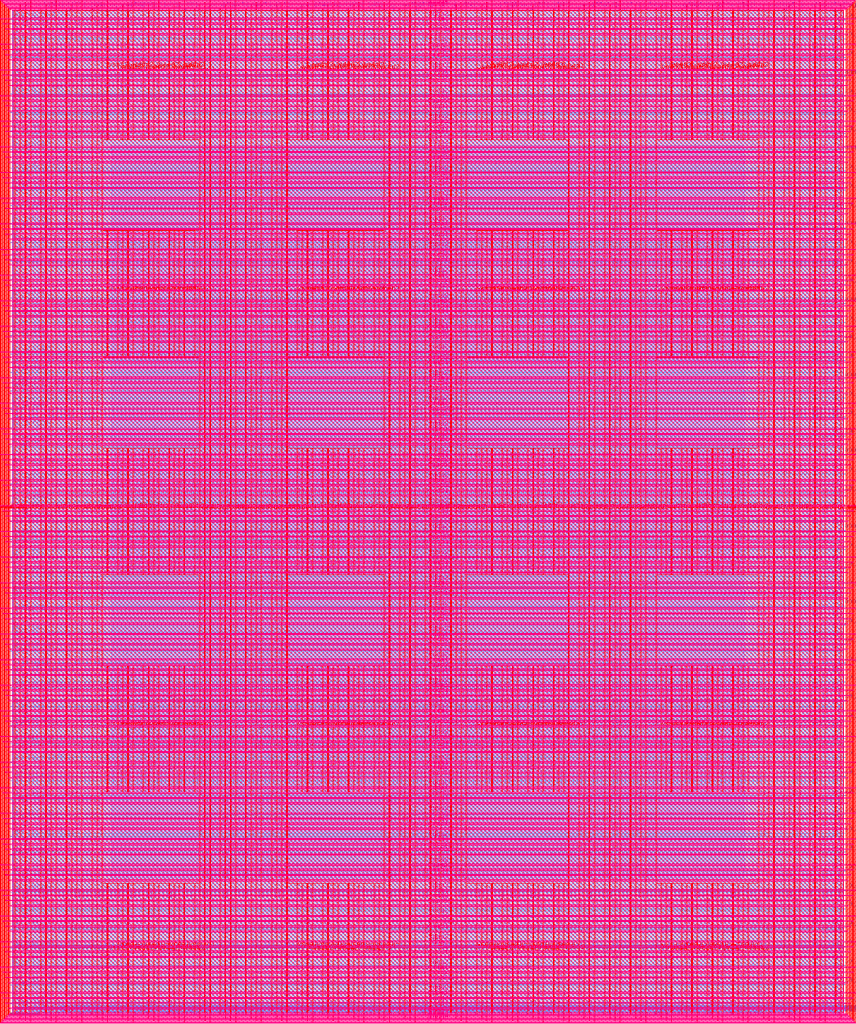
<source format=lef>
VERSION 5.7 ;
  NOWIREEXTENSIONATPIN ON ;
  DIVIDERCHAR "/" ;
  BUSBITCHARS "[]" ;
MACRO user_project_wrapper
  CLASS BLOCK ;
  FOREIGN user_project_wrapper ;
  ORIGIN 0.000 0.000 ;
  SIZE 2920.000 BY 3520.000 ;
  PIN analog_io[0]
    DIRECTION INOUT ;
    USE SIGNAL ;
    PORT
      LAYER met3 ;
        RECT 2917.600 1426.380 2924.800 1427.580 ;
    END
  END analog_io[0]
  PIN analog_io[10]
    DIRECTION INOUT ;
    USE SIGNAL ;
    PORT
      LAYER met2 ;
        RECT 2230.490 3517.600 2231.050 3524.800 ;
    END
  END analog_io[10]
  PIN analog_io[11]
    DIRECTION INOUT ;
    USE SIGNAL ;
    PORT
      LAYER met2 ;
        RECT 1905.730 3517.600 1906.290 3524.800 ;
    END
  END analog_io[11]
  PIN analog_io[12]
    DIRECTION INOUT ;
    USE SIGNAL ;
    PORT
      LAYER met2 ;
        RECT 1581.430 3517.600 1581.990 3524.800 ;
    END
  END analog_io[12]
  PIN analog_io[13]
    DIRECTION INOUT ;
    USE SIGNAL ;
    PORT
      LAYER met2 ;
        RECT 1257.130 3517.600 1257.690 3524.800 ;
    END
  END analog_io[13]
  PIN analog_io[14]
    DIRECTION INOUT ;
    USE SIGNAL ;
    PORT
      LAYER met2 ;
        RECT 932.370 3517.600 932.930 3524.800 ;
    END
  END analog_io[14]
  PIN analog_io[15]
    DIRECTION INOUT ;
    USE SIGNAL ;
    PORT
      LAYER met2 ;
        RECT 608.070 3517.600 608.630 3524.800 ;
    END
  END analog_io[15]
  PIN analog_io[16]
    DIRECTION INOUT ;
    USE SIGNAL ;
    PORT
      LAYER met2 ;
        RECT 283.770 3517.600 284.330 3524.800 ;
    END
  END analog_io[16]
  PIN analog_io[17]
    DIRECTION INOUT ;
    USE SIGNAL ;
    PORT
      LAYER met3 ;
        RECT -4.800 3486.100 2.400 3487.300 ;
    END
  END analog_io[17]
  PIN analog_io[18]
    DIRECTION INOUT ;
    USE SIGNAL ;
    PORT
      LAYER met3 ;
        RECT -4.800 3224.980 2.400 3226.180 ;
    END
  END analog_io[18]
  PIN analog_io[19]
    DIRECTION INOUT ;
    USE SIGNAL ;
    PORT
      LAYER met3 ;
        RECT -4.800 2964.540 2.400 2965.740 ;
    END
  END analog_io[19]
  PIN analog_io[1]
    DIRECTION INOUT ;
    USE SIGNAL ;
    PORT
      LAYER met3 ;
        RECT 2917.600 1692.260 2924.800 1693.460 ;
    END
  END analog_io[1]
  PIN analog_io[20]
    DIRECTION INOUT ;
    USE SIGNAL ;
    PORT
      LAYER met3 ;
        RECT -4.800 2703.420 2.400 2704.620 ;
    END
  END analog_io[20]
  PIN analog_io[21]
    DIRECTION INOUT ;
    USE SIGNAL ;
    PORT
      LAYER met3 ;
        RECT -4.800 2442.980 2.400 2444.180 ;
    END
  END analog_io[21]
  PIN analog_io[22]
    DIRECTION INOUT ;
    USE SIGNAL ;
    PORT
      LAYER met3 ;
        RECT -4.800 2182.540 2.400 2183.740 ;
    END
  END analog_io[22]
  PIN analog_io[23]
    DIRECTION INOUT ;
    USE SIGNAL ;
    PORT
      LAYER met3 ;
        RECT -4.800 1921.420 2.400 1922.620 ;
    END
  END analog_io[23]
  PIN analog_io[24]
    DIRECTION INOUT ;
    USE SIGNAL ;
    PORT
      LAYER met3 ;
        RECT -4.800 1660.980 2.400 1662.180 ;
    END
  END analog_io[24]
  PIN analog_io[25]
    DIRECTION INOUT ;
    USE SIGNAL ;
    PORT
      LAYER met3 ;
        RECT -4.800 1399.860 2.400 1401.060 ;
    END
  END analog_io[25]
  PIN analog_io[26]
    DIRECTION INOUT ;
    USE SIGNAL ;
    PORT
      LAYER met3 ;
        RECT -4.800 1139.420 2.400 1140.620 ;
    END
  END analog_io[26]
  PIN analog_io[27]
    DIRECTION INOUT ;
    USE SIGNAL ;
    PORT
      LAYER met3 ;
        RECT -4.800 878.980 2.400 880.180 ;
    END
  END analog_io[27]
  PIN analog_io[28]
    DIRECTION INOUT ;
    USE SIGNAL ;
    PORT
      LAYER met3 ;
        RECT -4.800 617.860 2.400 619.060 ;
    END
  END analog_io[28]
  PIN analog_io[2]
    DIRECTION INOUT ;
    USE SIGNAL ;
    PORT
      LAYER met3 ;
        RECT 2917.600 1958.140 2924.800 1959.340 ;
    END
  END analog_io[2]
  PIN analog_io[3]
    DIRECTION INOUT ;
    USE SIGNAL ;
    PORT
      LAYER met3 ;
        RECT 2917.600 2223.340 2924.800 2224.540 ;
    END
  END analog_io[3]
  PIN analog_io[4]
    DIRECTION INOUT ;
    USE SIGNAL ;
    PORT
      LAYER met3 ;
        RECT 2917.600 2489.220 2924.800 2490.420 ;
    END
  END analog_io[4]
  PIN analog_io[5]
    DIRECTION INOUT ;
    USE SIGNAL ;
    PORT
      LAYER met3 ;
        RECT 2917.600 2755.100 2924.800 2756.300 ;
    END
  END analog_io[5]
  PIN analog_io[6]
    DIRECTION INOUT ;
    USE SIGNAL ;
    PORT
      LAYER met3 ;
        RECT 2917.600 3020.300 2924.800 3021.500 ;
    END
  END analog_io[6]
  PIN analog_io[7]
    DIRECTION INOUT ;
    USE SIGNAL ;
    PORT
      LAYER met3 ;
        RECT 2917.600 3286.180 2924.800 3287.380 ;
    END
  END analog_io[7]
  PIN analog_io[8]
    DIRECTION INOUT ;
    USE SIGNAL ;
    PORT
      LAYER met2 ;
        RECT 2879.090 3517.600 2879.650 3524.800 ;
    END
  END analog_io[8]
  PIN analog_io[9]
    DIRECTION INOUT ;
    USE SIGNAL ;
    PORT
      LAYER met2 ;
        RECT 2554.790 3517.600 2555.350 3524.800 ;
    END
  END analog_io[9]
  PIN io_in[0]
    DIRECTION INPUT ;
    USE SIGNAL ;
    PORT
      LAYER met3 ;
        RECT 2917.600 32.380 2924.800 33.580 ;
    END
  END io_in[0]
  PIN io_in[10]
    DIRECTION INPUT ;
    USE SIGNAL ;
    PORT
      LAYER met3 ;
        RECT 2917.600 2289.980 2924.800 2291.180 ;
    END
  END io_in[10]
  PIN io_in[11]
    DIRECTION INPUT ;
    USE SIGNAL ;
    PORT
      LAYER met3 ;
        RECT 2917.600 2555.860 2924.800 2557.060 ;
    END
  END io_in[11]
  PIN io_in[12]
    DIRECTION INPUT ;
    USE SIGNAL ;
    PORT
      LAYER met3 ;
        RECT 2917.600 2821.060 2924.800 2822.260 ;
    END
  END io_in[12]
  PIN io_in[13]
    DIRECTION INPUT ;
    USE SIGNAL ;
    PORT
      LAYER met3 ;
        RECT 2917.600 3086.940 2924.800 3088.140 ;
    END
  END io_in[13]
  PIN io_in[14]
    DIRECTION INPUT ;
    USE SIGNAL ;
    PORT
      LAYER met3 ;
        RECT 2917.600 3352.820 2924.800 3354.020 ;
    END
  END io_in[14]
  PIN io_in[15]
    DIRECTION INPUT ;
    USE SIGNAL ;
    PORT
      LAYER met2 ;
        RECT 2798.130 3517.600 2798.690 3524.800 ;
    END
  END io_in[15]
  PIN io_in[16]
    DIRECTION INPUT ;
    USE SIGNAL ;
    PORT
      LAYER met2 ;
        RECT 2473.830 3517.600 2474.390 3524.800 ;
    END
  END io_in[16]
  PIN io_in[17]
    DIRECTION INPUT ;
    USE SIGNAL ;
    PORT
      LAYER met2 ;
        RECT 2149.070 3517.600 2149.630 3524.800 ;
    END
  END io_in[17]
  PIN io_in[18]
    DIRECTION INPUT ;
    USE SIGNAL ;
    PORT
      LAYER met2 ;
        RECT 1824.770 3517.600 1825.330 3524.800 ;
    END
  END io_in[18]
  PIN io_in[19]
    DIRECTION INPUT ;
    USE SIGNAL ;
    PORT
      LAYER met2 ;
        RECT 1500.470 3517.600 1501.030 3524.800 ;
    END
  END io_in[19]
  PIN io_in[1]
    DIRECTION INPUT ;
    USE SIGNAL ;
    PORT
      LAYER met3 ;
        RECT 2917.600 230.940 2924.800 232.140 ;
    END
  END io_in[1]
  PIN io_in[20]
    DIRECTION INPUT ;
    USE SIGNAL ;
    PORT
      LAYER met2 ;
        RECT 1175.710 3517.600 1176.270 3524.800 ;
    END
  END io_in[20]
  PIN io_in[21]
    DIRECTION INPUT ;
    USE SIGNAL ;
    PORT
      LAYER met2 ;
        RECT 851.410 3517.600 851.970 3524.800 ;
    END
  END io_in[21]
  PIN io_in[22]
    DIRECTION INPUT ;
    USE SIGNAL ;
    PORT
      LAYER met2 ;
        RECT 527.110 3517.600 527.670 3524.800 ;
    END
  END io_in[22]
  PIN io_in[23]
    DIRECTION INPUT ;
    USE SIGNAL ;
    PORT
      LAYER met2 ;
        RECT 202.350 3517.600 202.910 3524.800 ;
    END
  END io_in[23]
  PIN io_in[24]
    DIRECTION INPUT ;
    USE SIGNAL ;
    PORT
      LAYER met3 ;
        RECT -4.800 3420.820 2.400 3422.020 ;
    END
  END io_in[24]
  PIN io_in[25]
    DIRECTION INPUT ;
    USE SIGNAL ;
    PORT
      LAYER met3 ;
        RECT -4.800 3159.700 2.400 3160.900 ;
    END
  END io_in[25]
  PIN io_in[26]
    DIRECTION INPUT ;
    USE SIGNAL ;
    PORT
      LAYER met3 ;
        RECT -4.800 2899.260 2.400 2900.460 ;
    END
  END io_in[26]
  PIN io_in[27]
    DIRECTION INPUT ;
    USE SIGNAL ;
    PORT
      LAYER met3 ;
        RECT -4.800 2638.820 2.400 2640.020 ;
    END
  END io_in[27]
  PIN io_in[28]
    DIRECTION INPUT ;
    USE SIGNAL ;
    PORT
      LAYER met3 ;
        RECT -4.800 2377.700 2.400 2378.900 ;
    END
  END io_in[28]
  PIN io_in[29]
    DIRECTION INPUT ;
    USE SIGNAL ;
    PORT
      LAYER met3 ;
        RECT -4.800 2117.260 2.400 2118.460 ;
    END
  END io_in[29]
  PIN io_in[2]
    DIRECTION INPUT ;
    USE SIGNAL ;
    PORT
      LAYER met3 ;
        RECT 2917.600 430.180 2924.800 431.380 ;
    END
  END io_in[2]
  PIN io_in[30]
    DIRECTION INPUT ;
    USE SIGNAL ;
    PORT
      LAYER met3 ;
        RECT -4.800 1856.140 2.400 1857.340 ;
    END
  END io_in[30]
  PIN io_in[31]
    DIRECTION INPUT ;
    USE SIGNAL ;
    PORT
      LAYER met3 ;
        RECT -4.800 1595.700 2.400 1596.900 ;
    END
  END io_in[31]
  PIN io_in[32]
    DIRECTION INPUT ;
    USE SIGNAL ;
    PORT
      LAYER met3 ;
        RECT -4.800 1335.260 2.400 1336.460 ;
    END
  END io_in[32]
  PIN io_in[33]
    DIRECTION INPUT ;
    USE SIGNAL ;
    PORT
      LAYER met3 ;
        RECT -4.800 1074.140 2.400 1075.340 ;
    END
  END io_in[33]
  PIN io_in[34]
    DIRECTION INPUT ;
    USE SIGNAL ;
    PORT
      LAYER met3 ;
        RECT -4.800 813.700 2.400 814.900 ;
    END
  END io_in[34]
  PIN io_in[35]
    DIRECTION INPUT ;
    USE SIGNAL ;
    PORT
      LAYER met3 ;
        RECT -4.800 552.580 2.400 553.780 ;
    END
  END io_in[35]
  PIN io_in[36]
    DIRECTION INPUT ;
    USE SIGNAL ;
    PORT
      LAYER met3 ;
        RECT -4.800 357.420 2.400 358.620 ;
    END
  END io_in[36]
  PIN io_in[37]
    DIRECTION INPUT ;
    USE SIGNAL ;
    PORT
      LAYER met3 ;
        RECT -4.800 161.580 2.400 162.780 ;
    END
  END io_in[37]
  PIN io_in[3]
    DIRECTION INPUT ;
    USE SIGNAL ;
    PORT
      LAYER met3 ;
        RECT 2917.600 629.420 2924.800 630.620 ;
    END
  END io_in[3]
  PIN io_in[4]
    DIRECTION INPUT ;
    USE SIGNAL ;
    PORT
      LAYER met3 ;
        RECT 2917.600 828.660 2924.800 829.860 ;
    END
  END io_in[4]
  PIN io_in[5]
    DIRECTION INPUT ;
    USE SIGNAL ;
    PORT
      LAYER met3 ;
        RECT 2917.600 1027.900 2924.800 1029.100 ;
    END
  END io_in[5]
  PIN io_in[6]
    DIRECTION INPUT ;
    USE SIGNAL ;
    PORT
      LAYER met3 ;
        RECT 2917.600 1227.140 2924.800 1228.340 ;
    END
  END io_in[6]
  PIN io_in[7]
    DIRECTION INPUT ;
    USE SIGNAL ;
    PORT
      LAYER met3 ;
        RECT 2917.600 1493.020 2924.800 1494.220 ;
    END
  END io_in[7]
  PIN io_in[8]
    DIRECTION INPUT ;
    USE SIGNAL ;
    PORT
      LAYER met3 ;
        RECT 2917.600 1758.900 2924.800 1760.100 ;
    END
  END io_in[8]
  PIN io_in[9]
    DIRECTION INPUT ;
    USE SIGNAL ;
    PORT
      LAYER met3 ;
        RECT 2917.600 2024.100 2924.800 2025.300 ;
    END
  END io_in[9]
  PIN io_oeb[0]
    DIRECTION OUTPUT TRISTATE ;
    USE SIGNAL ;
    PORT
      LAYER met3 ;
        RECT 2917.600 164.980 2924.800 166.180 ;
    END
  END io_oeb[0]
  PIN io_oeb[10]
    DIRECTION OUTPUT TRISTATE ;
    USE SIGNAL ;
    PORT
      LAYER met3 ;
        RECT 2917.600 2422.580 2924.800 2423.780 ;
    END
  END io_oeb[10]
  PIN io_oeb[11]
    DIRECTION OUTPUT TRISTATE ;
    USE SIGNAL ;
    PORT
      LAYER met3 ;
        RECT 2917.600 2688.460 2924.800 2689.660 ;
    END
  END io_oeb[11]
  PIN io_oeb[12]
    DIRECTION OUTPUT TRISTATE ;
    USE SIGNAL ;
    PORT
      LAYER met3 ;
        RECT 2917.600 2954.340 2924.800 2955.540 ;
    END
  END io_oeb[12]
  PIN io_oeb[13]
    DIRECTION OUTPUT TRISTATE ;
    USE SIGNAL ;
    PORT
      LAYER met3 ;
        RECT 2917.600 3219.540 2924.800 3220.740 ;
    END
  END io_oeb[13]
  PIN io_oeb[14]
    DIRECTION OUTPUT TRISTATE ;
    USE SIGNAL ;
    PORT
      LAYER met3 ;
        RECT 2917.600 3485.420 2924.800 3486.620 ;
    END
  END io_oeb[14]
  PIN io_oeb[15]
    DIRECTION OUTPUT TRISTATE ;
    USE SIGNAL ;
    PORT
      LAYER met2 ;
        RECT 2635.750 3517.600 2636.310 3524.800 ;
    END
  END io_oeb[15]
  PIN io_oeb[16]
    DIRECTION OUTPUT TRISTATE ;
    USE SIGNAL ;
    PORT
      LAYER met2 ;
        RECT 2311.450 3517.600 2312.010 3524.800 ;
    END
  END io_oeb[16]
  PIN io_oeb[17]
    DIRECTION OUTPUT TRISTATE ;
    USE SIGNAL ;
    PORT
      LAYER met2 ;
        RECT 1987.150 3517.600 1987.710 3524.800 ;
    END
  END io_oeb[17]
  PIN io_oeb[18]
    DIRECTION OUTPUT TRISTATE ;
    USE SIGNAL ;
    PORT
      LAYER met2 ;
        RECT 1662.390 3517.600 1662.950 3524.800 ;
    END
  END io_oeb[18]
  PIN io_oeb[19]
    DIRECTION OUTPUT TRISTATE ;
    USE SIGNAL ;
    PORT
      LAYER met2 ;
        RECT 1338.090 3517.600 1338.650 3524.800 ;
    END
  END io_oeb[19]
  PIN io_oeb[1]
    DIRECTION OUTPUT TRISTATE ;
    USE SIGNAL ;
    PORT
      LAYER met3 ;
        RECT 2917.600 364.220 2924.800 365.420 ;
    END
  END io_oeb[1]
  PIN io_oeb[20]
    DIRECTION OUTPUT TRISTATE ;
    USE SIGNAL ;
    PORT
      LAYER met2 ;
        RECT 1013.790 3517.600 1014.350 3524.800 ;
    END
  END io_oeb[20]
  PIN io_oeb[21]
    DIRECTION OUTPUT TRISTATE ;
    USE SIGNAL ;
    PORT
      LAYER met2 ;
        RECT 689.030 3517.600 689.590 3524.800 ;
    END
  END io_oeb[21]
  PIN io_oeb[22]
    DIRECTION OUTPUT TRISTATE ;
    USE SIGNAL ;
    PORT
      LAYER met2 ;
        RECT 364.730 3517.600 365.290 3524.800 ;
    END
  END io_oeb[22]
  PIN io_oeb[23]
    DIRECTION OUTPUT TRISTATE ;
    USE SIGNAL ;
    PORT
      LAYER met2 ;
        RECT 40.430 3517.600 40.990 3524.800 ;
    END
  END io_oeb[23]
  PIN io_oeb[24]
    DIRECTION OUTPUT TRISTATE ;
    USE SIGNAL ;
    PORT
      LAYER met3 ;
        RECT -4.800 3290.260 2.400 3291.460 ;
    END
  END io_oeb[24]
  PIN io_oeb[25]
    DIRECTION OUTPUT TRISTATE ;
    USE SIGNAL ;
    PORT
      LAYER met3 ;
        RECT -4.800 3029.820 2.400 3031.020 ;
    END
  END io_oeb[25]
  PIN io_oeb[26]
    DIRECTION OUTPUT TRISTATE ;
    USE SIGNAL ;
    PORT
      LAYER met3 ;
        RECT -4.800 2768.700 2.400 2769.900 ;
    END
  END io_oeb[26]
  PIN io_oeb[27]
    DIRECTION OUTPUT TRISTATE ;
    USE SIGNAL ;
    PORT
      LAYER met3 ;
        RECT -4.800 2508.260 2.400 2509.460 ;
    END
  END io_oeb[27]
  PIN io_oeb[28]
    DIRECTION OUTPUT TRISTATE ;
    USE SIGNAL ;
    PORT
      LAYER met3 ;
        RECT -4.800 2247.140 2.400 2248.340 ;
    END
  END io_oeb[28]
  PIN io_oeb[29]
    DIRECTION OUTPUT TRISTATE ;
    USE SIGNAL ;
    PORT
      LAYER met3 ;
        RECT -4.800 1986.700 2.400 1987.900 ;
    END
  END io_oeb[29]
  PIN io_oeb[2]
    DIRECTION OUTPUT TRISTATE ;
    USE SIGNAL ;
    PORT
      LAYER met3 ;
        RECT 2917.600 563.460 2924.800 564.660 ;
    END
  END io_oeb[2]
  PIN io_oeb[30]
    DIRECTION OUTPUT TRISTATE ;
    USE SIGNAL ;
    PORT
      LAYER met3 ;
        RECT -4.800 1726.260 2.400 1727.460 ;
    END
  END io_oeb[30]
  PIN io_oeb[31]
    DIRECTION OUTPUT TRISTATE ;
    USE SIGNAL ;
    PORT
      LAYER met3 ;
        RECT -4.800 1465.140 2.400 1466.340 ;
    END
  END io_oeb[31]
  PIN io_oeb[32]
    DIRECTION OUTPUT TRISTATE ;
    USE SIGNAL ;
    PORT
      LAYER met3 ;
        RECT -4.800 1204.700 2.400 1205.900 ;
    END
  END io_oeb[32]
  PIN io_oeb[33]
    DIRECTION OUTPUT TRISTATE ;
    USE SIGNAL ;
    PORT
      LAYER met3 ;
        RECT -4.800 943.580 2.400 944.780 ;
    END
  END io_oeb[33]
  PIN io_oeb[34]
    DIRECTION OUTPUT TRISTATE ;
    USE SIGNAL ;
    PORT
      LAYER met3 ;
        RECT -4.800 683.140 2.400 684.340 ;
    END
  END io_oeb[34]
  PIN io_oeb[35]
    DIRECTION OUTPUT TRISTATE ;
    USE SIGNAL ;
    PORT
      LAYER met3 ;
        RECT -4.800 422.700 2.400 423.900 ;
    END
  END io_oeb[35]
  PIN io_oeb[36]
    DIRECTION OUTPUT TRISTATE ;
    USE SIGNAL ;
    PORT
      LAYER met3 ;
        RECT -4.800 226.860 2.400 228.060 ;
    END
  END io_oeb[36]
  PIN io_oeb[37]
    DIRECTION OUTPUT TRISTATE ;
    USE SIGNAL ;
    PORT
      LAYER met3 ;
        RECT -4.800 31.700 2.400 32.900 ;
    END
  END io_oeb[37]
  PIN io_oeb[3]
    DIRECTION OUTPUT TRISTATE ;
    USE SIGNAL ;
    PORT
      LAYER met3 ;
        RECT 2917.600 762.700 2924.800 763.900 ;
    END
  END io_oeb[3]
  PIN io_oeb[4]
    DIRECTION OUTPUT TRISTATE ;
    USE SIGNAL ;
    PORT
      LAYER met3 ;
        RECT 2917.600 961.940 2924.800 963.140 ;
    END
  END io_oeb[4]
  PIN io_oeb[5]
    DIRECTION OUTPUT TRISTATE ;
    USE SIGNAL ;
    PORT
      LAYER met3 ;
        RECT 2917.600 1161.180 2924.800 1162.380 ;
    END
  END io_oeb[5]
  PIN io_oeb[6]
    DIRECTION OUTPUT TRISTATE ;
    USE SIGNAL ;
    PORT
      LAYER met3 ;
        RECT 2917.600 1360.420 2924.800 1361.620 ;
    END
  END io_oeb[6]
  PIN io_oeb[7]
    DIRECTION OUTPUT TRISTATE ;
    USE SIGNAL ;
    PORT
      LAYER met3 ;
        RECT 2917.600 1625.620 2924.800 1626.820 ;
    END
  END io_oeb[7]
  PIN io_oeb[8]
    DIRECTION OUTPUT TRISTATE ;
    USE SIGNAL ;
    PORT
      LAYER met3 ;
        RECT 2917.600 1891.500 2924.800 1892.700 ;
    END
  END io_oeb[8]
  PIN io_oeb[9]
    DIRECTION OUTPUT TRISTATE ;
    USE SIGNAL ;
    PORT
      LAYER met3 ;
        RECT 2917.600 2157.380 2924.800 2158.580 ;
    END
  END io_oeb[9]
  PIN io_out[0]
    DIRECTION OUTPUT TRISTATE ;
    USE SIGNAL ;
    PORT
      LAYER met3 ;
        RECT 2917.600 98.340 2924.800 99.540 ;
    END
  END io_out[0]
  PIN io_out[10]
    DIRECTION OUTPUT TRISTATE ;
    USE SIGNAL ;
    PORT
      LAYER met3 ;
        RECT 2917.600 2356.620 2924.800 2357.820 ;
    END
  END io_out[10]
  PIN io_out[11]
    DIRECTION OUTPUT TRISTATE ;
    USE SIGNAL ;
    PORT
      LAYER met3 ;
        RECT 2917.600 2621.820 2924.800 2623.020 ;
    END
  END io_out[11]
  PIN io_out[12]
    DIRECTION OUTPUT TRISTATE ;
    USE SIGNAL ;
    PORT
      LAYER met3 ;
        RECT 2917.600 2887.700 2924.800 2888.900 ;
    END
  END io_out[12]
  PIN io_out[13]
    DIRECTION OUTPUT TRISTATE ;
    USE SIGNAL ;
    PORT
      LAYER met3 ;
        RECT 2917.600 3153.580 2924.800 3154.780 ;
    END
  END io_out[13]
  PIN io_out[14]
    DIRECTION OUTPUT TRISTATE ;
    USE SIGNAL ;
    PORT
      LAYER met3 ;
        RECT 2917.600 3418.780 2924.800 3419.980 ;
    END
  END io_out[14]
  PIN io_out[15]
    DIRECTION OUTPUT TRISTATE ;
    USE SIGNAL ;
    PORT
      LAYER met2 ;
        RECT 2717.170 3517.600 2717.730 3524.800 ;
    END
  END io_out[15]
  PIN io_out[16]
    DIRECTION OUTPUT TRISTATE ;
    USE SIGNAL ;
    PORT
      LAYER met2 ;
        RECT 2392.410 3517.600 2392.970 3524.800 ;
    END
  END io_out[16]
  PIN io_out[17]
    DIRECTION OUTPUT TRISTATE ;
    USE SIGNAL ;
    PORT
      LAYER met2 ;
        RECT 2068.110 3517.600 2068.670 3524.800 ;
    END
  END io_out[17]
  PIN io_out[18]
    DIRECTION OUTPUT TRISTATE ;
    USE SIGNAL ;
    PORT
      LAYER met2 ;
        RECT 1743.810 3517.600 1744.370 3524.800 ;
    END
  END io_out[18]
  PIN io_out[19]
    DIRECTION OUTPUT TRISTATE ;
    USE SIGNAL ;
    PORT
      LAYER met2 ;
        RECT 1419.050 3517.600 1419.610 3524.800 ;
    END
  END io_out[19]
  PIN io_out[1]
    DIRECTION OUTPUT TRISTATE ;
    USE SIGNAL ;
    PORT
      LAYER met3 ;
        RECT 2917.600 297.580 2924.800 298.780 ;
    END
  END io_out[1]
  PIN io_out[20]
    DIRECTION OUTPUT TRISTATE ;
    USE SIGNAL ;
    PORT
      LAYER met2 ;
        RECT 1094.750 3517.600 1095.310 3524.800 ;
    END
  END io_out[20]
  PIN io_out[21]
    DIRECTION OUTPUT TRISTATE ;
    USE SIGNAL ;
    PORT
      LAYER met2 ;
        RECT 770.450 3517.600 771.010 3524.800 ;
    END
  END io_out[21]
  PIN io_out[22]
    DIRECTION OUTPUT TRISTATE ;
    USE SIGNAL ;
    PORT
      LAYER met2 ;
        RECT 445.690 3517.600 446.250 3524.800 ;
    END
  END io_out[22]
  PIN io_out[23]
    DIRECTION OUTPUT TRISTATE ;
    USE SIGNAL ;
    PORT
      LAYER met2 ;
        RECT 121.390 3517.600 121.950 3524.800 ;
    END
  END io_out[23]
  PIN io_out[24]
    DIRECTION OUTPUT TRISTATE ;
    USE SIGNAL ;
    PORT
      LAYER met3 ;
        RECT -4.800 3355.540 2.400 3356.740 ;
    END
  END io_out[24]
  PIN io_out[25]
    DIRECTION OUTPUT TRISTATE ;
    USE SIGNAL ;
    PORT
      LAYER met3 ;
        RECT -4.800 3095.100 2.400 3096.300 ;
    END
  END io_out[25]
  PIN io_out[26]
    DIRECTION OUTPUT TRISTATE ;
    USE SIGNAL ;
    PORT
      LAYER met3 ;
        RECT -4.800 2833.980 2.400 2835.180 ;
    END
  END io_out[26]
  PIN io_out[27]
    DIRECTION OUTPUT TRISTATE ;
    USE SIGNAL ;
    PORT
      LAYER met3 ;
        RECT -4.800 2573.540 2.400 2574.740 ;
    END
  END io_out[27]
  PIN io_out[28]
    DIRECTION OUTPUT TRISTATE ;
    USE SIGNAL ;
    PORT
      LAYER met3 ;
        RECT -4.800 2312.420 2.400 2313.620 ;
    END
  END io_out[28]
  PIN io_out[29]
    DIRECTION OUTPUT TRISTATE ;
    USE SIGNAL ;
    PORT
      LAYER met3 ;
        RECT -4.800 2051.980 2.400 2053.180 ;
    END
  END io_out[29]
  PIN io_out[2]
    DIRECTION OUTPUT TRISTATE ;
    USE SIGNAL ;
    PORT
      LAYER met3 ;
        RECT 2917.600 496.820 2924.800 498.020 ;
    END
  END io_out[2]
  PIN io_out[30]
    DIRECTION OUTPUT TRISTATE ;
    USE SIGNAL ;
    PORT
      LAYER met3 ;
        RECT -4.800 1791.540 2.400 1792.740 ;
    END
  END io_out[30]
  PIN io_out[31]
    DIRECTION OUTPUT TRISTATE ;
    USE SIGNAL ;
    PORT
      LAYER met3 ;
        RECT -4.800 1530.420 2.400 1531.620 ;
    END
  END io_out[31]
  PIN io_out[32]
    DIRECTION OUTPUT TRISTATE ;
    USE SIGNAL ;
    PORT
      LAYER met3 ;
        RECT -4.800 1269.980 2.400 1271.180 ;
    END
  END io_out[32]
  PIN io_out[33]
    DIRECTION OUTPUT TRISTATE ;
    USE SIGNAL ;
    PORT
      LAYER met3 ;
        RECT -4.800 1008.860 2.400 1010.060 ;
    END
  END io_out[33]
  PIN io_out[34]
    DIRECTION OUTPUT TRISTATE ;
    USE SIGNAL ;
    PORT
      LAYER met3 ;
        RECT -4.800 748.420 2.400 749.620 ;
    END
  END io_out[34]
  PIN io_out[35]
    DIRECTION OUTPUT TRISTATE ;
    USE SIGNAL ;
    PORT
      LAYER met3 ;
        RECT -4.800 487.300 2.400 488.500 ;
    END
  END io_out[35]
  PIN io_out[36]
    DIRECTION OUTPUT TRISTATE ;
    USE SIGNAL ;
    PORT
      LAYER met3 ;
        RECT -4.800 292.140 2.400 293.340 ;
    END
  END io_out[36]
  PIN io_out[37]
    DIRECTION OUTPUT TRISTATE ;
    USE SIGNAL ;
    PORT
      LAYER met3 ;
        RECT -4.800 96.300 2.400 97.500 ;
    END
  END io_out[37]
  PIN io_out[3]
    DIRECTION OUTPUT TRISTATE ;
    USE SIGNAL ;
    PORT
      LAYER met3 ;
        RECT 2917.600 696.060 2924.800 697.260 ;
    END
  END io_out[3]
  PIN io_out[4]
    DIRECTION OUTPUT TRISTATE ;
    USE SIGNAL ;
    PORT
      LAYER met3 ;
        RECT 2917.600 895.300 2924.800 896.500 ;
    END
  END io_out[4]
  PIN io_out[5]
    DIRECTION OUTPUT TRISTATE ;
    USE SIGNAL ;
    PORT
      LAYER met3 ;
        RECT 2917.600 1094.540 2924.800 1095.740 ;
    END
  END io_out[5]
  PIN io_out[6]
    DIRECTION OUTPUT TRISTATE ;
    USE SIGNAL ;
    PORT
      LAYER met3 ;
        RECT 2917.600 1293.780 2924.800 1294.980 ;
    END
  END io_out[6]
  PIN io_out[7]
    DIRECTION OUTPUT TRISTATE ;
    USE SIGNAL ;
    PORT
      LAYER met3 ;
        RECT 2917.600 1559.660 2924.800 1560.860 ;
    END
  END io_out[7]
  PIN io_out[8]
    DIRECTION OUTPUT TRISTATE ;
    USE SIGNAL ;
    PORT
      LAYER met3 ;
        RECT 2917.600 1824.860 2924.800 1826.060 ;
    END
  END io_out[8]
  PIN io_out[9]
    DIRECTION OUTPUT TRISTATE ;
    USE SIGNAL ;
    PORT
      LAYER met3 ;
        RECT 2917.600 2090.740 2924.800 2091.940 ;
    END
  END io_out[9]
  PIN la_data_in[0]
    DIRECTION INPUT ;
    USE SIGNAL ;
    PORT
      LAYER met2 ;
        RECT 629.230 -4.800 629.790 2.400 ;
    END
  END la_data_in[0]
  PIN la_data_in[100]
    DIRECTION INPUT ;
    USE SIGNAL ;
    PORT
      LAYER met2 ;
        RECT 2402.530 -4.800 2403.090 2.400 ;
    END
  END la_data_in[100]
  PIN la_data_in[101]
    DIRECTION INPUT ;
    USE SIGNAL ;
    PORT
      LAYER met2 ;
        RECT 2420.010 -4.800 2420.570 2.400 ;
    END
  END la_data_in[101]
  PIN la_data_in[102]
    DIRECTION INPUT ;
    USE SIGNAL ;
    PORT
      LAYER met2 ;
        RECT 2437.950 -4.800 2438.510 2.400 ;
    END
  END la_data_in[102]
  PIN la_data_in[103]
    DIRECTION INPUT ;
    USE SIGNAL ;
    PORT
      LAYER met2 ;
        RECT 2455.430 -4.800 2455.990 2.400 ;
    END
  END la_data_in[103]
  PIN la_data_in[104]
    DIRECTION INPUT ;
    USE SIGNAL ;
    PORT
      LAYER met2 ;
        RECT 2473.370 -4.800 2473.930 2.400 ;
    END
  END la_data_in[104]
  PIN la_data_in[105]
    DIRECTION INPUT ;
    USE SIGNAL ;
    PORT
      LAYER met2 ;
        RECT 2490.850 -4.800 2491.410 2.400 ;
    END
  END la_data_in[105]
  PIN la_data_in[106]
    DIRECTION INPUT ;
    USE SIGNAL ;
    PORT
      LAYER met2 ;
        RECT 2508.790 -4.800 2509.350 2.400 ;
    END
  END la_data_in[106]
  PIN la_data_in[107]
    DIRECTION INPUT ;
    USE SIGNAL ;
    PORT
      LAYER met2 ;
        RECT 2526.730 -4.800 2527.290 2.400 ;
    END
  END la_data_in[107]
  PIN la_data_in[108]
    DIRECTION INPUT ;
    USE SIGNAL ;
    PORT
      LAYER met2 ;
        RECT 2544.210 -4.800 2544.770 2.400 ;
    END
  END la_data_in[108]
  PIN la_data_in[109]
    DIRECTION INPUT ;
    USE SIGNAL ;
    PORT
      LAYER met2 ;
        RECT 2562.150 -4.800 2562.710 2.400 ;
    END
  END la_data_in[109]
  PIN la_data_in[10]
    DIRECTION INPUT ;
    USE SIGNAL ;
    PORT
      LAYER met2 ;
        RECT 806.330 -4.800 806.890 2.400 ;
    END
  END la_data_in[10]
  PIN la_data_in[110]
    DIRECTION INPUT ;
    USE SIGNAL ;
    PORT
      LAYER met2 ;
        RECT 2579.630 -4.800 2580.190 2.400 ;
    END
  END la_data_in[110]
  PIN la_data_in[111]
    DIRECTION INPUT ;
    USE SIGNAL ;
    PORT
      LAYER met2 ;
        RECT 2597.570 -4.800 2598.130 2.400 ;
    END
  END la_data_in[111]
  PIN la_data_in[112]
    DIRECTION INPUT ;
    USE SIGNAL ;
    PORT
      LAYER met2 ;
        RECT 2615.050 -4.800 2615.610 2.400 ;
    END
  END la_data_in[112]
  PIN la_data_in[113]
    DIRECTION INPUT ;
    USE SIGNAL ;
    PORT
      LAYER met2 ;
        RECT 2632.990 -4.800 2633.550 2.400 ;
    END
  END la_data_in[113]
  PIN la_data_in[114]
    DIRECTION INPUT ;
    USE SIGNAL ;
    PORT
      LAYER met2 ;
        RECT 2650.470 -4.800 2651.030 2.400 ;
    END
  END la_data_in[114]
  PIN la_data_in[115]
    DIRECTION INPUT ;
    USE SIGNAL ;
    PORT
      LAYER met2 ;
        RECT 2668.410 -4.800 2668.970 2.400 ;
    END
  END la_data_in[115]
  PIN la_data_in[116]
    DIRECTION INPUT ;
    USE SIGNAL ;
    PORT
      LAYER met2 ;
        RECT 2685.890 -4.800 2686.450 2.400 ;
    END
  END la_data_in[116]
  PIN la_data_in[117]
    DIRECTION INPUT ;
    USE SIGNAL ;
    PORT
      LAYER met2 ;
        RECT 2703.830 -4.800 2704.390 2.400 ;
    END
  END la_data_in[117]
  PIN la_data_in[118]
    DIRECTION INPUT ;
    USE SIGNAL ;
    PORT
      LAYER met2 ;
        RECT 2721.770 -4.800 2722.330 2.400 ;
    END
  END la_data_in[118]
  PIN la_data_in[119]
    DIRECTION INPUT ;
    USE SIGNAL ;
    PORT
      LAYER met2 ;
        RECT 2739.250 -4.800 2739.810 2.400 ;
    END
  END la_data_in[119]
  PIN la_data_in[11]
    DIRECTION INPUT ;
    USE SIGNAL ;
    PORT
      LAYER met2 ;
        RECT 824.270 -4.800 824.830 2.400 ;
    END
  END la_data_in[11]
  PIN la_data_in[120]
    DIRECTION INPUT ;
    USE SIGNAL ;
    PORT
      LAYER met2 ;
        RECT 2757.190 -4.800 2757.750 2.400 ;
    END
  END la_data_in[120]
  PIN la_data_in[121]
    DIRECTION INPUT ;
    USE SIGNAL ;
    PORT
      LAYER met2 ;
        RECT 2774.670 -4.800 2775.230 2.400 ;
    END
  END la_data_in[121]
  PIN la_data_in[122]
    DIRECTION INPUT ;
    USE SIGNAL ;
    PORT
      LAYER met2 ;
        RECT 2792.610 -4.800 2793.170 2.400 ;
    END
  END la_data_in[122]
  PIN la_data_in[123]
    DIRECTION INPUT ;
    USE SIGNAL ;
    PORT
      LAYER met2 ;
        RECT 2810.090 -4.800 2810.650 2.400 ;
    END
  END la_data_in[123]
  PIN la_data_in[124]
    DIRECTION INPUT ;
    USE SIGNAL ;
    PORT
      LAYER met2 ;
        RECT 2828.030 -4.800 2828.590 2.400 ;
    END
  END la_data_in[124]
  PIN la_data_in[125]
    DIRECTION INPUT ;
    USE SIGNAL ;
    PORT
      LAYER met2 ;
        RECT 2845.510 -4.800 2846.070 2.400 ;
    END
  END la_data_in[125]
  PIN la_data_in[126]
    DIRECTION INPUT ;
    USE SIGNAL ;
    PORT
      LAYER met2 ;
        RECT 2863.450 -4.800 2864.010 2.400 ;
    END
  END la_data_in[126]
  PIN la_data_in[127]
    DIRECTION INPUT ;
    USE SIGNAL ;
    PORT
      LAYER met2 ;
        RECT 2881.390 -4.800 2881.950 2.400 ;
    END
  END la_data_in[127]
  PIN la_data_in[12]
    DIRECTION INPUT ;
    USE SIGNAL ;
    PORT
      LAYER met2 ;
        RECT 841.750 -4.800 842.310 2.400 ;
    END
  END la_data_in[12]
  PIN la_data_in[13]
    DIRECTION INPUT ;
    USE SIGNAL ;
    PORT
      LAYER met2 ;
        RECT 859.690 -4.800 860.250 2.400 ;
    END
  END la_data_in[13]
  PIN la_data_in[14]
    DIRECTION INPUT ;
    USE SIGNAL ;
    PORT
      LAYER met2 ;
        RECT 877.170 -4.800 877.730 2.400 ;
    END
  END la_data_in[14]
  PIN la_data_in[15]
    DIRECTION INPUT ;
    USE SIGNAL ;
    PORT
      LAYER met2 ;
        RECT 895.110 -4.800 895.670 2.400 ;
    END
  END la_data_in[15]
  PIN la_data_in[16]
    DIRECTION INPUT ;
    USE SIGNAL ;
    PORT
      LAYER met2 ;
        RECT 912.590 -4.800 913.150 2.400 ;
    END
  END la_data_in[16]
  PIN la_data_in[17]
    DIRECTION INPUT ;
    USE SIGNAL ;
    PORT
      LAYER met2 ;
        RECT 930.530 -4.800 931.090 2.400 ;
    END
  END la_data_in[17]
  PIN la_data_in[18]
    DIRECTION INPUT ;
    USE SIGNAL ;
    PORT
      LAYER met2 ;
        RECT 948.470 -4.800 949.030 2.400 ;
    END
  END la_data_in[18]
  PIN la_data_in[19]
    DIRECTION INPUT ;
    USE SIGNAL ;
    PORT
      LAYER met2 ;
        RECT 965.950 -4.800 966.510 2.400 ;
    END
  END la_data_in[19]
  PIN la_data_in[1]
    DIRECTION INPUT ;
    USE SIGNAL ;
    PORT
      LAYER met2 ;
        RECT 646.710 -4.800 647.270 2.400 ;
    END
  END la_data_in[1]
  PIN la_data_in[20]
    DIRECTION INPUT ;
    USE SIGNAL ;
    PORT
      LAYER met2 ;
        RECT 983.890 -4.800 984.450 2.400 ;
    END
  END la_data_in[20]
  PIN la_data_in[21]
    DIRECTION INPUT ;
    USE SIGNAL ;
    PORT
      LAYER met2 ;
        RECT 1001.370 -4.800 1001.930 2.400 ;
    END
  END la_data_in[21]
  PIN la_data_in[22]
    DIRECTION INPUT ;
    USE SIGNAL ;
    PORT
      LAYER met2 ;
        RECT 1019.310 -4.800 1019.870 2.400 ;
    END
  END la_data_in[22]
  PIN la_data_in[23]
    DIRECTION INPUT ;
    USE SIGNAL ;
    PORT
      LAYER met2 ;
        RECT 1036.790 -4.800 1037.350 2.400 ;
    END
  END la_data_in[23]
  PIN la_data_in[24]
    DIRECTION INPUT ;
    USE SIGNAL ;
    PORT
      LAYER met2 ;
        RECT 1054.730 -4.800 1055.290 2.400 ;
    END
  END la_data_in[24]
  PIN la_data_in[25]
    DIRECTION INPUT ;
    USE SIGNAL ;
    PORT
      LAYER met2 ;
        RECT 1072.210 -4.800 1072.770 2.400 ;
    END
  END la_data_in[25]
  PIN la_data_in[26]
    DIRECTION INPUT ;
    USE SIGNAL ;
    PORT
      LAYER met2 ;
        RECT 1090.150 -4.800 1090.710 2.400 ;
    END
  END la_data_in[26]
  PIN la_data_in[27]
    DIRECTION INPUT ;
    USE SIGNAL ;
    PORT
      LAYER met2 ;
        RECT 1107.630 -4.800 1108.190 2.400 ;
    END
  END la_data_in[27]
  PIN la_data_in[28]
    DIRECTION INPUT ;
    USE SIGNAL ;
    PORT
      LAYER met2 ;
        RECT 1125.570 -4.800 1126.130 2.400 ;
    END
  END la_data_in[28]
  PIN la_data_in[29]
    DIRECTION INPUT ;
    USE SIGNAL ;
    PORT
      LAYER met2 ;
        RECT 1143.510 -4.800 1144.070 2.400 ;
    END
  END la_data_in[29]
  PIN la_data_in[2]
    DIRECTION INPUT ;
    USE SIGNAL ;
    PORT
      LAYER met2 ;
        RECT 664.650 -4.800 665.210 2.400 ;
    END
  END la_data_in[2]
  PIN la_data_in[30]
    DIRECTION INPUT ;
    USE SIGNAL ;
    PORT
      LAYER met2 ;
        RECT 1160.990 -4.800 1161.550 2.400 ;
    END
  END la_data_in[30]
  PIN la_data_in[31]
    DIRECTION INPUT ;
    USE SIGNAL ;
    PORT
      LAYER met2 ;
        RECT 1178.930 -4.800 1179.490 2.400 ;
    END
  END la_data_in[31]
  PIN la_data_in[32]
    DIRECTION INPUT ;
    USE SIGNAL ;
    PORT
      LAYER met2 ;
        RECT 1196.410 -4.800 1196.970 2.400 ;
    END
  END la_data_in[32]
  PIN la_data_in[33]
    DIRECTION INPUT ;
    USE SIGNAL ;
    PORT
      LAYER met2 ;
        RECT 1214.350 -4.800 1214.910 2.400 ;
    END
  END la_data_in[33]
  PIN la_data_in[34]
    DIRECTION INPUT ;
    USE SIGNAL ;
    PORT
      LAYER met2 ;
        RECT 1231.830 -4.800 1232.390 2.400 ;
    END
  END la_data_in[34]
  PIN la_data_in[35]
    DIRECTION INPUT ;
    USE SIGNAL ;
    PORT
      LAYER met2 ;
        RECT 1249.770 -4.800 1250.330 2.400 ;
    END
  END la_data_in[35]
  PIN la_data_in[36]
    DIRECTION INPUT ;
    USE SIGNAL ;
    PORT
      LAYER met2 ;
        RECT 1267.250 -4.800 1267.810 2.400 ;
    END
  END la_data_in[36]
  PIN la_data_in[37]
    DIRECTION INPUT ;
    USE SIGNAL ;
    PORT
      LAYER met2 ;
        RECT 1285.190 -4.800 1285.750 2.400 ;
    END
  END la_data_in[37]
  PIN la_data_in[38]
    DIRECTION INPUT ;
    USE SIGNAL ;
    PORT
      LAYER met2 ;
        RECT 1303.130 -4.800 1303.690 2.400 ;
    END
  END la_data_in[38]
  PIN la_data_in[39]
    DIRECTION INPUT ;
    USE SIGNAL ;
    PORT
      LAYER met2 ;
        RECT 1320.610 -4.800 1321.170 2.400 ;
    END
  END la_data_in[39]
  PIN la_data_in[3]
    DIRECTION INPUT ;
    USE SIGNAL ;
    PORT
      LAYER met2 ;
        RECT 682.130 -4.800 682.690 2.400 ;
    END
  END la_data_in[3]
  PIN la_data_in[40]
    DIRECTION INPUT ;
    USE SIGNAL ;
    PORT
      LAYER met2 ;
        RECT 1338.550 -4.800 1339.110 2.400 ;
    END
  END la_data_in[40]
  PIN la_data_in[41]
    DIRECTION INPUT ;
    USE SIGNAL ;
    PORT
      LAYER met2 ;
        RECT 1356.030 -4.800 1356.590 2.400 ;
    END
  END la_data_in[41]
  PIN la_data_in[42]
    DIRECTION INPUT ;
    USE SIGNAL ;
    PORT
      LAYER met2 ;
        RECT 1373.970 -4.800 1374.530 2.400 ;
    END
  END la_data_in[42]
  PIN la_data_in[43]
    DIRECTION INPUT ;
    USE SIGNAL ;
    PORT
      LAYER met2 ;
        RECT 1391.450 -4.800 1392.010 2.400 ;
    END
  END la_data_in[43]
  PIN la_data_in[44]
    DIRECTION INPUT ;
    USE SIGNAL ;
    PORT
      LAYER met2 ;
        RECT 1409.390 -4.800 1409.950 2.400 ;
    END
  END la_data_in[44]
  PIN la_data_in[45]
    DIRECTION INPUT ;
    USE SIGNAL ;
    PORT
      LAYER met2 ;
        RECT 1426.870 -4.800 1427.430 2.400 ;
    END
  END la_data_in[45]
  PIN la_data_in[46]
    DIRECTION INPUT ;
    USE SIGNAL ;
    PORT
      LAYER met2 ;
        RECT 1444.810 -4.800 1445.370 2.400 ;
    END
  END la_data_in[46]
  PIN la_data_in[47]
    DIRECTION INPUT ;
    USE SIGNAL ;
    PORT
      LAYER met2 ;
        RECT 1462.750 -4.800 1463.310 2.400 ;
    END
  END la_data_in[47]
  PIN la_data_in[48]
    DIRECTION INPUT ;
    USE SIGNAL ;
    PORT
      LAYER met2 ;
        RECT 1480.230 -4.800 1480.790 2.400 ;
    END
  END la_data_in[48]
  PIN la_data_in[49]
    DIRECTION INPUT ;
    USE SIGNAL ;
    PORT
      LAYER met2 ;
        RECT 1498.170 -4.800 1498.730 2.400 ;
    END
  END la_data_in[49]
  PIN la_data_in[4]
    DIRECTION INPUT ;
    USE SIGNAL ;
    PORT
      LAYER met2 ;
        RECT 700.070 -4.800 700.630 2.400 ;
    END
  END la_data_in[4]
  PIN la_data_in[50]
    DIRECTION INPUT ;
    USE SIGNAL ;
    PORT
      LAYER met2 ;
        RECT 1515.650 -4.800 1516.210 2.400 ;
    END
  END la_data_in[50]
  PIN la_data_in[51]
    DIRECTION INPUT ;
    USE SIGNAL ;
    PORT
      LAYER met2 ;
        RECT 1533.590 -4.800 1534.150 2.400 ;
    END
  END la_data_in[51]
  PIN la_data_in[52]
    DIRECTION INPUT ;
    USE SIGNAL ;
    PORT
      LAYER met2 ;
        RECT 1551.070 -4.800 1551.630 2.400 ;
    END
  END la_data_in[52]
  PIN la_data_in[53]
    DIRECTION INPUT ;
    USE SIGNAL ;
    PORT
      LAYER met2 ;
        RECT 1569.010 -4.800 1569.570 2.400 ;
    END
  END la_data_in[53]
  PIN la_data_in[54]
    DIRECTION INPUT ;
    USE SIGNAL ;
    PORT
      LAYER met2 ;
        RECT 1586.490 -4.800 1587.050 2.400 ;
    END
  END la_data_in[54]
  PIN la_data_in[55]
    DIRECTION INPUT ;
    USE SIGNAL ;
    PORT
      LAYER met2 ;
        RECT 1604.430 -4.800 1604.990 2.400 ;
    END
  END la_data_in[55]
  PIN la_data_in[56]
    DIRECTION INPUT ;
    USE SIGNAL ;
    PORT
      LAYER met2 ;
        RECT 1621.910 -4.800 1622.470 2.400 ;
    END
  END la_data_in[56]
  PIN la_data_in[57]
    DIRECTION INPUT ;
    USE SIGNAL ;
    PORT
      LAYER met2 ;
        RECT 1639.850 -4.800 1640.410 2.400 ;
    END
  END la_data_in[57]
  PIN la_data_in[58]
    DIRECTION INPUT ;
    USE SIGNAL ;
    PORT
      LAYER met2 ;
        RECT 1657.790 -4.800 1658.350 2.400 ;
    END
  END la_data_in[58]
  PIN la_data_in[59]
    DIRECTION INPUT ;
    USE SIGNAL ;
    PORT
      LAYER met2 ;
        RECT 1675.270 -4.800 1675.830 2.400 ;
    END
  END la_data_in[59]
  PIN la_data_in[5]
    DIRECTION INPUT ;
    USE SIGNAL ;
    PORT
      LAYER met2 ;
        RECT 717.550 -4.800 718.110 2.400 ;
    END
  END la_data_in[5]
  PIN la_data_in[60]
    DIRECTION INPUT ;
    USE SIGNAL ;
    PORT
      LAYER met2 ;
        RECT 1693.210 -4.800 1693.770 2.400 ;
    END
  END la_data_in[60]
  PIN la_data_in[61]
    DIRECTION INPUT ;
    USE SIGNAL ;
    PORT
      LAYER met2 ;
        RECT 1710.690 -4.800 1711.250 2.400 ;
    END
  END la_data_in[61]
  PIN la_data_in[62]
    DIRECTION INPUT ;
    USE SIGNAL ;
    PORT
      LAYER met2 ;
        RECT 1728.630 -4.800 1729.190 2.400 ;
    END
  END la_data_in[62]
  PIN la_data_in[63]
    DIRECTION INPUT ;
    USE SIGNAL ;
    PORT
      LAYER met2 ;
        RECT 1746.110 -4.800 1746.670 2.400 ;
    END
  END la_data_in[63]
  PIN la_data_in[64]
    DIRECTION INPUT ;
    USE SIGNAL ;
    PORT
      LAYER met2 ;
        RECT 1764.050 -4.800 1764.610 2.400 ;
    END
  END la_data_in[64]
  PIN la_data_in[65]
    DIRECTION INPUT ;
    USE SIGNAL ;
    PORT
      LAYER met2 ;
        RECT 1781.530 -4.800 1782.090 2.400 ;
    END
  END la_data_in[65]
  PIN la_data_in[66]
    DIRECTION INPUT ;
    USE SIGNAL ;
    PORT
      LAYER met2 ;
        RECT 1799.470 -4.800 1800.030 2.400 ;
    END
  END la_data_in[66]
  PIN la_data_in[67]
    DIRECTION INPUT ;
    USE SIGNAL ;
    PORT
      LAYER met2 ;
        RECT 1817.410 -4.800 1817.970 2.400 ;
    END
  END la_data_in[67]
  PIN la_data_in[68]
    DIRECTION INPUT ;
    USE SIGNAL ;
    PORT
      LAYER met2 ;
        RECT 1834.890 -4.800 1835.450 2.400 ;
    END
  END la_data_in[68]
  PIN la_data_in[69]
    DIRECTION INPUT ;
    USE SIGNAL ;
    PORT
      LAYER met2 ;
        RECT 1852.830 -4.800 1853.390 2.400 ;
    END
  END la_data_in[69]
  PIN la_data_in[6]
    DIRECTION INPUT ;
    USE SIGNAL ;
    PORT
      LAYER met2 ;
        RECT 735.490 -4.800 736.050 2.400 ;
    END
  END la_data_in[6]
  PIN la_data_in[70]
    DIRECTION INPUT ;
    USE SIGNAL ;
    PORT
      LAYER met2 ;
        RECT 1870.310 -4.800 1870.870 2.400 ;
    END
  END la_data_in[70]
  PIN la_data_in[71]
    DIRECTION INPUT ;
    USE SIGNAL ;
    PORT
      LAYER met2 ;
        RECT 1888.250 -4.800 1888.810 2.400 ;
    END
  END la_data_in[71]
  PIN la_data_in[72]
    DIRECTION INPUT ;
    USE SIGNAL ;
    PORT
      LAYER met2 ;
        RECT 1905.730 -4.800 1906.290 2.400 ;
    END
  END la_data_in[72]
  PIN la_data_in[73]
    DIRECTION INPUT ;
    USE SIGNAL ;
    PORT
      LAYER met2 ;
        RECT 1923.670 -4.800 1924.230 2.400 ;
    END
  END la_data_in[73]
  PIN la_data_in[74]
    DIRECTION INPUT ;
    USE SIGNAL ;
    PORT
      LAYER met2 ;
        RECT 1941.150 -4.800 1941.710 2.400 ;
    END
  END la_data_in[74]
  PIN la_data_in[75]
    DIRECTION INPUT ;
    USE SIGNAL ;
    PORT
      LAYER met2 ;
        RECT 1959.090 -4.800 1959.650 2.400 ;
    END
  END la_data_in[75]
  PIN la_data_in[76]
    DIRECTION INPUT ;
    USE SIGNAL ;
    PORT
      LAYER met2 ;
        RECT 1976.570 -4.800 1977.130 2.400 ;
    END
  END la_data_in[76]
  PIN la_data_in[77]
    DIRECTION INPUT ;
    USE SIGNAL ;
    PORT
      LAYER met2 ;
        RECT 1994.510 -4.800 1995.070 2.400 ;
    END
  END la_data_in[77]
  PIN la_data_in[78]
    DIRECTION INPUT ;
    USE SIGNAL ;
    PORT
      LAYER met2 ;
        RECT 2012.450 -4.800 2013.010 2.400 ;
    END
  END la_data_in[78]
  PIN la_data_in[79]
    DIRECTION INPUT ;
    USE SIGNAL ;
    PORT
      LAYER met2 ;
        RECT 2029.930 -4.800 2030.490 2.400 ;
    END
  END la_data_in[79]
  PIN la_data_in[7]
    DIRECTION INPUT ;
    USE SIGNAL ;
    PORT
      LAYER met2 ;
        RECT 752.970 -4.800 753.530 2.400 ;
    END
  END la_data_in[7]
  PIN la_data_in[80]
    DIRECTION INPUT ;
    USE SIGNAL ;
    PORT
      LAYER met2 ;
        RECT 2047.870 -4.800 2048.430 2.400 ;
    END
  END la_data_in[80]
  PIN la_data_in[81]
    DIRECTION INPUT ;
    USE SIGNAL ;
    PORT
      LAYER met2 ;
        RECT 2065.350 -4.800 2065.910 2.400 ;
    END
  END la_data_in[81]
  PIN la_data_in[82]
    DIRECTION INPUT ;
    USE SIGNAL ;
    PORT
      LAYER met2 ;
        RECT 2083.290 -4.800 2083.850 2.400 ;
    END
  END la_data_in[82]
  PIN la_data_in[83]
    DIRECTION INPUT ;
    USE SIGNAL ;
    PORT
      LAYER met2 ;
        RECT 2100.770 -4.800 2101.330 2.400 ;
    END
  END la_data_in[83]
  PIN la_data_in[84]
    DIRECTION INPUT ;
    USE SIGNAL ;
    PORT
      LAYER met2 ;
        RECT 2118.710 -4.800 2119.270 2.400 ;
    END
  END la_data_in[84]
  PIN la_data_in[85]
    DIRECTION INPUT ;
    USE SIGNAL ;
    PORT
      LAYER met2 ;
        RECT 2136.190 -4.800 2136.750 2.400 ;
    END
  END la_data_in[85]
  PIN la_data_in[86]
    DIRECTION INPUT ;
    USE SIGNAL ;
    PORT
      LAYER met2 ;
        RECT 2154.130 -4.800 2154.690 2.400 ;
    END
  END la_data_in[86]
  PIN la_data_in[87]
    DIRECTION INPUT ;
    USE SIGNAL ;
    PORT
      LAYER met2 ;
        RECT 2172.070 -4.800 2172.630 2.400 ;
    END
  END la_data_in[87]
  PIN la_data_in[88]
    DIRECTION INPUT ;
    USE SIGNAL ;
    PORT
      LAYER met2 ;
        RECT 2189.550 -4.800 2190.110 2.400 ;
    END
  END la_data_in[88]
  PIN la_data_in[89]
    DIRECTION INPUT ;
    USE SIGNAL ;
    PORT
      LAYER met2 ;
        RECT 2207.490 -4.800 2208.050 2.400 ;
    END
  END la_data_in[89]
  PIN la_data_in[8]
    DIRECTION INPUT ;
    USE SIGNAL ;
    PORT
      LAYER met2 ;
        RECT 770.910 -4.800 771.470 2.400 ;
    END
  END la_data_in[8]
  PIN la_data_in[90]
    DIRECTION INPUT ;
    USE SIGNAL ;
    PORT
      LAYER met2 ;
        RECT 2224.970 -4.800 2225.530 2.400 ;
    END
  END la_data_in[90]
  PIN la_data_in[91]
    DIRECTION INPUT ;
    USE SIGNAL ;
    PORT
      LAYER met2 ;
        RECT 2242.910 -4.800 2243.470 2.400 ;
    END
  END la_data_in[91]
  PIN la_data_in[92]
    DIRECTION INPUT ;
    USE SIGNAL ;
    PORT
      LAYER met2 ;
        RECT 2260.390 -4.800 2260.950 2.400 ;
    END
  END la_data_in[92]
  PIN la_data_in[93]
    DIRECTION INPUT ;
    USE SIGNAL ;
    PORT
      LAYER met2 ;
        RECT 2278.330 -4.800 2278.890 2.400 ;
    END
  END la_data_in[93]
  PIN la_data_in[94]
    DIRECTION INPUT ;
    USE SIGNAL ;
    PORT
      LAYER met2 ;
        RECT 2295.810 -4.800 2296.370 2.400 ;
    END
  END la_data_in[94]
  PIN la_data_in[95]
    DIRECTION INPUT ;
    USE SIGNAL ;
    PORT
      LAYER met2 ;
        RECT 2313.750 -4.800 2314.310 2.400 ;
    END
  END la_data_in[95]
  PIN la_data_in[96]
    DIRECTION INPUT ;
    USE SIGNAL ;
    PORT
      LAYER met2 ;
        RECT 2331.230 -4.800 2331.790 2.400 ;
    END
  END la_data_in[96]
  PIN la_data_in[97]
    DIRECTION INPUT ;
    USE SIGNAL ;
    PORT
      LAYER met2 ;
        RECT 2349.170 -4.800 2349.730 2.400 ;
    END
  END la_data_in[97]
  PIN la_data_in[98]
    DIRECTION INPUT ;
    USE SIGNAL ;
    PORT
      LAYER met2 ;
        RECT 2367.110 -4.800 2367.670 2.400 ;
    END
  END la_data_in[98]
  PIN la_data_in[99]
    DIRECTION INPUT ;
    USE SIGNAL ;
    PORT
      LAYER met2 ;
        RECT 2384.590 -4.800 2385.150 2.400 ;
    END
  END la_data_in[99]
  PIN la_data_in[9]
    DIRECTION INPUT ;
    USE SIGNAL ;
    PORT
      LAYER met2 ;
        RECT 788.850 -4.800 789.410 2.400 ;
    END
  END la_data_in[9]
  PIN la_data_out[0]
    DIRECTION OUTPUT TRISTATE ;
    USE SIGNAL ;
    PORT
      LAYER met2 ;
        RECT 634.750 -4.800 635.310 2.400 ;
    END
  END la_data_out[0]
  PIN la_data_out[100]
    DIRECTION OUTPUT TRISTATE ;
    USE SIGNAL ;
    PORT
      LAYER met2 ;
        RECT 2408.510 -4.800 2409.070 2.400 ;
    END
  END la_data_out[100]
  PIN la_data_out[101]
    DIRECTION OUTPUT TRISTATE ;
    USE SIGNAL ;
    PORT
      LAYER met2 ;
        RECT 2425.990 -4.800 2426.550 2.400 ;
    END
  END la_data_out[101]
  PIN la_data_out[102]
    DIRECTION OUTPUT TRISTATE ;
    USE SIGNAL ;
    PORT
      LAYER met2 ;
        RECT 2443.930 -4.800 2444.490 2.400 ;
    END
  END la_data_out[102]
  PIN la_data_out[103]
    DIRECTION OUTPUT TRISTATE ;
    USE SIGNAL ;
    PORT
      LAYER met2 ;
        RECT 2461.410 -4.800 2461.970 2.400 ;
    END
  END la_data_out[103]
  PIN la_data_out[104]
    DIRECTION OUTPUT TRISTATE ;
    USE SIGNAL ;
    PORT
      LAYER met2 ;
        RECT 2479.350 -4.800 2479.910 2.400 ;
    END
  END la_data_out[104]
  PIN la_data_out[105]
    DIRECTION OUTPUT TRISTATE ;
    USE SIGNAL ;
    PORT
      LAYER met2 ;
        RECT 2496.830 -4.800 2497.390 2.400 ;
    END
  END la_data_out[105]
  PIN la_data_out[106]
    DIRECTION OUTPUT TRISTATE ;
    USE SIGNAL ;
    PORT
      LAYER met2 ;
        RECT 2514.770 -4.800 2515.330 2.400 ;
    END
  END la_data_out[106]
  PIN la_data_out[107]
    DIRECTION OUTPUT TRISTATE ;
    USE SIGNAL ;
    PORT
      LAYER met2 ;
        RECT 2532.250 -4.800 2532.810 2.400 ;
    END
  END la_data_out[107]
  PIN la_data_out[108]
    DIRECTION OUTPUT TRISTATE ;
    USE SIGNAL ;
    PORT
      LAYER met2 ;
        RECT 2550.190 -4.800 2550.750 2.400 ;
    END
  END la_data_out[108]
  PIN la_data_out[109]
    DIRECTION OUTPUT TRISTATE ;
    USE SIGNAL ;
    PORT
      LAYER met2 ;
        RECT 2567.670 -4.800 2568.230 2.400 ;
    END
  END la_data_out[109]
  PIN la_data_out[10]
    DIRECTION OUTPUT TRISTATE ;
    USE SIGNAL ;
    PORT
      LAYER met2 ;
        RECT 812.310 -4.800 812.870 2.400 ;
    END
  END la_data_out[10]
  PIN la_data_out[110]
    DIRECTION OUTPUT TRISTATE ;
    USE SIGNAL ;
    PORT
      LAYER met2 ;
        RECT 2585.610 -4.800 2586.170 2.400 ;
    END
  END la_data_out[110]
  PIN la_data_out[111]
    DIRECTION OUTPUT TRISTATE ;
    USE SIGNAL ;
    PORT
      LAYER met2 ;
        RECT 2603.550 -4.800 2604.110 2.400 ;
    END
  END la_data_out[111]
  PIN la_data_out[112]
    DIRECTION OUTPUT TRISTATE ;
    USE SIGNAL ;
    PORT
      LAYER met2 ;
        RECT 2621.030 -4.800 2621.590 2.400 ;
    END
  END la_data_out[112]
  PIN la_data_out[113]
    DIRECTION OUTPUT TRISTATE ;
    USE SIGNAL ;
    PORT
      LAYER met2 ;
        RECT 2638.970 -4.800 2639.530 2.400 ;
    END
  END la_data_out[113]
  PIN la_data_out[114]
    DIRECTION OUTPUT TRISTATE ;
    USE SIGNAL ;
    PORT
      LAYER met2 ;
        RECT 2656.450 -4.800 2657.010 2.400 ;
    END
  END la_data_out[114]
  PIN la_data_out[115]
    DIRECTION OUTPUT TRISTATE ;
    USE SIGNAL ;
    PORT
      LAYER met2 ;
        RECT 2674.390 -4.800 2674.950 2.400 ;
    END
  END la_data_out[115]
  PIN la_data_out[116]
    DIRECTION OUTPUT TRISTATE ;
    USE SIGNAL ;
    PORT
      LAYER met2 ;
        RECT 2691.870 -4.800 2692.430 2.400 ;
    END
  END la_data_out[116]
  PIN la_data_out[117]
    DIRECTION OUTPUT TRISTATE ;
    USE SIGNAL ;
    PORT
      LAYER met2 ;
        RECT 2709.810 -4.800 2710.370 2.400 ;
    END
  END la_data_out[117]
  PIN la_data_out[118]
    DIRECTION OUTPUT TRISTATE ;
    USE SIGNAL ;
    PORT
      LAYER met2 ;
        RECT 2727.290 -4.800 2727.850 2.400 ;
    END
  END la_data_out[118]
  PIN la_data_out[119]
    DIRECTION OUTPUT TRISTATE ;
    USE SIGNAL ;
    PORT
      LAYER met2 ;
        RECT 2745.230 -4.800 2745.790 2.400 ;
    END
  END la_data_out[119]
  PIN la_data_out[11]
    DIRECTION OUTPUT TRISTATE ;
    USE SIGNAL ;
    PORT
      LAYER met2 ;
        RECT 830.250 -4.800 830.810 2.400 ;
    END
  END la_data_out[11]
  PIN la_data_out[120]
    DIRECTION OUTPUT TRISTATE ;
    USE SIGNAL ;
    PORT
      LAYER met2 ;
        RECT 2763.170 -4.800 2763.730 2.400 ;
    END
  END la_data_out[120]
  PIN la_data_out[121]
    DIRECTION OUTPUT TRISTATE ;
    USE SIGNAL ;
    PORT
      LAYER met2 ;
        RECT 2780.650 -4.800 2781.210 2.400 ;
    END
  END la_data_out[121]
  PIN la_data_out[122]
    DIRECTION OUTPUT TRISTATE ;
    USE SIGNAL ;
    PORT
      LAYER met2 ;
        RECT 2798.590 -4.800 2799.150 2.400 ;
    END
  END la_data_out[122]
  PIN la_data_out[123]
    DIRECTION OUTPUT TRISTATE ;
    USE SIGNAL ;
    PORT
      LAYER met2 ;
        RECT 2816.070 -4.800 2816.630 2.400 ;
    END
  END la_data_out[123]
  PIN la_data_out[124]
    DIRECTION OUTPUT TRISTATE ;
    USE SIGNAL ;
    PORT
      LAYER met2 ;
        RECT 2834.010 -4.800 2834.570 2.400 ;
    END
  END la_data_out[124]
  PIN la_data_out[125]
    DIRECTION OUTPUT TRISTATE ;
    USE SIGNAL ;
    PORT
      LAYER met2 ;
        RECT 2851.490 -4.800 2852.050 2.400 ;
    END
  END la_data_out[125]
  PIN la_data_out[126]
    DIRECTION OUTPUT TRISTATE ;
    USE SIGNAL ;
    PORT
      LAYER met2 ;
        RECT 2869.430 -4.800 2869.990 2.400 ;
    END
  END la_data_out[126]
  PIN la_data_out[127]
    DIRECTION OUTPUT TRISTATE ;
    USE SIGNAL ;
    PORT
      LAYER met2 ;
        RECT 2886.910 -4.800 2887.470 2.400 ;
    END
  END la_data_out[127]
  PIN la_data_out[12]
    DIRECTION OUTPUT TRISTATE ;
    USE SIGNAL ;
    PORT
      LAYER met2 ;
        RECT 847.730 -4.800 848.290 2.400 ;
    END
  END la_data_out[12]
  PIN la_data_out[13]
    DIRECTION OUTPUT TRISTATE ;
    USE SIGNAL ;
    PORT
      LAYER met2 ;
        RECT 865.670 -4.800 866.230 2.400 ;
    END
  END la_data_out[13]
  PIN la_data_out[14]
    DIRECTION OUTPUT TRISTATE ;
    USE SIGNAL ;
    PORT
      LAYER met2 ;
        RECT 883.150 -4.800 883.710 2.400 ;
    END
  END la_data_out[14]
  PIN la_data_out[15]
    DIRECTION OUTPUT TRISTATE ;
    USE SIGNAL ;
    PORT
      LAYER met2 ;
        RECT 901.090 -4.800 901.650 2.400 ;
    END
  END la_data_out[15]
  PIN la_data_out[16]
    DIRECTION OUTPUT TRISTATE ;
    USE SIGNAL ;
    PORT
      LAYER met2 ;
        RECT 918.570 -4.800 919.130 2.400 ;
    END
  END la_data_out[16]
  PIN la_data_out[17]
    DIRECTION OUTPUT TRISTATE ;
    USE SIGNAL ;
    PORT
      LAYER met2 ;
        RECT 936.510 -4.800 937.070 2.400 ;
    END
  END la_data_out[17]
  PIN la_data_out[18]
    DIRECTION OUTPUT TRISTATE ;
    USE SIGNAL ;
    PORT
      LAYER met2 ;
        RECT 953.990 -4.800 954.550 2.400 ;
    END
  END la_data_out[18]
  PIN la_data_out[19]
    DIRECTION OUTPUT TRISTATE ;
    USE SIGNAL ;
    PORT
      LAYER met2 ;
        RECT 971.930 -4.800 972.490 2.400 ;
    END
  END la_data_out[19]
  PIN la_data_out[1]
    DIRECTION OUTPUT TRISTATE ;
    USE SIGNAL ;
    PORT
      LAYER met2 ;
        RECT 652.690 -4.800 653.250 2.400 ;
    END
  END la_data_out[1]
  PIN la_data_out[20]
    DIRECTION OUTPUT TRISTATE ;
    USE SIGNAL ;
    PORT
      LAYER met2 ;
        RECT 989.410 -4.800 989.970 2.400 ;
    END
  END la_data_out[20]
  PIN la_data_out[21]
    DIRECTION OUTPUT TRISTATE ;
    USE SIGNAL ;
    PORT
      LAYER met2 ;
        RECT 1007.350 -4.800 1007.910 2.400 ;
    END
  END la_data_out[21]
  PIN la_data_out[22]
    DIRECTION OUTPUT TRISTATE ;
    USE SIGNAL ;
    PORT
      LAYER met2 ;
        RECT 1025.290 -4.800 1025.850 2.400 ;
    END
  END la_data_out[22]
  PIN la_data_out[23]
    DIRECTION OUTPUT TRISTATE ;
    USE SIGNAL ;
    PORT
      LAYER met2 ;
        RECT 1042.770 -4.800 1043.330 2.400 ;
    END
  END la_data_out[23]
  PIN la_data_out[24]
    DIRECTION OUTPUT TRISTATE ;
    USE SIGNAL ;
    PORT
      LAYER met2 ;
        RECT 1060.710 -4.800 1061.270 2.400 ;
    END
  END la_data_out[24]
  PIN la_data_out[25]
    DIRECTION OUTPUT TRISTATE ;
    USE SIGNAL ;
    PORT
      LAYER met2 ;
        RECT 1078.190 -4.800 1078.750 2.400 ;
    END
  END la_data_out[25]
  PIN la_data_out[26]
    DIRECTION OUTPUT TRISTATE ;
    USE SIGNAL ;
    PORT
      LAYER met2 ;
        RECT 1096.130 -4.800 1096.690 2.400 ;
    END
  END la_data_out[26]
  PIN la_data_out[27]
    DIRECTION OUTPUT TRISTATE ;
    USE SIGNAL ;
    PORT
      LAYER met2 ;
        RECT 1113.610 -4.800 1114.170 2.400 ;
    END
  END la_data_out[27]
  PIN la_data_out[28]
    DIRECTION OUTPUT TRISTATE ;
    USE SIGNAL ;
    PORT
      LAYER met2 ;
        RECT 1131.550 -4.800 1132.110 2.400 ;
    END
  END la_data_out[28]
  PIN la_data_out[29]
    DIRECTION OUTPUT TRISTATE ;
    USE SIGNAL ;
    PORT
      LAYER met2 ;
        RECT 1149.030 -4.800 1149.590 2.400 ;
    END
  END la_data_out[29]
  PIN la_data_out[2]
    DIRECTION OUTPUT TRISTATE ;
    USE SIGNAL ;
    PORT
      LAYER met2 ;
        RECT 670.630 -4.800 671.190 2.400 ;
    END
  END la_data_out[2]
  PIN la_data_out[30]
    DIRECTION OUTPUT TRISTATE ;
    USE SIGNAL ;
    PORT
      LAYER met2 ;
        RECT 1166.970 -4.800 1167.530 2.400 ;
    END
  END la_data_out[30]
  PIN la_data_out[31]
    DIRECTION OUTPUT TRISTATE ;
    USE SIGNAL ;
    PORT
      LAYER met2 ;
        RECT 1184.910 -4.800 1185.470 2.400 ;
    END
  END la_data_out[31]
  PIN la_data_out[32]
    DIRECTION OUTPUT TRISTATE ;
    USE SIGNAL ;
    PORT
      LAYER met2 ;
        RECT 1202.390 -4.800 1202.950 2.400 ;
    END
  END la_data_out[32]
  PIN la_data_out[33]
    DIRECTION OUTPUT TRISTATE ;
    USE SIGNAL ;
    PORT
      LAYER met2 ;
        RECT 1220.330 -4.800 1220.890 2.400 ;
    END
  END la_data_out[33]
  PIN la_data_out[34]
    DIRECTION OUTPUT TRISTATE ;
    USE SIGNAL ;
    PORT
      LAYER met2 ;
        RECT 1237.810 -4.800 1238.370 2.400 ;
    END
  END la_data_out[34]
  PIN la_data_out[35]
    DIRECTION OUTPUT TRISTATE ;
    USE SIGNAL ;
    PORT
      LAYER met2 ;
        RECT 1255.750 -4.800 1256.310 2.400 ;
    END
  END la_data_out[35]
  PIN la_data_out[36]
    DIRECTION OUTPUT TRISTATE ;
    USE SIGNAL ;
    PORT
      LAYER met2 ;
        RECT 1273.230 -4.800 1273.790 2.400 ;
    END
  END la_data_out[36]
  PIN la_data_out[37]
    DIRECTION OUTPUT TRISTATE ;
    USE SIGNAL ;
    PORT
      LAYER met2 ;
        RECT 1291.170 -4.800 1291.730 2.400 ;
    END
  END la_data_out[37]
  PIN la_data_out[38]
    DIRECTION OUTPUT TRISTATE ;
    USE SIGNAL ;
    PORT
      LAYER met2 ;
        RECT 1308.650 -4.800 1309.210 2.400 ;
    END
  END la_data_out[38]
  PIN la_data_out[39]
    DIRECTION OUTPUT TRISTATE ;
    USE SIGNAL ;
    PORT
      LAYER met2 ;
        RECT 1326.590 -4.800 1327.150 2.400 ;
    END
  END la_data_out[39]
  PIN la_data_out[3]
    DIRECTION OUTPUT TRISTATE ;
    USE SIGNAL ;
    PORT
      LAYER met2 ;
        RECT 688.110 -4.800 688.670 2.400 ;
    END
  END la_data_out[3]
  PIN la_data_out[40]
    DIRECTION OUTPUT TRISTATE ;
    USE SIGNAL ;
    PORT
      LAYER met2 ;
        RECT 1344.070 -4.800 1344.630 2.400 ;
    END
  END la_data_out[40]
  PIN la_data_out[41]
    DIRECTION OUTPUT TRISTATE ;
    USE SIGNAL ;
    PORT
      LAYER met2 ;
        RECT 1362.010 -4.800 1362.570 2.400 ;
    END
  END la_data_out[41]
  PIN la_data_out[42]
    DIRECTION OUTPUT TRISTATE ;
    USE SIGNAL ;
    PORT
      LAYER met2 ;
        RECT 1379.950 -4.800 1380.510 2.400 ;
    END
  END la_data_out[42]
  PIN la_data_out[43]
    DIRECTION OUTPUT TRISTATE ;
    USE SIGNAL ;
    PORT
      LAYER met2 ;
        RECT 1397.430 -4.800 1397.990 2.400 ;
    END
  END la_data_out[43]
  PIN la_data_out[44]
    DIRECTION OUTPUT TRISTATE ;
    USE SIGNAL ;
    PORT
      LAYER met2 ;
        RECT 1415.370 -4.800 1415.930 2.400 ;
    END
  END la_data_out[44]
  PIN la_data_out[45]
    DIRECTION OUTPUT TRISTATE ;
    USE SIGNAL ;
    PORT
      LAYER met2 ;
        RECT 1432.850 -4.800 1433.410 2.400 ;
    END
  END la_data_out[45]
  PIN la_data_out[46]
    DIRECTION OUTPUT TRISTATE ;
    USE SIGNAL ;
    PORT
      LAYER met2 ;
        RECT 1450.790 -4.800 1451.350 2.400 ;
    END
  END la_data_out[46]
  PIN la_data_out[47]
    DIRECTION OUTPUT TRISTATE ;
    USE SIGNAL ;
    PORT
      LAYER met2 ;
        RECT 1468.270 -4.800 1468.830 2.400 ;
    END
  END la_data_out[47]
  PIN la_data_out[48]
    DIRECTION OUTPUT TRISTATE ;
    USE SIGNAL ;
    PORT
      LAYER met2 ;
        RECT 1486.210 -4.800 1486.770 2.400 ;
    END
  END la_data_out[48]
  PIN la_data_out[49]
    DIRECTION OUTPUT TRISTATE ;
    USE SIGNAL ;
    PORT
      LAYER met2 ;
        RECT 1503.690 -4.800 1504.250 2.400 ;
    END
  END la_data_out[49]
  PIN la_data_out[4]
    DIRECTION OUTPUT TRISTATE ;
    USE SIGNAL ;
    PORT
      LAYER met2 ;
        RECT 706.050 -4.800 706.610 2.400 ;
    END
  END la_data_out[4]
  PIN la_data_out[50]
    DIRECTION OUTPUT TRISTATE ;
    USE SIGNAL ;
    PORT
      LAYER met2 ;
        RECT 1521.630 -4.800 1522.190 2.400 ;
    END
  END la_data_out[50]
  PIN la_data_out[51]
    DIRECTION OUTPUT TRISTATE ;
    USE SIGNAL ;
    PORT
      LAYER met2 ;
        RECT 1539.570 -4.800 1540.130 2.400 ;
    END
  END la_data_out[51]
  PIN la_data_out[52]
    DIRECTION OUTPUT TRISTATE ;
    USE SIGNAL ;
    PORT
      LAYER met2 ;
        RECT 1557.050 -4.800 1557.610 2.400 ;
    END
  END la_data_out[52]
  PIN la_data_out[53]
    DIRECTION OUTPUT TRISTATE ;
    USE SIGNAL ;
    PORT
      LAYER met2 ;
        RECT 1574.990 -4.800 1575.550 2.400 ;
    END
  END la_data_out[53]
  PIN la_data_out[54]
    DIRECTION OUTPUT TRISTATE ;
    USE SIGNAL ;
    PORT
      LAYER met2 ;
        RECT 1592.470 -4.800 1593.030 2.400 ;
    END
  END la_data_out[54]
  PIN la_data_out[55]
    DIRECTION OUTPUT TRISTATE ;
    USE SIGNAL ;
    PORT
      LAYER met2 ;
        RECT 1610.410 -4.800 1610.970 2.400 ;
    END
  END la_data_out[55]
  PIN la_data_out[56]
    DIRECTION OUTPUT TRISTATE ;
    USE SIGNAL ;
    PORT
      LAYER met2 ;
        RECT 1627.890 -4.800 1628.450 2.400 ;
    END
  END la_data_out[56]
  PIN la_data_out[57]
    DIRECTION OUTPUT TRISTATE ;
    USE SIGNAL ;
    PORT
      LAYER met2 ;
        RECT 1645.830 -4.800 1646.390 2.400 ;
    END
  END la_data_out[57]
  PIN la_data_out[58]
    DIRECTION OUTPUT TRISTATE ;
    USE SIGNAL ;
    PORT
      LAYER met2 ;
        RECT 1663.310 -4.800 1663.870 2.400 ;
    END
  END la_data_out[58]
  PIN la_data_out[59]
    DIRECTION OUTPUT TRISTATE ;
    USE SIGNAL ;
    PORT
      LAYER met2 ;
        RECT 1681.250 -4.800 1681.810 2.400 ;
    END
  END la_data_out[59]
  PIN la_data_out[5]
    DIRECTION OUTPUT TRISTATE ;
    USE SIGNAL ;
    PORT
      LAYER met2 ;
        RECT 723.530 -4.800 724.090 2.400 ;
    END
  END la_data_out[5]
  PIN la_data_out[60]
    DIRECTION OUTPUT TRISTATE ;
    USE SIGNAL ;
    PORT
      LAYER met2 ;
        RECT 1699.190 -4.800 1699.750 2.400 ;
    END
  END la_data_out[60]
  PIN la_data_out[61]
    DIRECTION OUTPUT TRISTATE ;
    USE SIGNAL ;
    PORT
      LAYER met2 ;
        RECT 1716.670 -4.800 1717.230 2.400 ;
    END
  END la_data_out[61]
  PIN la_data_out[62]
    DIRECTION OUTPUT TRISTATE ;
    USE SIGNAL ;
    PORT
      LAYER met2 ;
        RECT 1734.610 -4.800 1735.170 2.400 ;
    END
  END la_data_out[62]
  PIN la_data_out[63]
    DIRECTION OUTPUT TRISTATE ;
    USE SIGNAL ;
    PORT
      LAYER met2 ;
        RECT 1752.090 -4.800 1752.650 2.400 ;
    END
  END la_data_out[63]
  PIN la_data_out[64]
    DIRECTION OUTPUT TRISTATE ;
    USE SIGNAL ;
    PORT
      LAYER met2 ;
        RECT 1770.030 -4.800 1770.590 2.400 ;
    END
  END la_data_out[64]
  PIN la_data_out[65]
    DIRECTION OUTPUT TRISTATE ;
    USE SIGNAL ;
    PORT
      LAYER met2 ;
        RECT 1787.510 -4.800 1788.070 2.400 ;
    END
  END la_data_out[65]
  PIN la_data_out[66]
    DIRECTION OUTPUT TRISTATE ;
    USE SIGNAL ;
    PORT
      LAYER met2 ;
        RECT 1805.450 -4.800 1806.010 2.400 ;
    END
  END la_data_out[66]
  PIN la_data_out[67]
    DIRECTION OUTPUT TRISTATE ;
    USE SIGNAL ;
    PORT
      LAYER met2 ;
        RECT 1822.930 -4.800 1823.490 2.400 ;
    END
  END la_data_out[67]
  PIN la_data_out[68]
    DIRECTION OUTPUT TRISTATE ;
    USE SIGNAL ;
    PORT
      LAYER met2 ;
        RECT 1840.870 -4.800 1841.430 2.400 ;
    END
  END la_data_out[68]
  PIN la_data_out[69]
    DIRECTION OUTPUT TRISTATE ;
    USE SIGNAL ;
    PORT
      LAYER met2 ;
        RECT 1858.350 -4.800 1858.910 2.400 ;
    END
  END la_data_out[69]
  PIN la_data_out[6]
    DIRECTION OUTPUT TRISTATE ;
    USE SIGNAL ;
    PORT
      LAYER met2 ;
        RECT 741.470 -4.800 742.030 2.400 ;
    END
  END la_data_out[6]
  PIN la_data_out[70]
    DIRECTION OUTPUT TRISTATE ;
    USE SIGNAL ;
    PORT
      LAYER met2 ;
        RECT 1876.290 -4.800 1876.850 2.400 ;
    END
  END la_data_out[70]
  PIN la_data_out[71]
    DIRECTION OUTPUT TRISTATE ;
    USE SIGNAL ;
    PORT
      LAYER met2 ;
        RECT 1894.230 -4.800 1894.790 2.400 ;
    END
  END la_data_out[71]
  PIN la_data_out[72]
    DIRECTION OUTPUT TRISTATE ;
    USE SIGNAL ;
    PORT
      LAYER met2 ;
        RECT 1911.710 -4.800 1912.270 2.400 ;
    END
  END la_data_out[72]
  PIN la_data_out[73]
    DIRECTION OUTPUT TRISTATE ;
    USE SIGNAL ;
    PORT
      LAYER met2 ;
        RECT 1929.650 -4.800 1930.210 2.400 ;
    END
  END la_data_out[73]
  PIN la_data_out[74]
    DIRECTION OUTPUT TRISTATE ;
    USE SIGNAL ;
    PORT
      LAYER met2 ;
        RECT 1947.130 -4.800 1947.690 2.400 ;
    END
  END la_data_out[74]
  PIN la_data_out[75]
    DIRECTION OUTPUT TRISTATE ;
    USE SIGNAL ;
    PORT
      LAYER met2 ;
        RECT 1965.070 -4.800 1965.630 2.400 ;
    END
  END la_data_out[75]
  PIN la_data_out[76]
    DIRECTION OUTPUT TRISTATE ;
    USE SIGNAL ;
    PORT
      LAYER met2 ;
        RECT 1982.550 -4.800 1983.110 2.400 ;
    END
  END la_data_out[76]
  PIN la_data_out[77]
    DIRECTION OUTPUT TRISTATE ;
    USE SIGNAL ;
    PORT
      LAYER met2 ;
        RECT 2000.490 -4.800 2001.050 2.400 ;
    END
  END la_data_out[77]
  PIN la_data_out[78]
    DIRECTION OUTPUT TRISTATE ;
    USE SIGNAL ;
    PORT
      LAYER met2 ;
        RECT 2017.970 -4.800 2018.530 2.400 ;
    END
  END la_data_out[78]
  PIN la_data_out[79]
    DIRECTION OUTPUT TRISTATE ;
    USE SIGNAL ;
    PORT
      LAYER met2 ;
        RECT 2035.910 -4.800 2036.470 2.400 ;
    END
  END la_data_out[79]
  PIN la_data_out[7]
    DIRECTION OUTPUT TRISTATE ;
    USE SIGNAL ;
    PORT
      LAYER met2 ;
        RECT 758.950 -4.800 759.510 2.400 ;
    END
  END la_data_out[7]
  PIN la_data_out[80]
    DIRECTION OUTPUT TRISTATE ;
    USE SIGNAL ;
    PORT
      LAYER met2 ;
        RECT 2053.850 -4.800 2054.410 2.400 ;
    END
  END la_data_out[80]
  PIN la_data_out[81]
    DIRECTION OUTPUT TRISTATE ;
    USE SIGNAL ;
    PORT
      LAYER met2 ;
        RECT 2071.330 -4.800 2071.890 2.400 ;
    END
  END la_data_out[81]
  PIN la_data_out[82]
    DIRECTION OUTPUT TRISTATE ;
    USE SIGNAL ;
    PORT
      LAYER met2 ;
        RECT 2089.270 -4.800 2089.830 2.400 ;
    END
  END la_data_out[82]
  PIN la_data_out[83]
    DIRECTION OUTPUT TRISTATE ;
    USE SIGNAL ;
    PORT
      LAYER met2 ;
        RECT 2106.750 -4.800 2107.310 2.400 ;
    END
  END la_data_out[83]
  PIN la_data_out[84]
    DIRECTION OUTPUT TRISTATE ;
    USE SIGNAL ;
    PORT
      LAYER met2 ;
        RECT 2124.690 -4.800 2125.250 2.400 ;
    END
  END la_data_out[84]
  PIN la_data_out[85]
    DIRECTION OUTPUT TRISTATE ;
    USE SIGNAL ;
    PORT
      LAYER met2 ;
        RECT 2142.170 -4.800 2142.730 2.400 ;
    END
  END la_data_out[85]
  PIN la_data_out[86]
    DIRECTION OUTPUT TRISTATE ;
    USE SIGNAL ;
    PORT
      LAYER met2 ;
        RECT 2160.110 -4.800 2160.670 2.400 ;
    END
  END la_data_out[86]
  PIN la_data_out[87]
    DIRECTION OUTPUT TRISTATE ;
    USE SIGNAL ;
    PORT
      LAYER met2 ;
        RECT 2177.590 -4.800 2178.150 2.400 ;
    END
  END la_data_out[87]
  PIN la_data_out[88]
    DIRECTION OUTPUT TRISTATE ;
    USE SIGNAL ;
    PORT
      LAYER met2 ;
        RECT 2195.530 -4.800 2196.090 2.400 ;
    END
  END la_data_out[88]
  PIN la_data_out[89]
    DIRECTION OUTPUT TRISTATE ;
    USE SIGNAL ;
    PORT
      LAYER met2 ;
        RECT 2213.010 -4.800 2213.570 2.400 ;
    END
  END la_data_out[89]
  PIN la_data_out[8]
    DIRECTION OUTPUT TRISTATE ;
    USE SIGNAL ;
    PORT
      LAYER met2 ;
        RECT 776.890 -4.800 777.450 2.400 ;
    END
  END la_data_out[8]
  PIN la_data_out[90]
    DIRECTION OUTPUT TRISTATE ;
    USE SIGNAL ;
    PORT
      LAYER met2 ;
        RECT 2230.950 -4.800 2231.510 2.400 ;
    END
  END la_data_out[90]
  PIN la_data_out[91]
    DIRECTION OUTPUT TRISTATE ;
    USE SIGNAL ;
    PORT
      LAYER met2 ;
        RECT 2248.890 -4.800 2249.450 2.400 ;
    END
  END la_data_out[91]
  PIN la_data_out[92]
    DIRECTION OUTPUT TRISTATE ;
    USE SIGNAL ;
    PORT
      LAYER met2 ;
        RECT 2266.370 -4.800 2266.930 2.400 ;
    END
  END la_data_out[92]
  PIN la_data_out[93]
    DIRECTION OUTPUT TRISTATE ;
    USE SIGNAL ;
    PORT
      LAYER met2 ;
        RECT 2284.310 -4.800 2284.870 2.400 ;
    END
  END la_data_out[93]
  PIN la_data_out[94]
    DIRECTION OUTPUT TRISTATE ;
    USE SIGNAL ;
    PORT
      LAYER met2 ;
        RECT 2301.790 -4.800 2302.350 2.400 ;
    END
  END la_data_out[94]
  PIN la_data_out[95]
    DIRECTION OUTPUT TRISTATE ;
    USE SIGNAL ;
    PORT
      LAYER met2 ;
        RECT 2319.730 -4.800 2320.290 2.400 ;
    END
  END la_data_out[95]
  PIN la_data_out[96]
    DIRECTION OUTPUT TRISTATE ;
    USE SIGNAL ;
    PORT
      LAYER met2 ;
        RECT 2337.210 -4.800 2337.770 2.400 ;
    END
  END la_data_out[96]
  PIN la_data_out[97]
    DIRECTION OUTPUT TRISTATE ;
    USE SIGNAL ;
    PORT
      LAYER met2 ;
        RECT 2355.150 -4.800 2355.710 2.400 ;
    END
  END la_data_out[97]
  PIN la_data_out[98]
    DIRECTION OUTPUT TRISTATE ;
    USE SIGNAL ;
    PORT
      LAYER met2 ;
        RECT 2372.630 -4.800 2373.190 2.400 ;
    END
  END la_data_out[98]
  PIN la_data_out[99]
    DIRECTION OUTPUT TRISTATE ;
    USE SIGNAL ;
    PORT
      LAYER met2 ;
        RECT 2390.570 -4.800 2391.130 2.400 ;
    END
  END la_data_out[99]
  PIN la_data_out[9]
    DIRECTION OUTPUT TRISTATE ;
    USE SIGNAL ;
    PORT
      LAYER met2 ;
        RECT 794.370 -4.800 794.930 2.400 ;
    END
  END la_data_out[9]
  PIN la_oenb[0]
    DIRECTION INPUT ;
    USE SIGNAL ;
    PORT
      LAYER met2 ;
        RECT 640.730 -4.800 641.290 2.400 ;
    END
  END la_oenb[0]
  PIN la_oenb[100]
    DIRECTION INPUT ;
    USE SIGNAL ;
    PORT
      LAYER met2 ;
        RECT 2414.030 -4.800 2414.590 2.400 ;
    END
  END la_oenb[100]
  PIN la_oenb[101]
    DIRECTION INPUT ;
    USE SIGNAL ;
    PORT
      LAYER met2 ;
        RECT 2431.970 -4.800 2432.530 2.400 ;
    END
  END la_oenb[101]
  PIN la_oenb[102]
    DIRECTION INPUT ;
    USE SIGNAL ;
    PORT
      LAYER met2 ;
        RECT 2449.450 -4.800 2450.010 2.400 ;
    END
  END la_oenb[102]
  PIN la_oenb[103]
    DIRECTION INPUT ;
    USE SIGNAL ;
    PORT
      LAYER met2 ;
        RECT 2467.390 -4.800 2467.950 2.400 ;
    END
  END la_oenb[103]
  PIN la_oenb[104]
    DIRECTION INPUT ;
    USE SIGNAL ;
    PORT
      LAYER met2 ;
        RECT 2485.330 -4.800 2485.890 2.400 ;
    END
  END la_oenb[104]
  PIN la_oenb[105]
    DIRECTION INPUT ;
    USE SIGNAL ;
    PORT
      LAYER met2 ;
        RECT 2502.810 -4.800 2503.370 2.400 ;
    END
  END la_oenb[105]
  PIN la_oenb[106]
    DIRECTION INPUT ;
    USE SIGNAL ;
    PORT
      LAYER met2 ;
        RECT 2520.750 -4.800 2521.310 2.400 ;
    END
  END la_oenb[106]
  PIN la_oenb[107]
    DIRECTION INPUT ;
    USE SIGNAL ;
    PORT
      LAYER met2 ;
        RECT 2538.230 -4.800 2538.790 2.400 ;
    END
  END la_oenb[107]
  PIN la_oenb[108]
    DIRECTION INPUT ;
    USE SIGNAL ;
    PORT
      LAYER met2 ;
        RECT 2556.170 -4.800 2556.730 2.400 ;
    END
  END la_oenb[108]
  PIN la_oenb[109]
    DIRECTION INPUT ;
    USE SIGNAL ;
    PORT
      LAYER met2 ;
        RECT 2573.650 -4.800 2574.210 2.400 ;
    END
  END la_oenb[109]
  PIN la_oenb[10]
    DIRECTION INPUT ;
    USE SIGNAL ;
    PORT
      LAYER met2 ;
        RECT 818.290 -4.800 818.850 2.400 ;
    END
  END la_oenb[10]
  PIN la_oenb[110]
    DIRECTION INPUT ;
    USE SIGNAL ;
    PORT
      LAYER met2 ;
        RECT 2591.590 -4.800 2592.150 2.400 ;
    END
  END la_oenb[110]
  PIN la_oenb[111]
    DIRECTION INPUT ;
    USE SIGNAL ;
    PORT
      LAYER met2 ;
        RECT 2609.070 -4.800 2609.630 2.400 ;
    END
  END la_oenb[111]
  PIN la_oenb[112]
    DIRECTION INPUT ;
    USE SIGNAL ;
    PORT
      LAYER met2 ;
        RECT 2627.010 -4.800 2627.570 2.400 ;
    END
  END la_oenb[112]
  PIN la_oenb[113]
    DIRECTION INPUT ;
    USE SIGNAL ;
    PORT
      LAYER met2 ;
        RECT 2644.950 -4.800 2645.510 2.400 ;
    END
  END la_oenb[113]
  PIN la_oenb[114]
    DIRECTION INPUT ;
    USE SIGNAL ;
    PORT
      LAYER met2 ;
        RECT 2662.430 -4.800 2662.990 2.400 ;
    END
  END la_oenb[114]
  PIN la_oenb[115]
    DIRECTION INPUT ;
    USE SIGNAL ;
    PORT
      LAYER met2 ;
        RECT 2680.370 -4.800 2680.930 2.400 ;
    END
  END la_oenb[115]
  PIN la_oenb[116]
    DIRECTION INPUT ;
    USE SIGNAL ;
    PORT
      LAYER met2 ;
        RECT 2697.850 -4.800 2698.410 2.400 ;
    END
  END la_oenb[116]
  PIN la_oenb[117]
    DIRECTION INPUT ;
    USE SIGNAL ;
    PORT
      LAYER met2 ;
        RECT 2715.790 -4.800 2716.350 2.400 ;
    END
  END la_oenb[117]
  PIN la_oenb[118]
    DIRECTION INPUT ;
    USE SIGNAL ;
    PORT
      LAYER met2 ;
        RECT 2733.270 -4.800 2733.830 2.400 ;
    END
  END la_oenb[118]
  PIN la_oenb[119]
    DIRECTION INPUT ;
    USE SIGNAL ;
    PORT
      LAYER met2 ;
        RECT 2751.210 -4.800 2751.770 2.400 ;
    END
  END la_oenb[119]
  PIN la_oenb[11]
    DIRECTION INPUT ;
    USE SIGNAL ;
    PORT
      LAYER met2 ;
        RECT 835.770 -4.800 836.330 2.400 ;
    END
  END la_oenb[11]
  PIN la_oenb[120]
    DIRECTION INPUT ;
    USE SIGNAL ;
    PORT
      LAYER met2 ;
        RECT 2768.690 -4.800 2769.250 2.400 ;
    END
  END la_oenb[120]
  PIN la_oenb[121]
    DIRECTION INPUT ;
    USE SIGNAL ;
    PORT
      LAYER met2 ;
        RECT 2786.630 -4.800 2787.190 2.400 ;
    END
  END la_oenb[121]
  PIN la_oenb[122]
    DIRECTION INPUT ;
    USE SIGNAL ;
    PORT
      LAYER met2 ;
        RECT 2804.110 -4.800 2804.670 2.400 ;
    END
  END la_oenb[122]
  PIN la_oenb[123]
    DIRECTION INPUT ;
    USE SIGNAL ;
    PORT
      LAYER met2 ;
        RECT 2822.050 -4.800 2822.610 2.400 ;
    END
  END la_oenb[123]
  PIN la_oenb[124]
    DIRECTION INPUT ;
    USE SIGNAL ;
    PORT
      LAYER met2 ;
        RECT 2839.990 -4.800 2840.550 2.400 ;
    END
  END la_oenb[124]
  PIN la_oenb[125]
    DIRECTION INPUT ;
    USE SIGNAL ;
    PORT
      LAYER met2 ;
        RECT 2857.470 -4.800 2858.030 2.400 ;
    END
  END la_oenb[125]
  PIN la_oenb[126]
    DIRECTION INPUT ;
    USE SIGNAL ;
    PORT
      LAYER met2 ;
        RECT 2875.410 -4.800 2875.970 2.400 ;
    END
  END la_oenb[126]
  PIN la_oenb[127]
    DIRECTION INPUT ;
    USE SIGNAL ;
    PORT
      LAYER met2 ;
        RECT 2892.890 -4.800 2893.450 2.400 ;
    END
  END la_oenb[127]
  PIN la_oenb[12]
    DIRECTION INPUT ;
    USE SIGNAL ;
    PORT
      LAYER met2 ;
        RECT 853.710 -4.800 854.270 2.400 ;
    END
  END la_oenb[12]
  PIN la_oenb[13]
    DIRECTION INPUT ;
    USE SIGNAL ;
    PORT
      LAYER met2 ;
        RECT 871.190 -4.800 871.750 2.400 ;
    END
  END la_oenb[13]
  PIN la_oenb[14]
    DIRECTION INPUT ;
    USE SIGNAL ;
    PORT
      LAYER met2 ;
        RECT 889.130 -4.800 889.690 2.400 ;
    END
  END la_oenb[14]
  PIN la_oenb[15]
    DIRECTION INPUT ;
    USE SIGNAL ;
    PORT
      LAYER met2 ;
        RECT 907.070 -4.800 907.630 2.400 ;
    END
  END la_oenb[15]
  PIN la_oenb[16]
    DIRECTION INPUT ;
    USE SIGNAL ;
    PORT
      LAYER met2 ;
        RECT 924.550 -4.800 925.110 2.400 ;
    END
  END la_oenb[16]
  PIN la_oenb[17]
    DIRECTION INPUT ;
    USE SIGNAL ;
    PORT
      LAYER met2 ;
        RECT 942.490 -4.800 943.050 2.400 ;
    END
  END la_oenb[17]
  PIN la_oenb[18]
    DIRECTION INPUT ;
    USE SIGNAL ;
    PORT
      LAYER met2 ;
        RECT 959.970 -4.800 960.530 2.400 ;
    END
  END la_oenb[18]
  PIN la_oenb[19]
    DIRECTION INPUT ;
    USE SIGNAL ;
    PORT
      LAYER met2 ;
        RECT 977.910 -4.800 978.470 2.400 ;
    END
  END la_oenb[19]
  PIN la_oenb[1]
    DIRECTION INPUT ;
    USE SIGNAL ;
    PORT
      LAYER met2 ;
        RECT 658.670 -4.800 659.230 2.400 ;
    END
  END la_oenb[1]
  PIN la_oenb[20]
    DIRECTION INPUT ;
    USE SIGNAL ;
    PORT
      LAYER met2 ;
        RECT 995.390 -4.800 995.950 2.400 ;
    END
  END la_oenb[20]
  PIN la_oenb[21]
    DIRECTION INPUT ;
    USE SIGNAL ;
    PORT
      LAYER met2 ;
        RECT 1013.330 -4.800 1013.890 2.400 ;
    END
  END la_oenb[21]
  PIN la_oenb[22]
    DIRECTION INPUT ;
    USE SIGNAL ;
    PORT
      LAYER met2 ;
        RECT 1030.810 -4.800 1031.370 2.400 ;
    END
  END la_oenb[22]
  PIN la_oenb[23]
    DIRECTION INPUT ;
    USE SIGNAL ;
    PORT
      LAYER met2 ;
        RECT 1048.750 -4.800 1049.310 2.400 ;
    END
  END la_oenb[23]
  PIN la_oenb[24]
    DIRECTION INPUT ;
    USE SIGNAL ;
    PORT
      LAYER met2 ;
        RECT 1066.690 -4.800 1067.250 2.400 ;
    END
  END la_oenb[24]
  PIN la_oenb[25]
    DIRECTION INPUT ;
    USE SIGNAL ;
    PORT
      LAYER met2 ;
        RECT 1084.170 -4.800 1084.730 2.400 ;
    END
  END la_oenb[25]
  PIN la_oenb[26]
    DIRECTION INPUT ;
    USE SIGNAL ;
    PORT
      LAYER met2 ;
        RECT 1102.110 -4.800 1102.670 2.400 ;
    END
  END la_oenb[26]
  PIN la_oenb[27]
    DIRECTION INPUT ;
    USE SIGNAL ;
    PORT
      LAYER met2 ;
        RECT 1119.590 -4.800 1120.150 2.400 ;
    END
  END la_oenb[27]
  PIN la_oenb[28]
    DIRECTION INPUT ;
    USE SIGNAL ;
    PORT
      LAYER met2 ;
        RECT 1137.530 -4.800 1138.090 2.400 ;
    END
  END la_oenb[28]
  PIN la_oenb[29]
    DIRECTION INPUT ;
    USE SIGNAL ;
    PORT
      LAYER met2 ;
        RECT 1155.010 -4.800 1155.570 2.400 ;
    END
  END la_oenb[29]
  PIN la_oenb[2]
    DIRECTION INPUT ;
    USE SIGNAL ;
    PORT
      LAYER met2 ;
        RECT 676.150 -4.800 676.710 2.400 ;
    END
  END la_oenb[2]
  PIN la_oenb[30]
    DIRECTION INPUT ;
    USE SIGNAL ;
    PORT
      LAYER met2 ;
        RECT 1172.950 -4.800 1173.510 2.400 ;
    END
  END la_oenb[30]
  PIN la_oenb[31]
    DIRECTION INPUT ;
    USE SIGNAL ;
    PORT
      LAYER met2 ;
        RECT 1190.430 -4.800 1190.990 2.400 ;
    END
  END la_oenb[31]
  PIN la_oenb[32]
    DIRECTION INPUT ;
    USE SIGNAL ;
    PORT
      LAYER met2 ;
        RECT 1208.370 -4.800 1208.930 2.400 ;
    END
  END la_oenb[32]
  PIN la_oenb[33]
    DIRECTION INPUT ;
    USE SIGNAL ;
    PORT
      LAYER met2 ;
        RECT 1225.850 -4.800 1226.410 2.400 ;
    END
  END la_oenb[33]
  PIN la_oenb[34]
    DIRECTION INPUT ;
    USE SIGNAL ;
    PORT
      LAYER met2 ;
        RECT 1243.790 -4.800 1244.350 2.400 ;
    END
  END la_oenb[34]
  PIN la_oenb[35]
    DIRECTION INPUT ;
    USE SIGNAL ;
    PORT
      LAYER met2 ;
        RECT 1261.730 -4.800 1262.290 2.400 ;
    END
  END la_oenb[35]
  PIN la_oenb[36]
    DIRECTION INPUT ;
    USE SIGNAL ;
    PORT
      LAYER met2 ;
        RECT 1279.210 -4.800 1279.770 2.400 ;
    END
  END la_oenb[36]
  PIN la_oenb[37]
    DIRECTION INPUT ;
    USE SIGNAL ;
    PORT
      LAYER met2 ;
        RECT 1297.150 -4.800 1297.710 2.400 ;
    END
  END la_oenb[37]
  PIN la_oenb[38]
    DIRECTION INPUT ;
    USE SIGNAL ;
    PORT
      LAYER met2 ;
        RECT 1314.630 -4.800 1315.190 2.400 ;
    END
  END la_oenb[38]
  PIN la_oenb[39]
    DIRECTION INPUT ;
    USE SIGNAL ;
    PORT
      LAYER met2 ;
        RECT 1332.570 -4.800 1333.130 2.400 ;
    END
  END la_oenb[39]
  PIN la_oenb[3]
    DIRECTION INPUT ;
    USE SIGNAL ;
    PORT
      LAYER met2 ;
        RECT 694.090 -4.800 694.650 2.400 ;
    END
  END la_oenb[3]
  PIN la_oenb[40]
    DIRECTION INPUT ;
    USE SIGNAL ;
    PORT
      LAYER met2 ;
        RECT 1350.050 -4.800 1350.610 2.400 ;
    END
  END la_oenb[40]
  PIN la_oenb[41]
    DIRECTION INPUT ;
    USE SIGNAL ;
    PORT
      LAYER met2 ;
        RECT 1367.990 -4.800 1368.550 2.400 ;
    END
  END la_oenb[41]
  PIN la_oenb[42]
    DIRECTION INPUT ;
    USE SIGNAL ;
    PORT
      LAYER met2 ;
        RECT 1385.470 -4.800 1386.030 2.400 ;
    END
  END la_oenb[42]
  PIN la_oenb[43]
    DIRECTION INPUT ;
    USE SIGNAL ;
    PORT
      LAYER met2 ;
        RECT 1403.410 -4.800 1403.970 2.400 ;
    END
  END la_oenb[43]
  PIN la_oenb[44]
    DIRECTION INPUT ;
    USE SIGNAL ;
    PORT
      LAYER met2 ;
        RECT 1421.350 -4.800 1421.910 2.400 ;
    END
  END la_oenb[44]
  PIN la_oenb[45]
    DIRECTION INPUT ;
    USE SIGNAL ;
    PORT
      LAYER met2 ;
        RECT 1438.830 -4.800 1439.390 2.400 ;
    END
  END la_oenb[45]
  PIN la_oenb[46]
    DIRECTION INPUT ;
    USE SIGNAL ;
    PORT
      LAYER met2 ;
        RECT 1456.770 -4.800 1457.330 2.400 ;
    END
  END la_oenb[46]
  PIN la_oenb[47]
    DIRECTION INPUT ;
    USE SIGNAL ;
    PORT
      LAYER met2 ;
        RECT 1474.250 -4.800 1474.810 2.400 ;
    END
  END la_oenb[47]
  PIN la_oenb[48]
    DIRECTION INPUT ;
    USE SIGNAL ;
    PORT
      LAYER met2 ;
        RECT 1492.190 -4.800 1492.750 2.400 ;
    END
  END la_oenb[48]
  PIN la_oenb[49]
    DIRECTION INPUT ;
    USE SIGNAL ;
    PORT
      LAYER met2 ;
        RECT 1509.670 -4.800 1510.230 2.400 ;
    END
  END la_oenb[49]
  PIN la_oenb[4]
    DIRECTION INPUT ;
    USE SIGNAL ;
    PORT
      LAYER met2 ;
        RECT 712.030 -4.800 712.590 2.400 ;
    END
  END la_oenb[4]
  PIN la_oenb[50]
    DIRECTION INPUT ;
    USE SIGNAL ;
    PORT
      LAYER met2 ;
        RECT 1527.610 -4.800 1528.170 2.400 ;
    END
  END la_oenb[50]
  PIN la_oenb[51]
    DIRECTION INPUT ;
    USE SIGNAL ;
    PORT
      LAYER met2 ;
        RECT 1545.090 -4.800 1545.650 2.400 ;
    END
  END la_oenb[51]
  PIN la_oenb[52]
    DIRECTION INPUT ;
    USE SIGNAL ;
    PORT
      LAYER met2 ;
        RECT 1563.030 -4.800 1563.590 2.400 ;
    END
  END la_oenb[52]
  PIN la_oenb[53]
    DIRECTION INPUT ;
    USE SIGNAL ;
    PORT
      LAYER met2 ;
        RECT 1580.970 -4.800 1581.530 2.400 ;
    END
  END la_oenb[53]
  PIN la_oenb[54]
    DIRECTION INPUT ;
    USE SIGNAL ;
    PORT
      LAYER met2 ;
        RECT 1598.450 -4.800 1599.010 2.400 ;
    END
  END la_oenb[54]
  PIN la_oenb[55]
    DIRECTION INPUT ;
    USE SIGNAL ;
    PORT
      LAYER met2 ;
        RECT 1616.390 -4.800 1616.950 2.400 ;
    END
  END la_oenb[55]
  PIN la_oenb[56]
    DIRECTION INPUT ;
    USE SIGNAL ;
    PORT
      LAYER met2 ;
        RECT 1633.870 -4.800 1634.430 2.400 ;
    END
  END la_oenb[56]
  PIN la_oenb[57]
    DIRECTION INPUT ;
    USE SIGNAL ;
    PORT
      LAYER met2 ;
        RECT 1651.810 -4.800 1652.370 2.400 ;
    END
  END la_oenb[57]
  PIN la_oenb[58]
    DIRECTION INPUT ;
    USE SIGNAL ;
    PORT
      LAYER met2 ;
        RECT 1669.290 -4.800 1669.850 2.400 ;
    END
  END la_oenb[58]
  PIN la_oenb[59]
    DIRECTION INPUT ;
    USE SIGNAL ;
    PORT
      LAYER met2 ;
        RECT 1687.230 -4.800 1687.790 2.400 ;
    END
  END la_oenb[59]
  PIN la_oenb[5]
    DIRECTION INPUT ;
    USE SIGNAL ;
    PORT
      LAYER met2 ;
        RECT 729.510 -4.800 730.070 2.400 ;
    END
  END la_oenb[5]
  PIN la_oenb[60]
    DIRECTION INPUT ;
    USE SIGNAL ;
    PORT
      LAYER met2 ;
        RECT 1704.710 -4.800 1705.270 2.400 ;
    END
  END la_oenb[60]
  PIN la_oenb[61]
    DIRECTION INPUT ;
    USE SIGNAL ;
    PORT
      LAYER met2 ;
        RECT 1722.650 -4.800 1723.210 2.400 ;
    END
  END la_oenb[61]
  PIN la_oenb[62]
    DIRECTION INPUT ;
    USE SIGNAL ;
    PORT
      LAYER met2 ;
        RECT 1740.130 -4.800 1740.690 2.400 ;
    END
  END la_oenb[62]
  PIN la_oenb[63]
    DIRECTION INPUT ;
    USE SIGNAL ;
    PORT
      LAYER met2 ;
        RECT 1758.070 -4.800 1758.630 2.400 ;
    END
  END la_oenb[63]
  PIN la_oenb[64]
    DIRECTION INPUT ;
    USE SIGNAL ;
    PORT
      LAYER met2 ;
        RECT 1776.010 -4.800 1776.570 2.400 ;
    END
  END la_oenb[64]
  PIN la_oenb[65]
    DIRECTION INPUT ;
    USE SIGNAL ;
    PORT
      LAYER met2 ;
        RECT 1793.490 -4.800 1794.050 2.400 ;
    END
  END la_oenb[65]
  PIN la_oenb[66]
    DIRECTION INPUT ;
    USE SIGNAL ;
    PORT
      LAYER met2 ;
        RECT 1811.430 -4.800 1811.990 2.400 ;
    END
  END la_oenb[66]
  PIN la_oenb[67]
    DIRECTION INPUT ;
    USE SIGNAL ;
    PORT
      LAYER met2 ;
        RECT 1828.910 -4.800 1829.470 2.400 ;
    END
  END la_oenb[67]
  PIN la_oenb[68]
    DIRECTION INPUT ;
    USE SIGNAL ;
    PORT
      LAYER met2 ;
        RECT 1846.850 -4.800 1847.410 2.400 ;
    END
  END la_oenb[68]
  PIN la_oenb[69]
    DIRECTION INPUT ;
    USE SIGNAL ;
    PORT
      LAYER met2 ;
        RECT 1864.330 -4.800 1864.890 2.400 ;
    END
  END la_oenb[69]
  PIN la_oenb[6]
    DIRECTION INPUT ;
    USE SIGNAL ;
    PORT
      LAYER met2 ;
        RECT 747.450 -4.800 748.010 2.400 ;
    END
  END la_oenb[6]
  PIN la_oenb[70]
    DIRECTION INPUT ;
    USE SIGNAL ;
    PORT
      LAYER met2 ;
        RECT 1882.270 -4.800 1882.830 2.400 ;
    END
  END la_oenb[70]
  PIN la_oenb[71]
    DIRECTION INPUT ;
    USE SIGNAL ;
    PORT
      LAYER met2 ;
        RECT 1899.750 -4.800 1900.310 2.400 ;
    END
  END la_oenb[71]
  PIN la_oenb[72]
    DIRECTION INPUT ;
    USE SIGNAL ;
    PORT
      LAYER met2 ;
        RECT 1917.690 -4.800 1918.250 2.400 ;
    END
  END la_oenb[72]
  PIN la_oenb[73]
    DIRECTION INPUT ;
    USE SIGNAL ;
    PORT
      LAYER met2 ;
        RECT 1935.630 -4.800 1936.190 2.400 ;
    END
  END la_oenb[73]
  PIN la_oenb[74]
    DIRECTION INPUT ;
    USE SIGNAL ;
    PORT
      LAYER met2 ;
        RECT 1953.110 -4.800 1953.670 2.400 ;
    END
  END la_oenb[74]
  PIN la_oenb[75]
    DIRECTION INPUT ;
    USE SIGNAL ;
    PORT
      LAYER met2 ;
        RECT 1971.050 -4.800 1971.610 2.400 ;
    END
  END la_oenb[75]
  PIN la_oenb[76]
    DIRECTION INPUT ;
    USE SIGNAL ;
    PORT
      LAYER met2 ;
        RECT 1988.530 -4.800 1989.090 2.400 ;
    END
  END la_oenb[76]
  PIN la_oenb[77]
    DIRECTION INPUT ;
    USE SIGNAL ;
    PORT
      LAYER met2 ;
        RECT 2006.470 -4.800 2007.030 2.400 ;
    END
  END la_oenb[77]
  PIN la_oenb[78]
    DIRECTION INPUT ;
    USE SIGNAL ;
    PORT
      LAYER met2 ;
        RECT 2023.950 -4.800 2024.510 2.400 ;
    END
  END la_oenb[78]
  PIN la_oenb[79]
    DIRECTION INPUT ;
    USE SIGNAL ;
    PORT
      LAYER met2 ;
        RECT 2041.890 -4.800 2042.450 2.400 ;
    END
  END la_oenb[79]
  PIN la_oenb[7]
    DIRECTION INPUT ;
    USE SIGNAL ;
    PORT
      LAYER met2 ;
        RECT 764.930 -4.800 765.490 2.400 ;
    END
  END la_oenb[7]
  PIN la_oenb[80]
    DIRECTION INPUT ;
    USE SIGNAL ;
    PORT
      LAYER met2 ;
        RECT 2059.370 -4.800 2059.930 2.400 ;
    END
  END la_oenb[80]
  PIN la_oenb[81]
    DIRECTION INPUT ;
    USE SIGNAL ;
    PORT
      LAYER met2 ;
        RECT 2077.310 -4.800 2077.870 2.400 ;
    END
  END la_oenb[81]
  PIN la_oenb[82]
    DIRECTION INPUT ;
    USE SIGNAL ;
    PORT
      LAYER met2 ;
        RECT 2094.790 -4.800 2095.350 2.400 ;
    END
  END la_oenb[82]
  PIN la_oenb[83]
    DIRECTION INPUT ;
    USE SIGNAL ;
    PORT
      LAYER met2 ;
        RECT 2112.730 -4.800 2113.290 2.400 ;
    END
  END la_oenb[83]
  PIN la_oenb[84]
    DIRECTION INPUT ;
    USE SIGNAL ;
    PORT
      LAYER met2 ;
        RECT 2130.670 -4.800 2131.230 2.400 ;
    END
  END la_oenb[84]
  PIN la_oenb[85]
    DIRECTION INPUT ;
    USE SIGNAL ;
    PORT
      LAYER met2 ;
        RECT 2148.150 -4.800 2148.710 2.400 ;
    END
  END la_oenb[85]
  PIN la_oenb[86]
    DIRECTION INPUT ;
    USE SIGNAL ;
    PORT
      LAYER met2 ;
        RECT 2166.090 -4.800 2166.650 2.400 ;
    END
  END la_oenb[86]
  PIN la_oenb[87]
    DIRECTION INPUT ;
    USE SIGNAL ;
    PORT
      LAYER met2 ;
        RECT 2183.570 -4.800 2184.130 2.400 ;
    END
  END la_oenb[87]
  PIN la_oenb[88]
    DIRECTION INPUT ;
    USE SIGNAL ;
    PORT
      LAYER met2 ;
        RECT 2201.510 -4.800 2202.070 2.400 ;
    END
  END la_oenb[88]
  PIN la_oenb[89]
    DIRECTION INPUT ;
    USE SIGNAL ;
    PORT
      LAYER met2 ;
        RECT 2218.990 -4.800 2219.550 2.400 ;
    END
  END la_oenb[89]
  PIN la_oenb[8]
    DIRECTION INPUT ;
    USE SIGNAL ;
    PORT
      LAYER met2 ;
        RECT 782.870 -4.800 783.430 2.400 ;
    END
  END la_oenb[8]
  PIN la_oenb[90]
    DIRECTION INPUT ;
    USE SIGNAL ;
    PORT
      LAYER met2 ;
        RECT 2236.930 -4.800 2237.490 2.400 ;
    END
  END la_oenb[90]
  PIN la_oenb[91]
    DIRECTION INPUT ;
    USE SIGNAL ;
    PORT
      LAYER met2 ;
        RECT 2254.410 -4.800 2254.970 2.400 ;
    END
  END la_oenb[91]
  PIN la_oenb[92]
    DIRECTION INPUT ;
    USE SIGNAL ;
    PORT
      LAYER met2 ;
        RECT 2272.350 -4.800 2272.910 2.400 ;
    END
  END la_oenb[92]
  PIN la_oenb[93]
    DIRECTION INPUT ;
    USE SIGNAL ;
    PORT
      LAYER met2 ;
        RECT 2290.290 -4.800 2290.850 2.400 ;
    END
  END la_oenb[93]
  PIN la_oenb[94]
    DIRECTION INPUT ;
    USE SIGNAL ;
    PORT
      LAYER met2 ;
        RECT 2307.770 -4.800 2308.330 2.400 ;
    END
  END la_oenb[94]
  PIN la_oenb[95]
    DIRECTION INPUT ;
    USE SIGNAL ;
    PORT
      LAYER met2 ;
        RECT 2325.710 -4.800 2326.270 2.400 ;
    END
  END la_oenb[95]
  PIN la_oenb[96]
    DIRECTION INPUT ;
    USE SIGNAL ;
    PORT
      LAYER met2 ;
        RECT 2343.190 -4.800 2343.750 2.400 ;
    END
  END la_oenb[96]
  PIN la_oenb[97]
    DIRECTION INPUT ;
    USE SIGNAL ;
    PORT
      LAYER met2 ;
        RECT 2361.130 -4.800 2361.690 2.400 ;
    END
  END la_oenb[97]
  PIN la_oenb[98]
    DIRECTION INPUT ;
    USE SIGNAL ;
    PORT
      LAYER met2 ;
        RECT 2378.610 -4.800 2379.170 2.400 ;
    END
  END la_oenb[98]
  PIN la_oenb[99]
    DIRECTION INPUT ;
    USE SIGNAL ;
    PORT
      LAYER met2 ;
        RECT 2396.550 -4.800 2397.110 2.400 ;
    END
  END la_oenb[99]
  PIN la_oenb[9]
    DIRECTION INPUT ;
    USE SIGNAL ;
    PORT
      LAYER met2 ;
        RECT 800.350 -4.800 800.910 2.400 ;
    END
  END la_oenb[9]
  PIN user_clock2
    DIRECTION INPUT ;
    USE SIGNAL ;
    PORT
      LAYER met2 ;
        RECT 2898.870 -4.800 2899.430 2.400 ;
    END
  END user_clock2
  PIN user_irq[0]
    DIRECTION OUTPUT TRISTATE ;
    USE SIGNAL ;
    PORT
      LAYER met2 ;
        RECT 2904.850 -4.800 2905.410 2.400 ;
    END
  END user_irq[0]
  PIN user_irq[1]
    DIRECTION OUTPUT TRISTATE ;
    USE SIGNAL ;
    PORT
      LAYER met2 ;
        RECT 2910.830 -4.800 2911.390 2.400 ;
    END
  END user_irq[1]
  PIN user_irq[2]
    DIRECTION OUTPUT TRISTATE ;
    USE SIGNAL ;
    PORT
      LAYER met2 ;
        RECT 2916.810 -4.800 2917.370 2.400 ;
    END
  END user_irq[2]
  PIN wb_clk_i
    DIRECTION INPUT ;
    USE SIGNAL ;
    PORT
      LAYER met2 ;
        RECT 2.710 -4.800 3.270 2.400 ;
    END
  END wb_clk_i
  PIN wb_rst_i
    DIRECTION INPUT ;
    USE SIGNAL ;
    PORT
      LAYER met2 ;
        RECT 8.230 -4.800 8.790 2.400 ;
    END
  END wb_rst_i
  PIN wbs_ack_o
    DIRECTION OUTPUT TRISTATE ;
    USE SIGNAL ;
    PORT
      LAYER met2 ;
        RECT 14.210 -4.800 14.770 2.400 ;
    END
  END wbs_ack_o
  PIN wbs_adr_i[0]
    DIRECTION INPUT ;
    USE SIGNAL ;
    PORT
      LAYER met2 ;
        RECT 38.130 -4.800 38.690 2.400 ;
    END
  END wbs_adr_i[0]
  PIN wbs_adr_i[10]
    DIRECTION INPUT ;
    USE SIGNAL ;
    PORT
      LAYER met2 ;
        RECT 239.150 -4.800 239.710 2.400 ;
    END
  END wbs_adr_i[10]
  PIN wbs_adr_i[11]
    DIRECTION INPUT ;
    USE SIGNAL ;
    PORT
      LAYER met2 ;
        RECT 256.630 -4.800 257.190 2.400 ;
    END
  END wbs_adr_i[11]
  PIN wbs_adr_i[12]
    DIRECTION INPUT ;
    USE SIGNAL ;
    PORT
      LAYER met2 ;
        RECT 274.570 -4.800 275.130 2.400 ;
    END
  END wbs_adr_i[12]
  PIN wbs_adr_i[13]
    DIRECTION INPUT ;
    USE SIGNAL ;
    PORT
      LAYER met2 ;
        RECT 292.050 -4.800 292.610 2.400 ;
    END
  END wbs_adr_i[13]
  PIN wbs_adr_i[14]
    DIRECTION INPUT ;
    USE SIGNAL ;
    PORT
      LAYER met2 ;
        RECT 309.990 -4.800 310.550 2.400 ;
    END
  END wbs_adr_i[14]
  PIN wbs_adr_i[15]
    DIRECTION INPUT ;
    USE SIGNAL ;
    PORT
      LAYER met2 ;
        RECT 327.470 -4.800 328.030 2.400 ;
    END
  END wbs_adr_i[15]
  PIN wbs_adr_i[16]
    DIRECTION INPUT ;
    USE SIGNAL ;
    PORT
      LAYER met2 ;
        RECT 345.410 -4.800 345.970 2.400 ;
    END
  END wbs_adr_i[16]
  PIN wbs_adr_i[17]
    DIRECTION INPUT ;
    USE SIGNAL ;
    PORT
      LAYER met2 ;
        RECT 362.890 -4.800 363.450 2.400 ;
    END
  END wbs_adr_i[17]
  PIN wbs_adr_i[18]
    DIRECTION INPUT ;
    USE SIGNAL ;
    PORT
      LAYER met2 ;
        RECT 380.830 -4.800 381.390 2.400 ;
    END
  END wbs_adr_i[18]
  PIN wbs_adr_i[19]
    DIRECTION INPUT ;
    USE SIGNAL ;
    PORT
      LAYER met2 ;
        RECT 398.310 -4.800 398.870 2.400 ;
    END
  END wbs_adr_i[19]
  PIN wbs_adr_i[1]
    DIRECTION INPUT ;
    USE SIGNAL ;
    PORT
      LAYER met2 ;
        RECT 61.590 -4.800 62.150 2.400 ;
    END
  END wbs_adr_i[1]
  PIN wbs_adr_i[20]
    DIRECTION INPUT ;
    USE SIGNAL ;
    PORT
      LAYER met2 ;
        RECT 416.250 -4.800 416.810 2.400 ;
    END
  END wbs_adr_i[20]
  PIN wbs_adr_i[21]
    DIRECTION INPUT ;
    USE SIGNAL ;
    PORT
      LAYER met2 ;
        RECT 434.190 -4.800 434.750 2.400 ;
    END
  END wbs_adr_i[21]
  PIN wbs_adr_i[22]
    DIRECTION INPUT ;
    USE SIGNAL ;
    PORT
      LAYER met2 ;
        RECT 451.670 -4.800 452.230 2.400 ;
    END
  END wbs_adr_i[22]
  PIN wbs_adr_i[23]
    DIRECTION INPUT ;
    USE SIGNAL ;
    PORT
      LAYER met2 ;
        RECT 469.610 -4.800 470.170 2.400 ;
    END
  END wbs_adr_i[23]
  PIN wbs_adr_i[24]
    DIRECTION INPUT ;
    USE SIGNAL ;
    PORT
      LAYER met2 ;
        RECT 487.090 -4.800 487.650 2.400 ;
    END
  END wbs_adr_i[24]
  PIN wbs_adr_i[25]
    DIRECTION INPUT ;
    USE SIGNAL ;
    PORT
      LAYER met2 ;
        RECT 505.030 -4.800 505.590 2.400 ;
    END
  END wbs_adr_i[25]
  PIN wbs_adr_i[26]
    DIRECTION INPUT ;
    USE SIGNAL ;
    PORT
      LAYER met2 ;
        RECT 522.510 -4.800 523.070 2.400 ;
    END
  END wbs_adr_i[26]
  PIN wbs_adr_i[27]
    DIRECTION INPUT ;
    USE SIGNAL ;
    PORT
      LAYER met2 ;
        RECT 540.450 -4.800 541.010 2.400 ;
    END
  END wbs_adr_i[27]
  PIN wbs_adr_i[28]
    DIRECTION INPUT ;
    USE SIGNAL ;
    PORT
      LAYER met2 ;
        RECT 557.930 -4.800 558.490 2.400 ;
    END
  END wbs_adr_i[28]
  PIN wbs_adr_i[29]
    DIRECTION INPUT ;
    USE SIGNAL ;
    PORT
      LAYER met2 ;
        RECT 575.870 -4.800 576.430 2.400 ;
    END
  END wbs_adr_i[29]
  PIN wbs_adr_i[2]
    DIRECTION INPUT ;
    USE SIGNAL ;
    PORT
      LAYER met2 ;
        RECT 85.050 -4.800 85.610 2.400 ;
    END
  END wbs_adr_i[2]
  PIN wbs_adr_i[30]
    DIRECTION INPUT ;
    USE SIGNAL ;
    PORT
      LAYER met2 ;
        RECT 593.810 -4.800 594.370 2.400 ;
    END
  END wbs_adr_i[30]
  PIN wbs_adr_i[31]
    DIRECTION INPUT ;
    USE SIGNAL ;
    PORT
      LAYER met2 ;
        RECT 611.290 -4.800 611.850 2.400 ;
    END
  END wbs_adr_i[31]
  PIN wbs_adr_i[3]
    DIRECTION INPUT ;
    USE SIGNAL ;
    PORT
      LAYER met2 ;
        RECT 108.970 -4.800 109.530 2.400 ;
    END
  END wbs_adr_i[3]
  PIN wbs_adr_i[4]
    DIRECTION INPUT ;
    USE SIGNAL ;
    PORT
      LAYER met2 ;
        RECT 132.430 -4.800 132.990 2.400 ;
    END
  END wbs_adr_i[4]
  PIN wbs_adr_i[5]
    DIRECTION INPUT ;
    USE SIGNAL ;
    PORT
      LAYER met2 ;
        RECT 150.370 -4.800 150.930 2.400 ;
    END
  END wbs_adr_i[5]
  PIN wbs_adr_i[6]
    DIRECTION INPUT ;
    USE SIGNAL ;
    PORT
      LAYER met2 ;
        RECT 167.850 -4.800 168.410 2.400 ;
    END
  END wbs_adr_i[6]
  PIN wbs_adr_i[7]
    DIRECTION INPUT ;
    USE SIGNAL ;
    PORT
      LAYER met2 ;
        RECT 185.790 -4.800 186.350 2.400 ;
    END
  END wbs_adr_i[7]
  PIN wbs_adr_i[8]
    DIRECTION INPUT ;
    USE SIGNAL ;
    PORT
      LAYER met2 ;
        RECT 203.270 -4.800 203.830 2.400 ;
    END
  END wbs_adr_i[8]
  PIN wbs_adr_i[9]
    DIRECTION INPUT ;
    USE SIGNAL ;
    PORT
      LAYER met2 ;
        RECT 221.210 -4.800 221.770 2.400 ;
    END
  END wbs_adr_i[9]
  PIN wbs_cyc_i
    DIRECTION INPUT ;
    USE SIGNAL ;
    PORT
      LAYER met2 ;
        RECT 20.190 -4.800 20.750 2.400 ;
    END
  END wbs_cyc_i
  PIN wbs_dat_i[0]
    DIRECTION INPUT ;
    USE SIGNAL ;
    PORT
      LAYER met2 ;
        RECT 43.650 -4.800 44.210 2.400 ;
    END
  END wbs_dat_i[0]
  PIN wbs_dat_i[10]
    DIRECTION INPUT ;
    USE SIGNAL ;
    PORT
      LAYER met2 ;
        RECT 244.670 -4.800 245.230 2.400 ;
    END
  END wbs_dat_i[10]
  PIN wbs_dat_i[11]
    DIRECTION INPUT ;
    USE SIGNAL ;
    PORT
      LAYER met2 ;
        RECT 262.610 -4.800 263.170 2.400 ;
    END
  END wbs_dat_i[11]
  PIN wbs_dat_i[12]
    DIRECTION INPUT ;
    USE SIGNAL ;
    PORT
      LAYER met2 ;
        RECT 280.090 -4.800 280.650 2.400 ;
    END
  END wbs_dat_i[12]
  PIN wbs_dat_i[13]
    DIRECTION INPUT ;
    USE SIGNAL ;
    PORT
      LAYER met2 ;
        RECT 298.030 -4.800 298.590 2.400 ;
    END
  END wbs_dat_i[13]
  PIN wbs_dat_i[14]
    DIRECTION INPUT ;
    USE SIGNAL ;
    PORT
      LAYER met2 ;
        RECT 315.970 -4.800 316.530 2.400 ;
    END
  END wbs_dat_i[14]
  PIN wbs_dat_i[15]
    DIRECTION INPUT ;
    USE SIGNAL ;
    PORT
      LAYER met2 ;
        RECT 333.450 -4.800 334.010 2.400 ;
    END
  END wbs_dat_i[15]
  PIN wbs_dat_i[16]
    DIRECTION INPUT ;
    USE SIGNAL ;
    PORT
      LAYER met2 ;
        RECT 351.390 -4.800 351.950 2.400 ;
    END
  END wbs_dat_i[16]
  PIN wbs_dat_i[17]
    DIRECTION INPUT ;
    USE SIGNAL ;
    PORT
      LAYER met2 ;
        RECT 368.870 -4.800 369.430 2.400 ;
    END
  END wbs_dat_i[17]
  PIN wbs_dat_i[18]
    DIRECTION INPUT ;
    USE SIGNAL ;
    PORT
      LAYER met2 ;
        RECT 386.810 -4.800 387.370 2.400 ;
    END
  END wbs_dat_i[18]
  PIN wbs_dat_i[19]
    DIRECTION INPUT ;
    USE SIGNAL ;
    PORT
      LAYER met2 ;
        RECT 404.290 -4.800 404.850 2.400 ;
    END
  END wbs_dat_i[19]
  PIN wbs_dat_i[1]
    DIRECTION INPUT ;
    USE SIGNAL ;
    PORT
      LAYER met2 ;
        RECT 67.570 -4.800 68.130 2.400 ;
    END
  END wbs_dat_i[1]
  PIN wbs_dat_i[20]
    DIRECTION INPUT ;
    USE SIGNAL ;
    PORT
      LAYER met2 ;
        RECT 422.230 -4.800 422.790 2.400 ;
    END
  END wbs_dat_i[20]
  PIN wbs_dat_i[21]
    DIRECTION INPUT ;
    USE SIGNAL ;
    PORT
      LAYER met2 ;
        RECT 439.710 -4.800 440.270 2.400 ;
    END
  END wbs_dat_i[21]
  PIN wbs_dat_i[22]
    DIRECTION INPUT ;
    USE SIGNAL ;
    PORT
      LAYER met2 ;
        RECT 457.650 -4.800 458.210 2.400 ;
    END
  END wbs_dat_i[22]
  PIN wbs_dat_i[23]
    DIRECTION INPUT ;
    USE SIGNAL ;
    PORT
      LAYER met2 ;
        RECT 475.590 -4.800 476.150 2.400 ;
    END
  END wbs_dat_i[23]
  PIN wbs_dat_i[24]
    DIRECTION INPUT ;
    USE SIGNAL ;
    PORT
      LAYER met2 ;
        RECT 493.070 -4.800 493.630 2.400 ;
    END
  END wbs_dat_i[24]
  PIN wbs_dat_i[25]
    DIRECTION INPUT ;
    USE SIGNAL ;
    PORT
      LAYER met2 ;
        RECT 511.010 -4.800 511.570 2.400 ;
    END
  END wbs_dat_i[25]
  PIN wbs_dat_i[26]
    DIRECTION INPUT ;
    USE SIGNAL ;
    PORT
      LAYER met2 ;
        RECT 528.490 -4.800 529.050 2.400 ;
    END
  END wbs_dat_i[26]
  PIN wbs_dat_i[27]
    DIRECTION INPUT ;
    USE SIGNAL ;
    PORT
      LAYER met2 ;
        RECT 546.430 -4.800 546.990 2.400 ;
    END
  END wbs_dat_i[27]
  PIN wbs_dat_i[28]
    DIRECTION INPUT ;
    USE SIGNAL ;
    PORT
      LAYER met2 ;
        RECT 563.910 -4.800 564.470 2.400 ;
    END
  END wbs_dat_i[28]
  PIN wbs_dat_i[29]
    DIRECTION INPUT ;
    USE SIGNAL ;
    PORT
      LAYER met2 ;
        RECT 581.850 -4.800 582.410 2.400 ;
    END
  END wbs_dat_i[29]
  PIN wbs_dat_i[2]
    DIRECTION INPUT ;
    USE SIGNAL ;
    PORT
      LAYER met2 ;
        RECT 91.030 -4.800 91.590 2.400 ;
    END
  END wbs_dat_i[2]
  PIN wbs_dat_i[30]
    DIRECTION INPUT ;
    USE SIGNAL ;
    PORT
      LAYER met2 ;
        RECT 599.330 -4.800 599.890 2.400 ;
    END
  END wbs_dat_i[30]
  PIN wbs_dat_i[31]
    DIRECTION INPUT ;
    USE SIGNAL ;
    PORT
      LAYER met2 ;
        RECT 617.270 -4.800 617.830 2.400 ;
    END
  END wbs_dat_i[31]
  PIN wbs_dat_i[3]
    DIRECTION INPUT ;
    USE SIGNAL ;
    PORT
      LAYER met2 ;
        RECT 114.950 -4.800 115.510 2.400 ;
    END
  END wbs_dat_i[3]
  PIN wbs_dat_i[4]
    DIRECTION INPUT ;
    USE SIGNAL ;
    PORT
      LAYER met2 ;
        RECT 138.410 -4.800 138.970 2.400 ;
    END
  END wbs_dat_i[4]
  PIN wbs_dat_i[5]
    DIRECTION INPUT ;
    USE SIGNAL ;
    PORT
      LAYER met2 ;
        RECT 156.350 -4.800 156.910 2.400 ;
    END
  END wbs_dat_i[5]
  PIN wbs_dat_i[6]
    DIRECTION INPUT ;
    USE SIGNAL ;
    PORT
      LAYER met2 ;
        RECT 173.830 -4.800 174.390 2.400 ;
    END
  END wbs_dat_i[6]
  PIN wbs_dat_i[7]
    DIRECTION INPUT ;
    USE SIGNAL ;
    PORT
      LAYER met2 ;
        RECT 191.770 -4.800 192.330 2.400 ;
    END
  END wbs_dat_i[7]
  PIN wbs_dat_i[8]
    DIRECTION INPUT ;
    USE SIGNAL ;
    PORT
      LAYER met2 ;
        RECT 209.250 -4.800 209.810 2.400 ;
    END
  END wbs_dat_i[8]
  PIN wbs_dat_i[9]
    DIRECTION INPUT ;
    USE SIGNAL ;
    PORT
      LAYER met2 ;
        RECT 227.190 -4.800 227.750 2.400 ;
    END
  END wbs_dat_i[9]
  PIN wbs_dat_o[0]
    DIRECTION OUTPUT TRISTATE ;
    USE SIGNAL ;
    PORT
      LAYER met2 ;
        RECT 49.630 -4.800 50.190 2.400 ;
    END
  END wbs_dat_o[0]
  PIN wbs_dat_o[10]
    DIRECTION OUTPUT TRISTATE ;
    USE SIGNAL ;
    PORT
      LAYER met2 ;
        RECT 250.650 -4.800 251.210 2.400 ;
    END
  END wbs_dat_o[10]
  PIN wbs_dat_o[11]
    DIRECTION OUTPUT TRISTATE ;
    USE SIGNAL ;
    PORT
      LAYER met2 ;
        RECT 268.590 -4.800 269.150 2.400 ;
    END
  END wbs_dat_o[11]
  PIN wbs_dat_o[12]
    DIRECTION OUTPUT TRISTATE ;
    USE SIGNAL ;
    PORT
      LAYER met2 ;
        RECT 286.070 -4.800 286.630 2.400 ;
    END
  END wbs_dat_o[12]
  PIN wbs_dat_o[13]
    DIRECTION OUTPUT TRISTATE ;
    USE SIGNAL ;
    PORT
      LAYER met2 ;
        RECT 304.010 -4.800 304.570 2.400 ;
    END
  END wbs_dat_o[13]
  PIN wbs_dat_o[14]
    DIRECTION OUTPUT TRISTATE ;
    USE SIGNAL ;
    PORT
      LAYER met2 ;
        RECT 321.490 -4.800 322.050 2.400 ;
    END
  END wbs_dat_o[14]
  PIN wbs_dat_o[15]
    DIRECTION OUTPUT TRISTATE ;
    USE SIGNAL ;
    PORT
      LAYER met2 ;
        RECT 339.430 -4.800 339.990 2.400 ;
    END
  END wbs_dat_o[15]
  PIN wbs_dat_o[16]
    DIRECTION OUTPUT TRISTATE ;
    USE SIGNAL ;
    PORT
      LAYER met2 ;
        RECT 357.370 -4.800 357.930 2.400 ;
    END
  END wbs_dat_o[16]
  PIN wbs_dat_o[17]
    DIRECTION OUTPUT TRISTATE ;
    USE SIGNAL ;
    PORT
      LAYER met2 ;
        RECT 374.850 -4.800 375.410 2.400 ;
    END
  END wbs_dat_o[17]
  PIN wbs_dat_o[18]
    DIRECTION OUTPUT TRISTATE ;
    USE SIGNAL ;
    PORT
      LAYER met2 ;
        RECT 392.790 -4.800 393.350 2.400 ;
    END
  END wbs_dat_o[18]
  PIN wbs_dat_o[19]
    DIRECTION OUTPUT TRISTATE ;
    USE SIGNAL ;
    PORT
      LAYER met2 ;
        RECT 410.270 -4.800 410.830 2.400 ;
    END
  END wbs_dat_o[19]
  PIN wbs_dat_o[1]
    DIRECTION OUTPUT TRISTATE ;
    USE SIGNAL ;
    PORT
      LAYER met2 ;
        RECT 73.550 -4.800 74.110 2.400 ;
    END
  END wbs_dat_o[1]
  PIN wbs_dat_o[20]
    DIRECTION OUTPUT TRISTATE ;
    USE SIGNAL ;
    PORT
      LAYER met2 ;
        RECT 428.210 -4.800 428.770 2.400 ;
    END
  END wbs_dat_o[20]
  PIN wbs_dat_o[21]
    DIRECTION OUTPUT TRISTATE ;
    USE SIGNAL ;
    PORT
      LAYER met2 ;
        RECT 445.690 -4.800 446.250 2.400 ;
    END
  END wbs_dat_o[21]
  PIN wbs_dat_o[22]
    DIRECTION OUTPUT TRISTATE ;
    USE SIGNAL ;
    PORT
      LAYER met2 ;
        RECT 463.630 -4.800 464.190 2.400 ;
    END
  END wbs_dat_o[22]
  PIN wbs_dat_o[23]
    DIRECTION OUTPUT TRISTATE ;
    USE SIGNAL ;
    PORT
      LAYER met2 ;
        RECT 481.110 -4.800 481.670 2.400 ;
    END
  END wbs_dat_o[23]
  PIN wbs_dat_o[24]
    DIRECTION OUTPUT TRISTATE ;
    USE SIGNAL ;
    PORT
      LAYER met2 ;
        RECT 499.050 -4.800 499.610 2.400 ;
    END
  END wbs_dat_o[24]
  PIN wbs_dat_o[25]
    DIRECTION OUTPUT TRISTATE ;
    USE SIGNAL ;
    PORT
      LAYER met2 ;
        RECT 516.530 -4.800 517.090 2.400 ;
    END
  END wbs_dat_o[25]
  PIN wbs_dat_o[26]
    DIRECTION OUTPUT TRISTATE ;
    USE SIGNAL ;
    PORT
      LAYER met2 ;
        RECT 534.470 -4.800 535.030 2.400 ;
    END
  END wbs_dat_o[26]
  PIN wbs_dat_o[27]
    DIRECTION OUTPUT TRISTATE ;
    USE SIGNAL ;
    PORT
      LAYER met2 ;
        RECT 552.410 -4.800 552.970 2.400 ;
    END
  END wbs_dat_o[27]
  PIN wbs_dat_o[28]
    DIRECTION OUTPUT TRISTATE ;
    USE SIGNAL ;
    PORT
      LAYER met2 ;
        RECT 569.890 -4.800 570.450 2.400 ;
    END
  END wbs_dat_o[28]
  PIN wbs_dat_o[29]
    DIRECTION OUTPUT TRISTATE ;
    USE SIGNAL ;
    PORT
      LAYER met2 ;
        RECT 587.830 -4.800 588.390 2.400 ;
    END
  END wbs_dat_o[29]
  PIN wbs_dat_o[2]
    DIRECTION OUTPUT TRISTATE ;
    USE SIGNAL ;
    PORT
      LAYER met2 ;
        RECT 97.010 -4.800 97.570 2.400 ;
    END
  END wbs_dat_o[2]
  PIN wbs_dat_o[30]
    DIRECTION OUTPUT TRISTATE ;
    USE SIGNAL ;
    PORT
      LAYER met2 ;
        RECT 605.310 -4.800 605.870 2.400 ;
    END
  END wbs_dat_o[30]
  PIN wbs_dat_o[31]
    DIRECTION OUTPUT TRISTATE ;
    USE SIGNAL ;
    PORT
      LAYER met2 ;
        RECT 623.250 -4.800 623.810 2.400 ;
    END
  END wbs_dat_o[31]
  PIN wbs_dat_o[3]
    DIRECTION OUTPUT TRISTATE ;
    USE SIGNAL ;
    PORT
      LAYER met2 ;
        RECT 120.930 -4.800 121.490 2.400 ;
    END
  END wbs_dat_o[3]
  PIN wbs_dat_o[4]
    DIRECTION OUTPUT TRISTATE ;
    USE SIGNAL ;
    PORT
      LAYER met2 ;
        RECT 144.390 -4.800 144.950 2.400 ;
    END
  END wbs_dat_o[4]
  PIN wbs_dat_o[5]
    DIRECTION OUTPUT TRISTATE ;
    USE SIGNAL ;
    PORT
      LAYER met2 ;
        RECT 161.870 -4.800 162.430 2.400 ;
    END
  END wbs_dat_o[5]
  PIN wbs_dat_o[6]
    DIRECTION OUTPUT TRISTATE ;
    USE SIGNAL ;
    PORT
      LAYER met2 ;
        RECT 179.810 -4.800 180.370 2.400 ;
    END
  END wbs_dat_o[6]
  PIN wbs_dat_o[7]
    DIRECTION OUTPUT TRISTATE ;
    USE SIGNAL ;
    PORT
      LAYER met2 ;
        RECT 197.750 -4.800 198.310 2.400 ;
    END
  END wbs_dat_o[7]
  PIN wbs_dat_o[8]
    DIRECTION OUTPUT TRISTATE ;
    USE SIGNAL ;
    PORT
      LAYER met2 ;
        RECT 215.230 -4.800 215.790 2.400 ;
    END
  END wbs_dat_o[8]
  PIN wbs_dat_o[9]
    DIRECTION OUTPUT TRISTATE ;
    USE SIGNAL ;
    PORT
      LAYER met2 ;
        RECT 233.170 -4.800 233.730 2.400 ;
    END
  END wbs_dat_o[9]
  PIN wbs_sel_i[0]
    DIRECTION INPUT ;
    USE SIGNAL ;
    PORT
      LAYER met2 ;
        RECT 55.610 -4.800 56.170 2.400 ;
    END
  END wbs_sel_i[0]
  PIN wbs_sel_i[1]
    DIRECTION INPUT ;
    USE SIGNAL ;
    PORT
      LAYER met2 ;
        RECT 79.530 -4.800 80.090 2.400 ;
    END
  END wbs_sel_i[1]
  PIN wbs_sel_i[2]
    DIRECTION INPUT ;
    USE SIGNAL ;
    PORT
      LAYER met2 ;
        RECT 102.990 -4.800 103.550 2.400 ;
    END
  END wbs_sel_i[2]
  PIN wbs_sel_i[3]
    DIRECTION INPUT ;
    USE SIGNAL ;
    PORT
      LAYER met2 ;
        RECT 126.450 -4.800 127.010 2.400 ;
    END
  END wbs_sel_i[3]
  PIN wbs_stb_i
    DIRECTION INPUT ;
    USE SIGNAL ;
    PORT
      LAYER met2 ;
        RECT 26.170 -4.800 26.730 2.400 ;
    END
  END wbs_stb_i
  PIN wbs_we_i
    DIRECTION INPUT ;
    USE SIGNAL ;
    PORT
      LAYER met2 ;
        RECT 32.150 -4.800 32.710 2.400 ;
    END
  END wbs_we_i
  PIN vccd1
    DIRECTION INOUT ;
    USE POWER ;
    PORT
      LAYER met4 ;
        RECT 2889.020 -9.320 2892.020 3529.000 ;
    END
  END vccd1
  PIN vccd1
    DIRECTION INOUT ;
    USE POWER ;
    PORT
      LAYER met4 ;
        RECT 2709.020 -9.320 2712.020 3529.000 ;
    END
  END vccd1
  PIN vccd1
    DIRECTION INOUT ;
    USE POWER ;
    PORT
      LAYER met4 ;
        RECT 2529.020 3065.760 2532.020 3529.000 ;
    END
  END vccd1
  PIN vccd1
    DIRECTION INOUT ;
    USE POWER ;
    PORT
      LAYER met4 ;
        RECT 2349.020 3065.760 2352.020 3529.000 ;
    END
  END vccd1
  PIN vccd1
    DIRECTION INOUT ;
    USE POWER ;
    PORT
      LAYER met4 ;
        RECT 2169.020 -9.320 2172.020 3529.000 ;
    END
  END vccd1
  PIN vccd1
    DIRECTION INOUT ;
    USE POWER ;
    PORT
      LAYER met4 ;
        RECT 1989.020 -9.320 1992.020 3529.000 ;
    END
  END vccd1
  PIN vccd1
    DIRECTION INOUT ;
    USE POWER ;
    PORT
      LAYER met4 ;
        RECT 1809.020 3065.760 1812.020 3529.000 ;
    END
  END vccd1
  PIN vccd1
    DIRECTION INOUT ;
    USE POWER ;
    PORT
      LAYER met4 ;
        RECT 1629.020 3065.760 1632.020 3529.000 ;
    END
  END vccd1
  PIN vccd1
    DIRECTION INOUT ;
    USE POWER ;
    PORT
      LAYER met4 ;
        RECT 1449.020 -9.320 1452.020 3529.000 ;
    END
  END vccd1
  PIN vccd1
    DIRECTION INOUT ;
    USE POWER ;
    PORT
      LAYER met4 ;
        RECT 1269.020 3065.760 1272.020 3529.000 ;
    END
  END vccd1
  PIN vccd1
    DIRECTION INOUT ;
    USE POWER ;
    PORT
      LAYER met4 ;
        RECT 1089.020 3065.760 1092.020 3529.000 ;
    END
  END vccd1
  PIN vccd1
    DIRECTION INOUT ;
    USE POWER ;
    PORT
      LAYER met4 ;
        RECT 909.020 -9.320 912.020 3529.000 ;
    END
  END vccd1
  PIN vccd1
    DIRECTION INOUT ;
    USE POWER ;
    PORT
      LAYER met4 ;
        RECT 729.020 -9.320 732.020 3529.000 ;
    END
  END vccd1
  PIN vccd1
    DIRECTION INOUT ;
    USE POWER ;
    PORT
      LAYER met4 ;
        RECT 549.020 3065.760 552.020 3529.000 ;
    END
  END vccd1
  PIN vccd1
    DIRECTION INOUT ;
    USE POWER ;
    PORT
      LAYER met4 ;
        RECT 369.020 3065.760 372.020 3529.000 ;
    END
  END vccd1
  PIN vccd1
    DIRECTION INOUT ;
    USE POWER ;
    PORT
      LAYER met4 ;
        RECT 189.020 -9.320 192.020 3529.000 ;
    END
  END vccd1
  PIN vccd1
    DIRECTION INOUT ;
    USE POWER ;
    PORT
      LAYER met4 ;
        RECT 9.020 -9.320 12.020 3529.000 ;
    END
  END vccd1
  PIN vccd1
    DIRECTION INOUT ;
    USE POWER ;
    PORT
      LAYER met4 ;
        RECT 2926.600 -4.620 2929.600 3524.300 ;
    END
  END vccd1
  PIN vccd1
    DIRECTION INOUT ;
    USE POWER ;
    PORT
      LAYER met4 ;
        RECT -9.980 -4.620 -6.980 3524.300 ;
    END
  END vccd1
  PIN vccd1
    DIRECTION INOUT ;
    USE POWER ;
    PORT
      LAYER met4 ;
        RECT 2529.020 2301.760 2532.020 2746.240 ;
    END
  END vccd1
  PIN vccd1
    DIRECTION INOUT ;
    USE POWER ;
    PORT
      LAYER met4 ;
        RECT 2349.020 2301.760 2352.020 2746.240 ;
    END
  END vccd1
  PIN vccd1
    DIRECTION INOUT ;
    USE POWER ;
    PORT
      LAYER met4 ;
        RECT 1809.020 2301.760 1812.020 2746.240 ;
    END
  END vccd1
  PIN vccd1
    DIRECTION INOUT ;
    USE POWER ;
    PORT
      LAYER met4 ;
        RECT 1629.020 2301.760 1632.020 2746.240 ;
    END
  END vccd1
  PIN vccd1
    DIRECTION INOUT ;
    USE POWER ;
    PORT
      LAYER met4 ;
        RECT 1269.020 2301.760 1272.020 2746.240 ;
    END
  END vccd1
  PIN vccd1
    DIRECTION INOUT ;
    USE POWER ;
    PORT
      LAYER met4 ;
        RECT 1089.020 2301.760 1092.020 2746.240 ;
    END
  END vccd1
  PIN vccd1
    DIRECTION INOUT ;
    USE POWER ;
    PORT
      LAYER met4 ;
        RECT 549.020 2301.760 552.020 2746.240 ;
    END
  END vccd1
  PIN vccd1
    DIRECTION INOUT ;
    USE POWER ;
    PORT
      LAYER met4 ;
        RECT 369.020 2301.760 372.020 2746.240 ;
    END
  END vccd1
  PIN vccd1
    DIRECTION INOUT ;
    USE POWER ;
    PORT
      LAYER met4 ;
        RECT 2529.020 1537.760 2532.020 1982.240 ;
    END
  END vccd1
  PIN vccd1
    DIRECTION INOUT ;
    USE POWER ;
    PORT
      LAYER met4 ;
        RECT 2349.020 1537.760 2352.020 1982.240 ;
    END
  END vccd1
  PIN vccd1
    DIRECTION INOUT ;
    USE POWER ;
    PORT
      LAYER met4 ;
        RECT 1809.020 1537.760 1812.020 1982.240 ;
    END
  END vccd1
  PIN vccd1
    DIRECTION INOUT ;
    USE POWER ;
    PORT
      LAYER met4 ;
        RECT 1629.020 1537.760 1632.020 1982.240 ;
    END
  END vccd1
  PIN vccd1
    DIRECTION INOUT ;
    USE POWER ;
    PORT
      LAYER met4 ;
        RECT 1269.020 1537.760 1272.020 1982.240 ;
    END
  END vccd1
  PIN vccd1
    DIRECTION INOUT ;
    USE POWER ;
    PORT
      LAYER met4 ;
        RECT 1089.020 1537.760 1092.020 1982.240 ;
    END
  END vccd1
  PIN vccd1
    DIRECTION INOUT ;
    USE POWER ;
    PORT
      LAYER met4 ;
        RECT 549.020 1537.760 552.020 1982.240 ;
    END
  END vccd1
  PIN vccd1
    DIRECTION INOUT ;
    USE POWER ;
    PORT
      LAYER met4 ;
        RECT 369.020 1537.760 372.020 1982.240 ;
    END
  END vccd1
  PIN vccd1
    DIRECTION INOUT ;
    USE POWER ;
    PORT
      LAYER met4 ;
        RECT 2529.020 773.760 2532.020 1218.240 ;
    END
  END vccd1
  PIN vccd1
    DIRECTION INOUT ;
    USE POWER ;
    PORT
      LAYER met4 ;
        RECT 2349.020 773.760 2352.020 1218.240 ;
    END
  END vccd1
  PIN vccd1
    DIRECTION INOUT ;
    USE POWER ;
    PORT
      LAYER met4 ;
        RECT 1809.020 773.760 1812.020 1218.240 ;
    END
  END vccd1
  PIN vccd1
    DIRECTION INOUT ;
    USE POWER ;
    PORT
      LAYER met4 ;
        RECT 1629.020 773.760 1632.020 1218.240 ;
    END
  END vccd1
  PIN vccd1
    DIRECTION INOUT ;
    USE POWER ;
    PORT
      LAYER met4 ;
        RECT 1269.020 773.760 1272.020 1218.240 ;
    END
  END vccd1
  PIN vccd1
    DIRECTION INOUT ;
    USE POWER ;
    PORT
      LAYER met4 ;
        RECT 1089.020 773.760 1092.020 1218.240 ;
    END
  END vccd1
  PIN vccd1
    DIRECTION INOUT ;
    USE POWER ;
    PORT
      LAYER met4 ;
        RECT 549.020 773.760 552.020 1218.240 ;
    END
  END vccd1
  PIN vccd1
    DIRECTION INOUT ;
    USE POWER ;
    PORT
      LAYER met4 ;
        RECT 369.020 773.760 372.020 1218.240 ;
    END
  END vccd1
  PIN vccd1
    DIRECTION INOUT ;
    USE POWER ;
    PORT
      LAYER met4 ;
        RECT 2529.020 -9.320 2532.020 454.240 ;
    END
  END vccd1
  PIN vccd1
    DIRECTION INOUT ;
    USE POWER ;
    PORT
      LAYER met4 ;
        RECT 2349.020 -9.320 2352.020 454.240 ;
    END
  END vccd1
  PIN vccd1
    DIRECTION INOUT ;
    USE POWER ;
    PORT
      LAYER met4 ;
        RECT 1809.020 -9.320 1812.020 454.240 ;
    END
  END vccd1
  PIN vccd1
    DIRECTION INOUT ;
    USE POWER ;
    PORT
      LAYER met4 ;
        RECT 1629.020 -9.320 1632.020 454.240 ;
    END
  END vccd1
  PIN vccd1
    DIRECTION INOUT ;
    USE POWER ;
    PORT
      LAYER met4 ;
        RECT 1269.020 -9.320 1272.020 454.240 ;
    END
  END vccd1
  PIN vccd1
    DIRECTION INOUT ;
    USE POWER ;
    PORT
      LAYER met4 ;
        RECT 1089.020 -9.320 1092.020 454.240 ;
    END
  END vccd1
  PIN vccd1
    DIRECTION INOUT ;
    USE POWER ;
    PORT
      LAYER met4 ;
        RECT 549.020 -9.320 552.020 454.240 ;
    END
  END vccd1
  PIN vccd1
    DIRECTION INOUT ;
    USE POWER ;
    PORT
      LAYER met4 ;
        RECT 369.020 -9.320 372.020 454.240 ;
    END
  END vccd1
  PIN vccd1
    DIRECTION INOUT ;
    USE POWER ;
    PORT
      LAYER met5 ;
        RECT -9.980 3521.300 2929.600 3524.300 ;
    END
  END vccd1
  PIN vccd1
    DIRECTION INOUT ;
    USE POWER ;
    PORT
      LAYER met5 ;
        RECT -14.680 3434.140 2934.300 3437.140 ;
    END
  END vccd1
  PIN vccd1
    DIRECTION INOUT ;
    USE POWER ;
    PORT
      LAYER met5 ;
        RECT -14.680 3254.140 2934.300 3257.140 ;
    END
  END vccd1
  PIN vccd1
    DIRECTION INOUT ;
    USE POWER ;
    PORT
      LAYER met5 ;
        RECT -14.680 3074.140 2934.300 3077.140 ;
    END
  END vccd1
  PIN vccd1
    DIRECTION INOUT ;
    USE POWER ;
    PORT
      LAYER met5 ;
        RECT -14.680 2894.140 2934.300 2897.140 ;
    END
  END vccd1
  PIN vccd1
    DIRECTION INOUT ;
    USE POWER ;
    PORT
      LAYER met5 ;
        RECT -14.680 2714.140 2934.300 2717.140 ;
    END
  END vccd1
  PIN vccd1
    DIRECTION INOUT ;
    USE POWER ;
    PORT
      LAYER met5 ;
        RECT -14.680 2534.140 2934.300 2537.140 ;
    END
  END vccd1
  PIN vccd1
    DIRECTION INOUT ;
    USE POWER ;
    PORT
      LAYER met5 ;
        RECT -14.680 2354.140 2934.300 2357.140 ;
    END
  END vccd1
  PIN vccd1
    DIRECTION INOUT ;
    USE POWER ;
    PORT
      LAYER met5 ;
        RECT -14.680 2174.140 2934.300 2177.140 ;
    END
  END vccd1
  PIN vccd1
    DIRECTION INOUT ;
    USE POWER ;
    PORT
      LAYER met5 ;
        RECT -14.680 1994.140 2934.300 1997.140 ;
    END
  END vccd1
  PIN vccd1
    DIRECTION INOUT ;
    USE POWER ;
    PORT
      LAYER met5 ;
        RECT -14.680 1814.140 2934.300 1817.140 ;
    END
  END vccd1
  PIN vccd1
    DIRECTION INOUT ;
    USE POWER ;
    PORT
      LAYER met5 ;
        RECT -14.680 1634.140 2934.300 1637.140 ;
    END
  END vccd1
  PIN vccd1
    DIRECTION INOUT ;
    USE POWER ;
    PORT
      LAYER met5 ;
        RECT -14.680 1454.140 2934.300 1457.140 ;
    END
  END vccd1
  PIN vccd1
    DIRECTION INOUT ;
    USE POWER ;
    PORT
      LAYER met5 ;
        RECT -14.680 1274.140 2934.300 1277.140 ;
    END
  END vccd1
  PIN vccd1
    DIRECTION INOUT ;
    USE POWER ;
    PORT
      LAYER met5 ;
        RECT -14.680 1094.140 2934.300 1097.140 ;
    END
  END vccd1
  PIN vccd1
    DIRECTION INOUT ;
    USE POWER ;
    PORT
      LAYER met5 ;
        RECT -14.680 914.140 2934.300 917.140 ;
    END
  END vccd1
  PIN vccd1
    DIRECTION INOUT ;
    USE POWER ;
    PORT
      LAYER met5 ;
        RECT -14.680 734.140 2934.300 737.140 ;
    END
  END vccd1
  PIN vccd1
    DIRECTION INOUT ;
    USE POWER ;
    PORT
      LAYER met5 ;
        RECT -14.680 554.140 2934.300 557.140 ;
    END
  END vccd1
  PIN vccd1
    DIRECTION INOUT ;
    USE POWER ;
    PORT
      LAYER met5 ;
        RECT -14.680 374.140 2934.300 377.140 ;
    END
  END vccd1
  PIN vccd1
    DIRECTION INOUT ;
    USE POWER ;
    PORT
      LAYER met5 ;
        RECT -14.680 194.140 2934.300 197.140 ;
    END
  END vccd1
  PIN vccd1
    DIRECTION INOUT ;
    USE POWER ;
    PORT
      LAYER met5 ;
        RECT -14.680 14.140 2934.300 17.140 ;
    END
  END vccd1
  PIN vccd1
    DIRECTION INOUT ;
    USE POWER ;
    PORT
      LAYER met5 ;
        RECT -9.980 -4.620 2929.600 -1.620 ;
    END
  END vccd1
  PIN vssd1
    DIRECTION INOUT ;
    USE GROUND ;
    PORT
      LAYER met4 ;
        RECT 2931.300 -9.320 2934.300 3529.000 ;
    END
  END vssd1
  PIN vssd1
    DIRECTION INOUT ;
    USE GROUND ;
    PORT
      LAYER met4 ;
        RECT 2799.020 -9.320 2802.020 3529.000 ;
    END
  END vssd1
  PIN vssd1
    DIRECTION INOUT ;
    USE GROUND ;
    PORT
      LAYER met4 ;
        RECT 2619.020 -9.320 2622.020 3529.000 ;
    END
  END vssd1
  PIN vssd1
    DIRECTION INOUT ;
    USE GROUND ;
    PORT
      LAYER met4 ;
        RECT 2439.020 3065.760 2442.020 3529.000 ;
    END
  END vssd1
  PIN vssd1
    DIRECTION INOUT ;
    USE GROUND ;
    PORT
      LAYER met4 ;
        RECT 2259.020 -9.320 2262.020 3529.000 ;
    END
  END vssd1
  PIN vssd1
    DIRECTION INOUT ;
    USE GROUND ;
    PORT
      LAYER met4 ;
        RECT 2079.020 -9.320 2082.020 3529.000 ;
    END
  END vssd1
  PIN vssd1
    DIRECTION INOUT ;
    USE GROUND ;
    PORT
      LAYER met4 ;
        RECT 1899.020 3065.760 1902.020 3529.000 ;
    END
  END vssd1
  PIN vssd1
    DIRECTION INOUT ;
    USE GROUND ;
    PORT
      LAYER met4 ;
        RECT 1719.020 3065.760 1722.020 3529.000 ;
    END
  END vssd1
  PIN vssd1
    DIRECTION INOUT ;
    USE GROUND ;
    PORT
      LAYER met4 ;
        RECT 1539.020 -9.320 1542.020 3529.000 ;
    END
  END vssd1
  PIN vssd1
    DIRECTION INOUT ;
    USE GROUND ;
    PORT
      LAYER met4 ;
        RECT 1359.020 -9.320 1362.020 3529.000 ;
    END
  END vssd1
  PIN vssd1
    DIRECTION INOUT ;
    USE GROUND ;
    PORT
      LAYER met4 ;
        RECT 1179.020 3065.760 1182.020 3529.000 ;
    END
  END vssd1
  PIN vssd1
    DIRECTION INOUT ;
    USE GROUND ;
    PORT
      LAYER met4 ;
        RECT 999.020 3065.760 1002.020 3529.000 ;
    END
  END vssd1
  PIN vssd1
    DIRECTION INOUT ;
    USE GROUND ;
    PORT
      LAYER met4 ;
        RECT 819.020 -9.320 822.020 3529.000 ;
    END
  END vssd1
  PIN vssd1
    DIRECTION INOUT ;
    USE GROUND ;
    PORT
      LAYER met4 ;
        RECT 639.020 3065.760 642.020 3529.000 ;
    END
  END vssd1
  PIN vssd1
    DIRECTION INOUT ;
    USE GROUND ;
    PORT
      LAYER met4 ;
        RECT 459.020 3065.760 462.020 3529.000 ;
    END
  END vssd1
  PIN vssd1
    DIRECTION INOUT ;
    USE GROUND ;
    PORT
      LAYER met4 ;
        RECT 279.020 -9.320 282.020 3529.000 ;
    END
  END vssd1
  PIN vssd1
    DIRECTION INOUT ;
    USE GROUND ;
    PORT
      LAYER met4 ;
        RECT 99.020 -9.320 102.020 3529.000 ;
    END
  END vssd1
  PIN vssd1
    DIRECTION INOUT ;
    USE GROUND ;
    PORT
      LAYER met4 ;
        RECT -14.680 -9.320 -11.680 3529.000 ;
    END
  END vssd1
  PIN vssd1
    DIRECTION INOUT ;
    USE GROUND ;
    PORT
      LAYER met4 ;
        RECT 2439.020 2301.760 2442.020 2746.240 ;
    END
  END vssd1
  PIN vssd1
    DIRECTION INOUT ;
    USE GROUND ;
    PORT
      LAYER met4 ;
        RECT 1899.020 2301.760 1902.020 2746.240 ;
    END
  END vssd1
  PIN vssd1
    DIRECTION INOUT ;
    USE GROUND ;
    PORT
      LAYER met4 ;
        RECT 1719.020 2301.760 1722.020 2746.240 ;
    END
  END vssd1
  PIN vssd1
    DIRECTION INOUT ;
    USE GROUND ;
    PORT
      LAYER met4 ;
        RECT 1179.020 2301.760 1182.020 2746.240 ;
    END
  END vssd1
  PIN vssd1
    DIRECTION INOUT ;
    USE GROUND ;
    PORT
      LAYER met4 ;
        RECT 999.020 2301.760 1002.020 2746.240 ;
    END
  END vssd1
  PIN vssd1
    DIRECTION INOUT ;
    USE GROUND ;
    PORT
      LAYER met4 ;
        RECT 639.020 2301.760 642.020 2746.240 ;
    END
  END vssd1
  PIN vssd1
    DIRECTION INOUT ;
    USE GROUND ;
    PORT
      LAYER met4 ;
        RECT 459.020 2301.760 462.020 2746.240 ;
    END
  END vssd1
  PIN vssd1
    DIRECTION INOUT ;
    USE GROUND ;
    PORT
      LAYER met4 ;
        RECT 2439.020 1537.760 2442.020 1982.240 ;
    END
  END vssd1
  PIN vssd1
    DIRECTION INOUT ;
    USE GROUND ;
    PORT
      LAYER met4 ;
        RECT 1899.020 1537.760 1902.020 1982.240 ;
    END
  END vssd1
  PIN vssd1
    DIRECTION INOUT ;
    USE GROUND ;
    PORT
      LAYER met4 ;
        RECT 1719.020 1537.760 1722.020 1982.240 ;
    END
  END vssd1
  PIN vssd1
    DIRECTION INOUT ;
    USE GROUND ;
    PORT
      LAYER met4 ;
        RECT 1179.020 1537.760 1182.020 1982.240 ;
    END
  END vssd1
  PIN vssd1
    DIRECTION INOUT ;
    USE GROUND ;
    PORT
      LAYER met4 ;
        RECT 999.020 1537.760 1002.020 1982.240 ;
    END
  END vssd1
  PIN vssd1
    DIRECTION INOUT ;
    USE GROUND ;
    PORT
      LAYER met4 ;
        RECT 639.020 1537.760 642.020 1982.240 ;
    END
  END vssd1
  PIN vssd1
    DIRECTION INOUT ;
    USE GROUND ;
    PORT
      LAYER met4 ;
        RECT 459.020 1537.760 462.020 1982.240 ;
    END
  END vssd1
  PIN vssd1
    DIRECTION INOUT ;
    USE GROUND ;
    PORT
      LAYER met4 ;
        RECT 2439.020 773.760 2442.020 1218.240 ;
    END
  END vssd1
  PIN vssd1
    DIRECTION INOUT ;
    USE GROUND ;
    PORT
      LAYER met4 ;
        RECT 1899.020 773.760 1902.020 1218.240 ;
    END
  END vssd1
  PIN vssd1
    DIRECTION INOUT ;
    USE GROUND ;
    PORT
      LAYER met4 ;
        RECT 1719.020 773.760 1722.020 1218.240 ;
    END
  END vssd1
  PIN vssd1
    DIRECTION INOUT ;
    USE GROUND ;
    PORT
      LAYER met4 ;
        RECT 1179.020 773.760 1182.020 1218.240 ;
    END
  END vssd1
  PIN vssd1
    DIRECTION INOUT ;
    USE GROUND ;
    PORT
      LAYER met4 ;
        RECT 999.020 773.760 1002.020 1218.240 ;
    END
  END vssd1
  PIN vssd1
    DIRECTION INOUT ;
    USE GROUND ;
    PORT
      LAYER met4 ;
        RECT 639.020 773.760 642.020 1218.240 ;
    END
  END vssd1
  PIN vssd1
    DIRECTION INOUT ;
    USE GROUND ;
    PORT
      LAYER met4 ;
        RECT 459.020 773.760 462.020 1218.240 ;
    END
  END vssd1
  PIN vssd1
    DIRECTION INOUT ;
    USE GROUND ;
    PORT
      LAYER met4 ;
        RECT 2439.020 -9.320 2442.020 454.240 ;
    END
  END vssd1
  PIN vssd1
    DIRECTION INOUT ;
    USE GROUND ;
    PORT
      LAYER met4 ;
        RECT 1899.020 -9.320 1902.020 454.240 ;
    END
  END vssd1
  PIN vssd1
    DIRECTION INOUT ;
    USE GROUND ;
    PORT
      LAYER met4 ;
        RECT 1719.020 -9.320 1722.020 454.240 ;
    END
  END vssd1
  PIN vssd1
    DIRECTION INOUT ;
    USE GROUND ;
    PORT
      LAYER met4 ;
        RECT 1179.020 -9.320 1182.020 454.240 ;
    END
  END vssd1
  PIN vssd1
    DIRECTION INOUT ;
    USE GROUND ;
    PORT
      LAYER met4 ;
        RECT 999.020 -9.320 1002.020 454.240 ;
    END
  END vssd1
  PIN vssd1
    DIRECTION INOUT ;
    USE GROUND ;
    PORT
      LAYER met4 ;
        RECT 639.020 -9.320 642.020 454.240 ;
    END
  END vssd1
  PIN vssd1
    DIRECTION INOUT ;
    USE GROUND ;
    PORT
      LAYER met4 ;
        RECT 459.020 -9.320 462.020 454.240 ;
    END
  END vssd1
  PIN vssd1
    DIRECTION INOUT ;
    USE GROUND ;
    PORT
      LAYER met5 ;
        RECT -14.680 3526.000 2934.300 3529.000 ;
    END
  END vssd1
  PIN vssd1
    DIRECTION INOUT ;
    USE GROUND ;
    PORT
      LAYER met5 ;
        RECT -14.680 3344.140 2934.300 3347.140 ;
    END
  END vssd1
  PIN vssd1
    DIRECTION INOUT ;
    USE GROUND ;
    PORT
      LAYER met5 ;
        RECT -14.680 3164.140 2934.300 3167.140 ;
    END
  END vssd1
  PIN vssd1
    DIRECTION INOUT ;
    USE GROUND ;
    PORT
      LAYER met5 ;
        RECT -14.680 2984.140 2934.300 2987.140 ;
    END
  END vssd1
  PIN vssd1
    DIRECTION INOUT ;
    USE GROUND ;
    PORT
      LAYER met5 ;
        RECT -14.680 2804.140 2934.300 2807.140 ;
    END
  END vssd1
  PIN vssd1
    DIRECTION INOUT ;
    USE GROUND ;
    PORT
      LAYER met5 ;
        RECT -14.680 2624.140 2934.300 2627.140 ;
    END
  END vssd1
  PIN vssd1
    DIRECTION INOUT ;
    USE GROUND ;
    PORT
      LAYER met5 ;
        RECT -14.680 2444.140 2934.300 2447.140 ;
    END
  END vssd1
  PIN vssd1
    DIRECTION INOUT ;
    USE GROUND ;
    PORT
      LAYER met5 ;
        RECT -14.680 2264.140 2934.300 2267.140 ;
    END
  END vssd1
  PIN vssd1
    DIRECTION INOUT ;
    USE GROUND ;
    PORT
      LAYER met5 ;
        RECT -14.680 2084.140 2934.300 2087.140 ;
    END
  END vssd1
  PIN vssd1
    DIRECTION INOUT ;
    USE GROUND ;
    PORT
      LAYER met5 ;
        RECT -14.680 1904.140 2934.300 1907.140 ;
    END
  END vssd1
  PIN vssd1
    DIRECTION INOUT ;
    USE GROUND ;
    PORT
      LAYER met5 ;
        RECT -14.680 1724.140 2934.300 1727.140 ;
    END
  END vssd1
  PIN vssd1
    DIRECTION INOUT ;
    USE GROUND ;
    PORT
      LAYER met5 ;
        RECT -14.680 1544.140 2934.300 1547.140 ;
    END
  END vssd1
  PIN vssd1
    DIRECTION INOUT ;
    USE GROUND ;
    PORT
      LAYER met5 ;
        RECT -14.680 1364.140 2934.300 1367.140 ;
    END
  END vssd1
  PIN vssd1
    DIRECTION INOUT ;
    USE GROUND ;
    PORT
      LAYER met5 ;
        RECT -14.680 1184.140 2934.300 1187.140 ;
    END
  END vssd1
  PIN vssd1
    DIRECTION INOUT ;
    USE GROUND ;
    PORT
      LAYER met5 ;
        RECT -14.680 1004.140 2934.300 1007.140 ;
    END
  END vssd1
  PIN vssd1
    DIRECTION INOUT ;
    USE GROUND ;
    PORT
      LAYER met5 ;
        RECT -14.680 824.140 2934.300 827.140 ;
    END
  END vssd1
  PIN vssd1
    DIRECTION INOUT ;
    USE GROUND ;
    PORT
      LAYER met5 ;
        RECT -14.680 644.140 2934.300 647.140 ;
    END
  END vssd1
  PIN vssd1
    DIRECTION INOUT ;
    USE GROUND ;
    PORT
      LAYER met5 ;
        RECT -14.680 464.140 2934.300 467.140 ;
    END
  END vssd1
  PIN vssd1
    DIRECTION INOUT ;
    USE GROUND ;
    PORT
      LAYER met5 ;
        RECT -14.680 284.140 2934.300 287.140 ;
    END
  END vssd1
  PIN vssd1
    DIRECTION INOUT ;
    USE GROUND ;
    PORT
      LAYER met5 ;
        RECT -14.680 104.140 2934.300 107.140 ;
    END
  END vssd1
  PIN vssd1
    DIRECTION INOUT ;
    USE GROUND ;
    PORT
      LAYER met5 ;
        RECT -14.680 -9.320 2934.300 -6.320 ;
    END
  END vssd1
  PIN vccd2
    DIRECTION INOUT ;
    USE POWER ;
    PORT
      LAYER met4 ;
        RECT 2907.020 -18.720 2910.020 3538.400 ;
    END
  END vccd2
  PIN vccd2
    DIRECTION INOUT ;
    USE POWER ;
    PORT
      LAYER met4 ;
        RECT 2727.020 -18.720 2730.020 3538.400 ;
    END
  END vccd2
  PIN vccd2
    DIRECTION INOUT ;
    USE POWER ;
    PORT
      LAYER met4 ;
        RECT 2547.020 3066.000 2550.020 3538.400 ;
    END
  END vccd2
  PIN vccd2
    DIRECTION INOUT ;
    USE POWER ;
    PORT
      LAYER met4 ;
        RECT 2367.020 3066.000 2370.020 3538.400 ;
    END
  END vccd2
  PIN vccd2
    DIRECTION INOUT ;
    USE POWER ;
    PORT
      LAYER met4 ;
        RECT 2187.020 -18.720 2190.020 3538.400 ;
    END
  END vccd2
  PIN vccd2
    DIRECTION INOUT ;
    USE POWER ;
    PORT
      LAYER met4 ;
        RECT 2007.020 -18.720 2010.020 3538.400 ;
    END
  END vccd2
  PIN vccd2
    DIRECTION INOUT ;
    USE POWER ;
    PORT
      LAYER met4 ;
        RECT 1827.020 3066.000 1830.020 3538.400 ;
    END
  END vccd2
  PIN vccd2
    DIRECTION INOUT ;
    USE POWER ;
    PORT
      LAYER met4 ;
        RECT 1647.020 3066.000 1650.020 3538.400 ;
    END
  END vccd2
  PIN vccd2
    DIRECTION INOUT ;
    USE POWER ;
    PORT
      LAYER met4 ;
        RECT 1467.020 -18.720 1470.020 3538.400 ;
    END
  END vccd2
  PIN vccd2
    DIRECTION INOUT ;
    USE POWER ;
    PORT
      LAYER met4 ;
        RECT 1287.020 3066.000 1290.020 3538.400 ;
    END
  END vccd2
  PIN vccd2
    DIRECTION INOUT ;
    USE POWER ;
    PORT
      LAYER met4 ;
        RECT 1107.020 3066.000 1110.020 3538.400 ;
    END
  END vccd2
  PIN vccd2
    DIRECTION INOUT ;
    USE POWER ;
    PORT
      LAYER met4 ;
        RECT 927.020 -18.720 930.020 3538.400 ;
    END
  END vccd2
  PIN vccd2
    DIRECTION INOUT ;
    USE POWER ;
    PORT
      LAYER met4 ;
        RECT 747.020 -18.720 750.020 3538.400 ;
    END
  END vccd2
  PIN vccd2
    DIRECTION INOUT ;
    USE POWER ;
    PORT
      LAYER met4 ;
        RECT 567.020 3066.000 570.020 3538.400 ;
    END
  END vccd2
  PIN vccd2
    DIRECTION INOUT ;
    USE POWER ;
    PORT
      LAYER met4 ;
        RECT 387.020 3066.000 390.020 3538.400 ;
    END
  END vccd2
  PIN vccd2
    DIRECTION INOUT ;
    USE POWER ;
    PORT
      LAYER met4 ;
        RECT 207.020 -18.720 210.020 3538.400 ;
    END
  END vccd2
  PIN vccd2
    DIRECTION INOUT ;
    USE POWER ;
    PORT
      LAYER met4 ;
        RECT 27.020 -18.720 30.020 3538.400 ;
    END
  END vccd2
  PIN vccd2
    DIRECTION INOUT ;
    USE POWER ;
    PORT
      LAYER met4 ;
        RECT 2936.000 -14.020 2939.000 3533.700 ;
    END
  END vccd2
  PIN vccd2
    DIRECTION INOUT ;
    USE POWER ;
    PORT
      LAYER met4 ;
        RECT -19.380 -14.020 -16.380 3533.700 ;
    END
  END vccd2
  PIN vccd2
    DIRECTION INOUT ;
    USE POWER ;
    PORT
      LAYER met4 ;
        RECT 2547.020 2302.000 2550.020 2746.000 ;
    END
  END vccd2
  PIN vccd2
    DIRECTION INOUT ;
    USE POWER ;
    PORT
      LAYER met4 ;
        RECT 2367.020 2302.000 2370.020 2746.000 ;
    END
  END vccd2
  PIN vccd2
    DIRECTION INOUT ;
    USE POWER ;
    PORT
      LAYER met4 ;
        RECT 1827.020 2302.000 1830.020 2746.000 ;
    END
  END vccd2
  PIN vccd2
    DIRECTION INOUT ;
    USE POWER ;
    PORT
      LAYER met4 ;
        RECT 1647.020 2302.000 1650.020 2746.000 ;
    END
  END vccd2
  PIN vccd2
    DIRECTION INOUT ;
    USE POWER ;
    PORT
      LAYER met4 ;
        RECT 1287.020 2302.000 1290.020 2746.000 ;
    END
  END vccd2
  PIN vccd2
    DIRECTION INOUT ;
    USE POWER ;
    PORT
      LAYER met4 ;
        RECT 1107.020 2302.000 1110.020 2746.000 ;
    END
  END vccd2
  PIN vccd2
    DIRECTION INOUT ;
    USE POWER ;
    PORT
      LAYER met4 ;
        RECT 567.020 2302.000 570.020 2746.000 ;
    END
  END vccd2
  PIN vccd2
    DIRECTION INOUT ;
    USE POWER ;
    PORT
      LAYER met4 ;
        RECT 387.020 2302.000 390.020 2746.000 ;
    END
  END vccd2
  PIN vccd2
    DIRECTION INOUT ;
    USE POWER ;
    PORT
      LAYER met4 ;
        RECT 2547.020 1538.000 2550.020 1982.000 ;
    END
  END vccd2
  PIN vccd2
    DIRECTION INOUT ;
    USE POWER ;
    PORT
      LAYER met4 ;
        RECT 2367.020 1538.000 2370.020 1982.000 ;
    END
  END vccd2
  PIN vccd2
    DIRECTION INOUT ;
    USE POWER ;
    PORT
      LAYER met4 ;
        RECT 1827.020 1538.000 1830.020 1982.000 ;
    END
  END vccd2
  PIN vccd2
    DIRECTION INOUT ;
    USE POWER ;
    PORT
      LAYER met4 ;
        RECT 1647.020 1538.000 1650.020 1982.000 ;
    END
  END vccd2
  PIN vccd2
    DIRECTION INOUT ;
    USE POWER ;
    PORT
      LAYER met4 ;
        RECT 1287.020 1538.000 1290.020 1982.000 ;
    END
  END vccd2
  PIN vccd2
    DIRECTION INOUT ;
    USE POWER ;
    PORT
      LAYER met4 ;
        RECT 1107.020 1538.000 1110.020 1982.000 ;
    END
  END vccd2
  PIN vccd2
    DIRECTION INOUT ;
    USE POWER ;
    PORT
      LAYER met4 ;
        RECT 567.020 1538.000 570.020 1982.000 ;
    END
  END vccd2
  PIN vccd2
    DIRECTION INOUT ;
    USE POWER ;
    PORT
      LAYER met4 ;
        RECT 387.020 1538.000 390.020 1982.000 ;
    END
  END vccd2
  PIN vccd2
    DIRECTION INOUT ;
    USE POWER ;
    PORT
      LAYER met4 ;
        RECT 2547.020 774.000 2550.020 1218.000 ;
    END
  END vccd2
  PIN vccd2
    DIRECTION INOUT ;
    USE POWER ;
    PORT
      LAYER met4 ;
        RECT 2367.020 774.000 2370.020 1218.000 ;
    END
  END vccd2
  PIN vccd2
    DIRECTION INOUT ;
    USE POWER ;
    PORT
      LAYER met4 ;
        RECT 1827.020 774.000 1830.020 1218.000 ;
    END
  END vccd2
  PIN vccd2
    DIRECTION INOUT ;
    USE POWER ;
    PORT
      LAYER met4 ;
        RECT 1647.020 774.000 1650.020 1218.000 ;
    END
  END vccd2
  PIN vccd2
    DIRECTION INOUT ;
    USE POWER ;
    PORT
      LAYER met4 ;
        RECT 1287.020 774.000 1290.020 1218.000 ;
    END
  END vccd2
  PIN vccd2
    DIRECTION INOUT ;
    USE POWER ;
    PORT
      LAYER met4 ;
        RECT 1107.020 774.000 1110.020 1218.000 ;
    END
  END vccd2
  PIN vccd2
    DIRECTION INOUT ;
    USE POWER ;
    PORT
      LAYER met4 ;
        RECT 567.020 774.000 570.020 1218.000 ;
    END
  END vccd2
  PIN vccd2
    DIRECTION INOUT ;
    USE POWER ;
    PORT
      LAYER met4 ;
        RECT 387.020 774.000 390.020 1218.000 ;
    END
  END vccd2
  PIN vccd2
    DIRECTION INOUT ;
    USE POWER ;
    PORT
      LAYER met4 ;
        RECT 2547.020 -18.720 2550.020 454.000 ;
    END
  END vccd2
  PIN vccd2
    DIRECTION INOUT ;
    USE POWER ;
    PORT
      LAYER met4 ;
        RECT 2367.020 -18.720 2370.020 454.000 ;
    END
  END vccd2
  PIN vccd2
    DIRECTION INOUT ;
    USE POWER ;
    PORT
      LAYER met4 ;
        RECT 1827.020 -18.720 1830.020 454.000 ;
    END
  END vccd2
  PIN vccd2
    DIRECTION INOUT ;
    USE POWER ;
    PORT
      LAYER met4 ;
        RECT 1647.020 -18.720 1650.020 454.000 ;
    END
  END vccd2
  PIN vccd2
    DIRECTION INOUT ;
    USE POWER ;
    PORT
      LAYER met4 ;
        RECT 1287.020 -18.720 1290.020 454.000 ;
    END
  END vccd2
  PIN vccd2
    DIRECTION INOUT ;
    USE POWER ;
    PORT
      LAYER met4 ;
        RECT 1107.020 -18.720 1110.020 454.000 ;
    END
  END vccd2
  PIN vccd2
    DIRECTION INOUT ;
    USE POWER ;
    PORT
      LAYER met4 ;
        RECT 567.020 -18.720 570.020 454.000 ;
    END
  END vccd2
  PIN vccd2
    DIRECTION INOUT ;
    USE POWER ;
    PORT
      LAYER met4 ;
        RECT 387.020 -18.720 390.020 454.000 ;
    END
  END vccd2
  PIN vccd2
    DIRECTION INOUT ;
    USE POWER ;
    PORT
      LAYER met5 ;
        RECT -19.380 3530.700 2939.000 3533.700 ;
    END
  END vccd2
  PIN vccd2
    DIRECTION INOUT ;
    USE POWER ;
    PORT
      LAYER met5 ;
        RECT -24.080 3452.380 2943.700 3455.380 ;
    END
  END vccd2
  PIN vccd2
    DIRECTION INOUT ;
    USE POWER ;
    PORT
      LAYER met5 ;
        RECT -24.080 3272.380 2943.700 3275.380 ;
    END
  END vccd2
  PIN vccd2
    DIRECTION INOUT ;
    USE POWER ;
    PORT
      LAYER met5 ;
        RECT -24.080 3092.380 2943.700 3095.380 ;
    END
  END vccd2
  PIN vccd2
    DIRECTION INOUT ;
    USE POWER ;
    PORT
      LAYER met5 ;
        RECT -24.080 2912.380 2943.700 2915.380 ;
    END
  END vccd2
  PIN vccd2
    DIRECTION INOUT ;
    USE POWER ;
    PORT
      LAYER met5 ;
        RECT -24.080 2732.380 2943.700 2735.380 ;
    END
  END vccd2
  PIN vccd2
    DIRECTION INOUT ;
    USE POWER ;
    PORT
      LAYER met5 ;
        RECT -24.080 2552.380 2943.700 2555.380 ;
    END
  END vccd2
  PIN vccd2
    DIRECTION INOUT ;
    USE POWER ;
    PORT
      LAYER met5 ;
        RECT -24.080 2372.380 2943.700 2375.380 ;
    END
  END vccd2
  PIN vccd2
    DIRECTION INOUT ;
    USE POWER ;
    PORT
      LAYER met5 ;
        RECT -24.080 2192.380 2943.700 2195.380 ;
    END
  END vccd2
  PIN vccd2
    DIRECTION INOUT ;
    USE POWER ;
    PORT
      LAYER met5 ;
        RECT -24.080 2012.380 2943.700 2015.380 ;
    END
  END vccd2
  PIN vccd2
    DIRECTION INOUT ;
    USE POWER ;
    PORT
      LAYER met5 ;
        RECT -24.080 1832.380 2943.700 1835.380 ;
    END
  END vccd2
  PIN vccd2
    DIRECTION INOUT ;
    USE POWER ;
    PORT
      LAYER met5 ;
        RECT -24.080 1652.380 2943.700 1655.380 ;
    END
  END vccd2
  PIN vccd2
    DIRECTION INOUT ;
    USE POWER ;
    PORT
      LAYER met5 ;
        RECT -24.080 1472.380 2943.700 1475.380 ;
    END
  END vccd2
  PIN vccd2
    DIRECTION INOUT ;
    USE POWER ;
    PORT
      LAYER met5 ;
        RECT -24.080 1292.380 2943.700 1295.380 ;
    END
  END vccd2
  PIN vccd2
    DIRECTION INOUT ;
    USE POWER ;
    PORT
      LAYER met5 ;
        RECT -24.080 1112.380 2943.700 1115.380 ;
    END
  END vccd2
  PIN vccd2
    DIRECTION INOUT ;
    USE POWER ;
    PORT
      LAYER met5 ;
        RECT -24.080 932.380 2943.700 935.380 ;
    END
  END vccd2
  PIN vccd2
    DIRECTION INOUT ;
    USE POWER ;
    PORT
      LAYER met5 ;
        RECT -24.080 752.380 2943.700 755.380 ;
    END
  END vccd2
  PIN vccd2
    DIRECTION INOUT ;
    USE POWER ;
    PORT
      LAYER met5 ;
        RECT -24.080 572.380 2943.700 575.380 ;
    END
  END vccd2
  PIN vccd2
    DIRECTION INOUT ;
    USE POWER ;
    PORT
      LAYER met5 ;
        RECT -24.080 392.380 2943.700 395.380 ;
    END
  END vccd2
  PIN vccd2
    DIRECTION INOUT ;
    USE POWER ;
    PORT
      LAYER met5 ;
        RECT -24.080 212.380 2943.700 215.380 ;
    END
  END vccd2
  PIN vccd2
    DIRECTION INOUT ;
    USE POWER ;
    PORT
      LAYER met5 ;
        RECT -24.080 32.380 2943.700 35.380 ;
    END
  END vccd2
  PIN vccd2
    DIRECTION INOUT ;
    USE POWER ;
    PORT
      LAYER met5 ;
        RECT -19.380 -14.020 2939.000 -11.020 ;
    END
  END vccd2
  PIN vssd2
    DIRECTION INOUT ;
    USE GROUND ;
    PORT
      LAYER met4 ;
        RECT 2940.700 -18.720 2943.700 3538.400 ;
    END
  END vssd2
  PIN vssd2
    DIRECTION INOUT ;
    USE GROUND ;
    PORT
      LAYER met4 ;
        RECT 2817.020 -18.720 2820.020 3538.400 ;
    END
  END vssd2
  PIN vssd2
    DIRECTION INOUT ;
    USE GROUND ;
    PORT
      LAYER met4 ;
        RECT 2637.020 -18.720 2640.020 3538.400 ;
    END
  END vssd2
  PIN vssd2
    DIRECTION INOUT ;
    USE GROUND ;
    PORT
      LAYER met4 ;
        RECT 2457.020 3066.000 2460.020 3538.400 ;
    END
  END vssd2
  PIN vssd2
    DIRECTION INOUT ;
    USE GROUND ;
    PORT
      LAYER met4 ;
        RECT 2277.020 3066.000 2280.020 3538.400 ;
    END
  END vssd2
  PIN vssd2
    DIRECTION INOUT ;
    USE GROUND ;
    PORT
      LAYER met4 ;
        RECT 2097.020 -18.720 2100.020 3538.400 ;
    END
  END vssd2
  PIN vssd2
    DIRECTION INOUT ;
    USE GROUND ;
    PORT
      LAYER met4 ;
        RECT 1917.020 3066.000 1920.020 3538.400 ;
    END
  END vssd2
  PIN vssd2
    DIRECTION INOUT ;
    USE GROUND ;
    PORT
      LAYER met4 ;
        RECT 1737.020 3066.000 1740.020 3538.400 ;
    END
  END vssd2
  PIN vssd2
    DIRECTION INOUT ;
    USE GROUND ;
    PORT
      LAYER met4 ;
        RECT 1557.020 -18.720 1560.020 3538.400 ;
    END
  END vssd2
  PIN vssd2
    DIRECTION INOUT ;
    USE GROUND ;
    PORT
      LAYER met4 ;
        RECT 1377.020 -18.720 1380.020 3538.400 ;
    END
  END vssd2
  PIN vssd2
    DIRECTION INOUT ;
    USE GROUND ;
    PORT
      LAYER met4 ;
        RECT 1197.020 3066.000 1200.020 3538.400 ;
    END
  END vssd2
  PIN vssd2
    DIRECTION INOUT ;
    USE GROUND ;
    PORT
      LAYER met4 ;
        RECT 1017.020 3066.000 1020.020 3538.400 ;
    END
  END vssd2
  PIN vssd2
    DIRECTION INOUT ;
    USE GROUND ;
    PORT
      LAYER met4 ;
        RECT 837.020 -18.720 840.020 3538.400 ;
    END
  END vssd2
  PIN vssd2
    DIRECTION INOUT ;
    USE GROUND ;
    PORT
      LAYER met4 ;
        RECT 657.020 -18.720 660.020 3538.400 ;
    END
  END vssd2
  PIN vssd2
    DIRECTION INOUT ;
    USE GROUND ;
    PORT
      LAYER met4 ;
        RECT 477.020 3066.000 480.020 3538.400 ;
    END
  END vssd2
  PIN vssd2
    DIRECTION INOUT ;
    USE GROUND ;
    PORT
      LAYER met4 ;
        RECT 297.020 -18.720 300.020 3538.400 ;
    END
  END vssd2
  PIN vssd2
    DIRECTION INOUT ;
    USE GROUND ;
    PORT
      LAYER met4 ;
        RECT 117.020 -18.720 120.020 3538.400 ;
    END
  END vssd2
  PIN vssd2
    DIRECTION INOUT ;
    USE GROUND ;
    PORT
      LAYER met4 ;
        RECT -24.080 -18.720 -21.080 3538.400 ;
    END
  END vssd2
  PIN vssd2
    DIRECTION INOUT ;
    USE GROUND ;
    PORT
      LAYER met4 ;
        RECT 2457.020 2302.000 2460.020 2746.000 ;
    END
  END vssd2
  PIN vssd2
    DIRECTION INOUT ;
    USE GROUND ;
    PORT
      LAYER met4 ;
        RECT 2277.020 2302.000 2280.020 2746.000 ;
    END
  END vssd2
  PIN vssd2
    DIRECTION INOUT ;
    USE GROUND ;
    PORT
      LAYER met4 ;
        RECT 1917.020 2302.000 1920.020 2746.000 ;
    END
  END vssd2
  PIN vssd2
    DIRECTION INOUT ;
    USE GROUND ;
    PORT
      LAYER met4 ;
        RECT 1737.020 2302.000 1740.020 2746.000 ;
    END
  END vssd2
  PIN vssd2
    DIRECTION INOUT ;
    USE GROUND ;
    PORT
      LAYER met4 ;
        RECT 1197.020 2302.000 1200.020 2746.000 ;
    END
  END vssd2
  PIN vssd2
    DIRECTION INOUT ;
    USE GROUND ;
    PORT
      LAYER met4 ;
        RECT 1017.020 2302.000 1020.020 2746.000 ;
    END
  END vssd2
  PIN vssd2
    DIRECTION INOUT ;
    USE GROUND ;
    PORT
      LAYER met4 ;
        RECT 477.020 2302.000 480.020 2746.000 ;
    END
  END vssd2
  PIN vssd2
    DIRECTION INOUT ;
    USE GROUND ;
    PORT
      LAYER met4 ;
        RECT 2457.020 1538.000 2460.020 1982.000 ;
    END
  END vssd2
  PIN vssd2
    DIRECTION INOUT ;
    USE GROUND ;
    PORT
      LAYER met4 ;
        RECT 2277.020 1538.000 2280.020 1982.000 ;
    END
  END vssd2
  PIN vssd2
    DIRECTION INOUT ;
    USE GROUND ;
    PORT
      LAYER met4 ;
        RECT 1917.020 1538.000 1920.020 1982.000 ;
    END
  END vssd2
  PIN vssd2
    DIRECTION INOUT ;
    USE GROUND ;
    PORT
      LAYER met4 ;
        RECT 1737.020 1538.000 1740.020 1982.000 ;
    END
  END vssd2
  PIN vssd2
    DIRECTION INOUT ;
    USE GROUND ;
    PORT
      LAYER met4 ;
        RECT 1197.020 1538.000 1200.020 1982.000 ;
    END
  END vssd2
  PIN vssd2
    DIRECTION INOUT ;
    USE GROUND ;
    PORT
      LAYER met4 ;
        RECT 1017.020 1538.000 1020.020 1982.000 ;
    END
  END vssd2
  PIN vssd2
    DIRECTION INOUT ;
    USE GROUND ;
    PORT
      LAYER met4 ;
        RECT 477.020 1538.000 480.020 1982.000 ;
    END
  END vssd2
  PIN vssd2
    DIRECTION INOUT ;
    USE GROUND ;
    PORT
      LAYER met4 ;
        RECT 2457.020 774.000 2460.020 1218.000 ;
    END
  END vssd2
  PIN vssd2
    DIRECTION INOUT ;
    USE GROUND ;
    PORT
      LAYER met4 ;
        RECT 2277.020 774.000 2280.020 1218.000 ;
    END
  END vssd2
  PIN vssd2
    DIRECTION INOUT ;
    USE GROUND ;
    PORT
      LAYER met4 ;
        RECT 1917.020 774.000 1920.020 1218.000 ;
    END
  END vssd2
  PIN vssd2
    DIRECTION INOUT ;
    USE GROUND ;
    PORT
      LAYER met4 ;
        RECT 1737.020 774.000 1740.020 1218.000 ;
    END
  END vssd2
  PIN vssd2
    DIRECTION INOUT ;
    USE GROUND ;
    PORT
      LAYER met4 ;
        RECT 1197.020 774.000 1200.020 1218.000 ;
    END
  END vssd2
  PIN vssd2
    DIRECTION INOUT ;
    USE GROUND ;
    PORT
      LAYER met4 ;
        RECT 1017.020 774.000 1020.020 1218.000 ;
    END
  END vssd2
  PIN vssd2
    DIRECTION INOUT ;
    USE GROUND ;
    PORT
      LAYER met4 ;
        RECT 477.020 774.000 480.020 1218.000 ;
    END
  END vssd2
  PIN vssd2
    DIRECTION INOUT ;
    USE GROUND ;
    PORT
      LAYER met4 ;
        RECT 2457.020 -18.720 2460.020 454.000 ;
    END
  END vssd2
  PIN vssd2
    DIRECTION INOUT ;
    USE GROUND ;
    PORT
      LAYER met4 ;
        RECT 2277.020 -18.720 2280.020 454.000 ;
    END
  END vssd2
  PIN vssd2
    DIRECTION INOUT ;
    USE GROUND ;
    PORT
      LAYER met4 ;
        RECT 1917.020 -18.720 1920.020 454.000 ;
    END
  END vssd2
  PIN vssd2
    DIRECTION INOUT ;
    USE GROUND ;
    PORT
      LAYER met4 ;
        RECT 1737.020 -18.720 1740.020 454.000 ;
    END
  END vssd2
  PIN vssd2
    DIRECTION INOUT ;
    USE GROUND ;
    PORT
      LAYER met4 ;
        RECT 1197.020 -18.720 1200.020 454.000 ;
    END
  END vssd2
  PIN vssd2
    DIRECTION INOUT ;
    USE GROUND ;
    PORT
      LAYER met4 ;
        RECT 1017.020 -18.720 1020.020 454.000 ;
    END
  END vssd2
  PIN vssd2
    DIRECTION INOUT ;
    USE GROUND ;
    PORT
      LAYER met4 ;
        RECT 477.020 -18.720 480.020 454.000 ;
    END
  END vssd2
  PIN vssd2
    DIRECTION INOUT ;
    USE GROUND ;
    PORT
      LAYER met5 ;
        RECT -24.080 3535.400 2943.700 3538.400 ;
    END
  END vssd2
  PIN vssd2
    DIRECTION INOUT ;
    USE GROUND ;
    PORT
      LAYER met5 ;
        RECT -24.080 3362.380 2943.700 3365.380 ;
    END
  END vssd2
  PIN vssd2
    DIRECTION INOUT ;
    USE GROUND ;
    PORT
      LAYER met5 ;
        RECT -24.080 3182.380 2943.700 3185.380 ;
    END
  END vssd2
  PIN vssd2
    DIRECTION INOUT ;
    USE GROUND ;
    PORT
      LAYER met5 ;
        RECT -24.080 3002.380 2943.700 3005.380 ;
    END
  END vssd2
  PIN vssd2
    DIRECTION INOUT ;
    USE GROUND ;
    PORT
      LAYER met5 ;
        RECT -24.080 2822.380 2943.700 2825.380 ;
    END
  END vssd2
  PIN vssd2
    DIRECTION INOUT ;
    USE GROUND ;
    PORT
      LAYER met5 ;
        RECT -24.080 2642.380 2943.700 2645.380 ;
    END
  END vssd2
  PIN vssd2
    DIRECTION INOUT ;
    USE GROUND ;
    PORT
      LAYER met5 ;
        RECT -24.080 2462.380 2943.700 2465.380 ;
    END
  END vssd2
  PIN vssd2
    DIRECTION INOUT ;
    USE GROUND ;
    PORT
      LAYER met5 ;
        RECT -24.080 2282.380 2943.700 2285.380 ;
    END
  END vssd2
  PIN vssd2
    DIRECTION INOUT ;
    USE GROUND ;
    PORT
      LAYER met5 ;
        RECT -24.080 2102.380 2943.700 2105.380 ;
    END
  END vssd2
  PIN vssd2
    DIRECTION INOUT ;
    USE GROUND ;
    PORT
      LAYER met5 ;
        RECT -24.080 1922.380 2943.700 1925.380 ;
    END
  END vssd2
  PIN vssd2
    DIRECTION INOUT ;
    USE GROUND ;
    PORT
      LAYER met5 ;
        RECT -24.080 1742.380 2943.700 1745.380 ;
    END
  END vssd2
  PIN vssd2
    DIRECTION INOUT ;
    USE GROUND ;
    PORT
      LAYER met5 ;
        RECT -24.080 1562.380 2943.700 1565.380 ;
    END
  END vssd2
  PIN vssd2
    DIRECTION INOUT ;
    USE GROUND ;
    PORT
      LAYER met5 ;
        RECT -24.080 1382.380 2943.700 1385.380 ;
    END
  END vssd2
  PIN vssd2
    DIRECTION INOUT ;
    USE GROUND ;
    PORT
      LAYER met5 ;
        RECT -24.080 1202.380 2943.700 1205.380 ;
    END
  END vssd2
  PIN vssd2
    DIRECTION INOUT ;
    USE GROUND ;
    PORT
      LAYER met5 ;
        RECT -24.080 1022.380 2943.700 1025.380 ;
    END
  END vssd2
  PIN vssd2
    DIRECTION INOUT ;
    USE GROUND ;
    PORT
      LAYER met5 ;
        RECT -24.080 842.380 2943.700 845.380 ;
    END
  END vssd2
  PIN vssd2
    DIRECTION INOUT ;
    USE GROUND ;
    PORT
      LAYER met5 ;
        RECT -24.080 662.380 2943.700 665.380 ;
    END
  END vssd2
  PIN vssd2
    DIRECTION INOUT ;
    USE GROUND ;
    PORT
      LAYER met5 ;
        RECT -24.080 482.380 2943.700 485.380 ;
    END
  END vssd2
  PIN vssd2
    DIRECTION INOUT ;
    USE GROUND ;
    PORT
      LAYER met5 ;
        RECT -24.080 302.380 2943.700 305.380 ;
    END
  END vssd2
  PIN vssd2
    DIRECTION INOUT ;
    USE GROUND ;
    PORT
      LAYER met5 ;
        RECT -24.080 122.380 2943.700 125.380 ;
    END
  END vssd2
  PIN vssd2
    DIRECTION INOUT ;
    USE GROUND ;
    PORT
      LAYER met5 ;
        RECT -24.080 -18.720 2943.700 -15.720 ;
    END
  END vssd2
  PIN vdda1
    DIRECTION INOUT ;
    USE POWER ;
    PORT
      LAYER met4 ;
        RECT 2745.020 -28.120 2748.020 3547.800 ;
    END
  END vdda1
  PIN vdda1
    DIRECTION INOUT ;
    USE POWER ;
    PORT
      LAYER met4 ;
        RECT 2565.020 3066.000 2568.020 3547.800 ;
    END
  END vdda1
  PIN vdda1
    DIRECTION INOUT ;
    USE POWER ;
    PORT
      LAYER met4 ;
        RECT 2385.020 3066.000 2388.020 3547.800 ;
    END
  END vdda1
  PIN vdda1
    DIRECTION INOUT ;
    USE POWER ;
    PORT
      LAYER met4 ;
        RECT 2205.020 -28.120 2208.020 3547.800 ;
    END
  END vdda1
  PIN vdda1
    DIRECTION INOUT ;
    USE POWER ;
    PORT
      LAYER met4 ;
        RECT 2025.020 -28.120 2028.020 3547.800 ;
    END
  END vdda1
  PIN vdda1
    DIRECTION INOUT ;
    USE POWER ;
    PORT
      LAYER met4 ;
        RECT 1845.020 3066.000 1848.020 3547.800 ;
    END
  END vdda1
  PIN vdda1
    DIRECTION INOUT ;
    USE POWER ;
    PORT
      LAYER met4 ;
        RECT 1665.020 3066.000 1668.020 3547.800 ;
    END
  END vdda1
  PIN vdda1
    DIRECTION INOUT ;
    USE POWER ;
    PORT
      LAYER met4 ;
        RECT 1485.020 -28.120 1488.020 3547.800 ;
    END
  END vdda1
  PIN vdda1
    DIRECTION INOUT ;
    USE POWER ;
    PORT
      LAYER met4 ;
        RECT 1305.020 -28.120 1308.020 3547.800 ;
    END
  END vdda1
  PIN vdda1
    DIRECTION INOUT ;
    USE POWER ;
    PORT
      LAYER met4 ;
        RECT 1125.020 3066.000 1128.020 3547.800 ;
    END
  END vdda1
  PIN vdda1
    DIRECTION INOUT ;
    USE POWER ;
    PORT
      LAYER met4 ;
        RECT 945.020 -28.120 948.020 3547.800 ;
    END
  END vdda1
  PIN vdda1
    DIRECTION INOUT ;
    USE POWER ;
    PORT
      LAYER met4 ;
        RECT 765.020 -28.120 768.020 3547.800 ;
    END
  END vdda1
  PIN vdda1
    DIRECTION INOUT ;
    USE POWER ;
    PORT
      LAYER met4 ;
        RECT 585.020 3066.000 588.020 3547.800 ;
    END
  END vdda1
  PIN vdda1
    DIRECTION INOUT ;
    USE POWER ;
    PORT
      LAYER met4 ;
        RECT 405.020 3066.000 408.020 3547.800 ;
    END
  END vdda1
  PIN vdda1
    DIRECTION INOUT ;
    USE POWER ;
    PORT
      LAYER met4 ;
        RECT 225.020 -28.120 228.020 3547.800 ;
    END
  END vdda1
  PIN vdda1
    DIRECTION INOUT ;
    USE POWER ;
    PORT
      LAYER met4 ;
        RECT 45.020 -28.120 48.020 3547.800 ;
    END
  END vdda1
  PIN vdda1
    DIRECTION INOUT ;
    USE POWER ;
    PORT
      LAYER met4 ;
        RECT 2945.400 -23.420 2948.400 3543.100 ;
    END
  END vdda1
  PIN vdda1
    DIRECTION INOUT ;
    USE POWER ;
    PORT
      LAYER met4 ;
        RECT -28.780 -23.420 -25.780 3543.100 ;
    END
  END vdda1
  PIN vdda1
    DIRECTION INOUT ;
    USE POWER ;
    PORT
      LAYER met4 ;
        RECT 2565.020 2302.000 2568.020 2746.000 ;
    END
  END vdda1
  PIN vdda1
    DIRECTION INOUT ;
    USE POWER ;
    PORT
      LAYER met4 ;
        RECT 2385.020 2302.000 2388.020 2746.000 ;
    END
  END vdda1
  PIN vdda1
    DIRECTION INOUT ;
    USE POWER ;
    PORT
      LAYER met4 ;
        RECT 1845.020 2302.000 1848.020 2746.000 ;
    END
  END vdda1
  PIN vdda1
    DIRECTION INOUT ;
    USE POWER ;
    PORT
      LAYER met4 ;
        RECT 1665.020 2302.000 1668.020 2746.000 ;
    END
  END vdda1
  PIN vdda1
    DIRECTION INOUT ;
    USE POWER ;
    PORT
      LAYER met4 ;
        RECT 1125.020 2302.000 1128.020 2746.000 ;
    END
  END vdda1
  PIN vdda1
    DIRECTION INOUT ;
    USE POWER ;
    PORT
      LAYER met4 ;
        RECT 585.020 2302.000 588.020 2746.000 ;
    END
  END vdda1
  PIN vdda1
    DIRECTION INOUT ;
    USE POWER ;
    PORT
      LAYER met4 ;
        RECT 405.020 2302.000 408.020 2746.000 ;
    END
  END vdda1
  PIN vdda1
    DIRECTION INOUT ;
    USE POWER ;
    PORT
      LAYER met4 ;
        RECT 2565.020 1538.000 2568.020 1982.000 ;
    END
  END vdda1
  PIN vdda1
    DIRECTION INOUT ;
    USE POWER ;
    PORT
      LAYER met4 ;
        RECT 2385.020 1538.000 2388.020 1982.000 ;
    END
  END vdda1
  PIN vdda1
    DIRECTION INOUT ;
    USE POWER ;
    PORT
      LAYER met4 ;
        RECT 1845.020 1538.000 1848.020 1982.000 ;
    END
  END vdda1
  PIN vdda1
    DIRECTION INOUT ;
    USE POWER ;
    PORT
      LAYER met4 ;
        RECT 1665.020 1538.000 1668.020 1982.000 ;
    END
  END vdda1
  PIN vdda1
    DIRECTION INOUT ;
    USE POWER ;
    PORT
      LAYER met4 ;
        RECT 1125.020 1538.000 1128.020 1982.000 ;
    END
  END vdda1
  PIN vdda1
    DIRECTION INOUT ;
    USE POWER ;
    PORT
      LAYER met4 ;
        RECT 585.020 1538.000 588.020 1982.000 ;
    END
  END vdda1
  PIN vdda1
    DIRECTION INOUT ;
    USE POWER ;
    PORT
      LAYER met4 ;
        RECT 405.020 1538.000 408.020 1982.000 ;
    END
  END vdda1
  PIN vdda1
    DIRECTION INOUT ;
    USE POWER ;
    PORT
      LAYER met4 ;
        RECT 2565.020 774.000 2568.020 1218.000 ;
    END
  END vdda1
  PIN vdda1
    DIRECTION INOUT ;
    USE POWER ;
    PORT
      LAYER met4 ;
        RECT 2385.020 774.000 2388.020 1218.000 ;
    END
  END vdda1
  PIN vdda1
    DIRECTION INOUT ;
    USE POWER ;
    PORT
      LAYER met4 ;
        RECT 1845.020 774.000 1848.020 1218.000 ;
    END
  END vdda1
  PIN vdda1
    DIRECTION INOUT ;
    USE POWER ;
    PORT
      LAYER met4 ;
        RECT 1665.020 774.000 1668.020 1218.000 ;
    END
  END vdda1
  PIN vdda1
    DIRECTION INOUT ;
    USE POWER ;
    PORT
      LAYER met4 ;
        RECT 1125.020 774.000 1128.020 1218.000 ;
    END
  END vdda1
  PIN vdda1
    DIRECTION INOUT ;
    USE POWER ;
    PORT
      LAYER met4 ;
        RECT 585.020 774.000 588.020 1218.000 ;
    END
  END vdda1
  PIN vdda1
    DIRECTION INOUT ;
    USE POWER ;
    PORT
      LAYER met4 ;
        RECT 405.020 774.000 408.020 1218.000 ;
    END
  END vdda1
  PIN vdda1
    DIRECTION INOUT ;
    USE POWER ;
    PORT
      LAYER met4 ;
        RECT 2565.020 -28.120 2568.020 454.000 ;
    END
  END vdda1
  PIN vdda1
    DIRECTION INOUT ;
    USE POWER ;
    PORT
      LAYER met4 ;
        RECT 2385.020 -28.120 2388.020 454.000 ;
    END
  END vdda1
  PIN vdda1
    DIRECTION INOUT ;
    USE POWER ;
    PORT
      LAYER met4 ;
        RECT 1845.020 -28.120 1848.020 454.000 ;
    END
  END vdda1
  PIN vdda1
    DIRECTION INOUT ;
    USE POWER ;
    PORT
      LAYER met4 ;
        RECT 1665.020 -28.120 1668.020 454.000 ;
    END
  END vdda1
  PIN vdda1
    DIRECTION INOUT ;
    USE POWER ;
    PORT
      LAYER met4 ;
        RECT 1125.020 -28.120 1128.020 454.000 ;
    END
  END vdda1
  PIN vdda1
    DIRECTION INOUT ;
    USE POWER ;
    PORT
      LAYER met4 ;
        RECT 585.020 -28.120 588.020 454.000 ;
    END
  END vdda1
  PIN vdda1
    DIRECTION INOUT ;
    USE POWER ;
    PORT
      LAYER met4 ;
        RECT 405.020 -28.120 408.020 454.000 ;
    END
  END vdda1
  PIN vdda1
    DIRECTION INOUT ;
    USE POWER ;
    PORT
      LAYER met5 ;
        RECT -28.780 3540.100 2948.400 3543.100 ;
    END
  END vdda1
  PIN vdda1
    DIRECTION INOUT ;
    USE POWER ;
    PORT
      LAYER met5 ;
        RECT -33.480 3470.380 2953.100 3473.380 ;
    END
  END vdda1
  PIN vdda1
    DIRECTION INOUT ;
    USE POWER ;
    PORT
      LAYER met5 ;
        RECT -33.480 3290.380 2953.100 3293.380 ;
    END
  END vdda1
  PIN vdda1
    DIRECTION INOUT ;
    USE POWER ;
    PORT
      LAYER met5 ;
        RECT -33.480 3110.380 2953.100 3113.380 ;
    END
  END vdda1
  PIN vdda1
    DIRECTION INOUT ;
    USE POWER ;
    PORT
      LAYER met5 ;
        RECT -33.480 2930.380 2953.100 2933.380 ;
    END
  END vdda1
  PIN vdda1
    DIRECTION INOUT ;
    USE POWER ;
    PORT
      LAYER met5 ;
        RECT -33.480 2750.380 2953.100 2753.380 ;
    END
  END vdda1
  PIN vdda1
    DIRECTION INOUT ;
    USE POWER ;
    PORT
      LAYER met5 ;
        RECT -33.480 2570.380 2953.100 2573.380 ;
    END
  END vdda1
  PIN vdda1
    DIRECTION INOUT ;
    USE POWER ;
    PORT
      LAYER met5 ;
        RECT -33.480 2390.380 2953.100 2393.380 ;
    END
  END vdda1
  PIN vdda1
    DIRECTION INOUT ;
    USE POWER ;
    PORT
      LAYER met5 ;
        RECT -33.480 2210.380 2953.100 2213.380 ;
    END
  END vdda1
  PIN vdda1
    DIRECTION INOUT ;
    USE POWER ;
    PORT
      LAYER met5 ;
        RECT -33.480 2030.380 2953.100 2033.380 ;
    END
  END vdda1
  PIN vdda1
    DIRECTION INOUT ;
    USE POWER ;
    PORT
      LAYER met5 ;
        RECT -33.480 1850.380 2953.100 1853.380 ;
    END
  END vdda1
  PIN vdda1
    DIRECTION INOUT ;
    USE POWER ;
    PORT
      LAYER met5 ;
        RECT -33.480 1670.380 2953.100 1673.380 ;
    END
  END vdda1
  PIN vdda1
    DIRECTION INOUT ;
    USE POWER ;
    PORT
      LAYER met5 ;
        RECT -33.480 1490.380 2953.100 1493.380 ;
    END
  END vdda1
  PIN vdda1
    DIRECTION INOUT ;
    USE POWER ;
    PORT
      LAYER met5 ;
        RECT -33.480 1310.380 2953.100 1313.380 ;
    END
  END vdda1
  PIN vdda1
    DIRECTION INOUT ;
    USE POWER ;
    PORT
      LAYER met5 ;
        RECT -33.480 1130.380 2953.100 1133.380 ;
    END
  END vdda1
  PIN vdda1
    DIRECTION INOUT ;
    USE POWER ;
    PORT
      LAYER met5 ;
        RECT -33.480 950.380 2953.100 953.380 ;
    END
  END vdda1
  PIN vdda1
    DIRECTION INOUT ;
    USE POWER ;
    PORT
      LAYER met5 ;
        RECT -33.480 770.380 2953.100 773.380 ;
    END
  END vdda1
  PIN vdda1
    DIRECTION INOUT ;
    USE POWER ;
    PORT
      LAYER met5 ;
        RECT -33.480 590.380 2953.100 593.380 ;
    END
  END vdda1
  PIN vdda1
    DIRECTION INOUT ;
    USE POWER ;
    PORT
      LAYER met5 ;
        RECT -33.480 410.380 2953.100 413.380 ;
    END
  END vdda1
  PIN vdda1
    DIRECTION INOUT ;
    USE POWER ;
    PORT
      LAYER met5 ;
        RECT -33.480 230.380 2953.100 233.380 ;
    END
  END vdda1
  PIN vdda1
    DIRECTION INOUT ;
    USE POWER ;
    PORT
      LAYER met5 ;
        RECT -33.480 50.380 2953.100 53.380 ;
    END
  END vdda1
  PIN vdda1
    DIRECTION INOUT ;
    USE POWER ;
    PORT
      LAYER met5 ;
        RECT -28.780 -23.420 2948.400 -20.420 ;
    END
  END vdda1
  PIN vssa1
    DIRECTION INOUT ;
    USE GROUND ;
    PORT
      LAYER met4 ;
        RECT 2950.100 -28.120 2953.100 3547.800 ;
    END
  END vssa1
  PIN vssa1
    DIRECTION INOUT ;
    USE GROUND ;
    PORT
      LAYER met4 ;
        RECT 2835.020 -28.120 2838.020 3547.800 ;
    END
  END vssa1
  PIN vssa1
    DIRECTION INOUT ;
    USE GROUND ;
    PORT
      LAYER met4 ;
        RECT 2655.020 -28.120 2658.020 3547.800 ;
    END
  END vssa1
  PIN vssa1
    DIRECTION INOUT ;
    USE GROUND ;
    PORT
      LAYER met4 ;
        RECT 2475.020 3066.000 2478.020 3547.800 ;
    END
  END vssa1
  PIN vssa1
    DIRECTION INOUT ;
    USE GROUND ;
    PORT
      LAYER met4 ;
        RECT 2295.020 3066.000 2298.020 3547.800 ;
    END
  END vssa1
  PIN vssa1
    DIRECTION INOUT ;
    USE GROUND ;
    PORT
      LAYER met4 ;
        RECT 2115.020 -28.120 2118.020 3547.800 ;
    END
  END vssa1
  PIN vssa1
    DIRECTION INOUT ;
    USE GROUND ;
    PORT
      LAYER met4 ;
        RECT 1935.020 3066.000 1938.020 3547.800 ;
    END
  END vssa1
  PIN vssa1
    DIRECTION INOUT ;
    USE GROUND ;
    PORT
      LAYER met4 ;
        RECT 1755.020 3066.000 1758.020 3547.800 ;
    END
  END vssa1
  PIN vssa1
    DIRECTION INOUT ;
    USE GROUND ;
    PORT
      LAYER met4 ;
        RECT 1575.020 -28.120 1578.020 3547.800 ;
    END
  END vssa1
  PIN vssa1
    DIRECTION INOUT ;
    USE GROUND ;
    PORT
      LAYER met4 ;
        RECT 1395.020 -28.120 1398.020 3547.800 ;
    END
  END vssa1
  PIN vssa1
    DIRECTION INOUT ;
    USE GROUND ;
    PORT
      LAYER met4 ;
        RECT 1215.020 3066.000 1218.020 3547.800 ;
    END
  END vssa1
  PIN vssa1
    DIRECTION INOUT ;
    USE GROUND ;
    PORT
      LAYER met4 ;
        RECT 1035.020 3066.000 1038.020 3547.800 ;
    END
  END vssa1
  PIN vssa1
    DIRECTION INOUT ;
    USE GROUND ;
    PORT
      LAYER met4 ;
        RECT 855.020 -28.120 858.020 3547.800 ;
    END
  END vssa1
  PIN vssa1
    DIRECTION INOUT ;
    USE GROUND ;
    PORT
      LAYER met4 ;
        RECT 675.020 -28.120 678.020 3547.800 ;
    END
  END vssa1
  PIN vssa1
    DIRECTION INOUT ;
    USE GROUND ;
    PORT
      LAYER met4 ;
        RECT 495.020 3066.000 498.020 3547.800 ;
    END
  END vssa1
  PIN vssa1
    DIRECTION INOUT ;
    USE GROUND ;
    PORT
      LAYER met4 ;
        RECT 315.020 -28.120 318.020 3547.800 ;
    END
  END vssa1
  PIN vssa1
    DIRECTION INOUT ;
    USE GROUND ;
    PORT
      LAYER met4 ;
        RECT 135.020 -28.120 138.020 3547.800 ;
    END
  END vssa1
  PIN vssa1
    DIRECTION INOUT ;
    USE GROUND ;
    PORT
      LAYER met4 ;
        RECT -33.480 -28.120 -30.480 3547.800 ;
    END
  END vssa1
  PIN vssa1
    DIRECTION INOUT ;
    USE GROUND ;
    PORT
      LAYER met4 ;
        RECT 2475.020 2302.000 2478.020 2746.000 ;
    END
  END vssa1
  PIN vssa1
    DIRECTION INOUT ;
    USE GROUND ;
    PORT
      LAYER met4 ;
        RECT 2295.020 2302.000 2298.020 2746.000 ;
    END
  END vssa1
  PIN vssa1
    DIRECTION INOUT ;
    USE GROUND ;
    PORT
      LAYER met4 ;
        RECT 1935.020 2302.000 1938.020 2746.000 ;
    END
  END vssa1
  PIN vssa1
    DIRECTION INOUT ;
    USE GROUND ;
    PORT
      LAYER met4 ;
        RECT 1755.020 2302.000 1758.020 2746.000 ;
    END
  END vssa1
  PIN vssa1
    DIRECTION INOUT ;
    USE GROUND ;
    PORT
      LAYER met4 ;
        RECT 1215.020 2302.000 1218.020 2746.000 ;
    END
  END vssa1
  PIN vssa1
    DIRECTION INOUT ;
    USE GROUND ;
    PORT
      LAYER met4 ;
        RECT 1035.020 2302.000 1038.020 2746.000 ;
    END
  END vssa1
  PIN vssa1
    DIRECTION INOUT ;
    USE GROUND ;
    PORT
      LAYER met4 ;
        RECT 495.020 2302.000 498.020 2746.000 ;
    END
  END vssa1
  PIN vssa1
    DIRECTION INOUT ;
    USE GROUND ;
    PORT
      LAYER met4 ;
        RECT 2475.020 1538.000 2478.020 1982.000 ;
    END
  END vssa1
  PIN vssa1
    DIRECTION INOUT ;
    USE GROUND ;
    PORT
      LAYER met4 ;
        RECT 2295.020 1538.000 2298.020 1982.000 ;
    END
  END vssa1
  PIN vssa1
    DIRECTION INOUT ;
    USE GROUND ;
    PORT
      LAYER met4 ;
        RECT 1935.020 1538.000 1938.020 1982.000 ;
    END
  END vssa1
  PIN vssa1
    DIRECTION INOUT ;
    USE GROUND ;
    PORT
      LAYER met4 ;
        RECT 1755.020 1538.000 1758.020 1982.000 ;
    END
  END vssa1
  PIN vssa1
    DIRECTION INOUT ;
    USE GROUND ;
    PORT
      LAYER met4 ;
        RECT 1215.020 1538.000 1218.020 1982.000 ;
    END
  END vssa1
  PIN vssa1
    DIRECTION INOUT ;
    USE GROUND ;
    PORT
      LAYER met4 ;
        RECT 1035.020 1538.000 1038.020 1982.000 ;
    END
  END vssa1
  PIN vssa1
    DIRECTION INOUT ;
    USE GROUND ;
    PORT
      LAYER met4 ;
        RECT 495.020 1538.000 498.020 1982.000 ;
    END
  END vssa1
  PIN vssa1
    DIRECTION INOUT ;
    USE GROUND ;
    PORT
      LAYER met4 ;
        RECT 2475.020 774.000 2478.020 1218.000 ;
    END
  END vssa1
  PIN vssa1
    DIRECTION INOUT ;
    USE GROUND ;
    PORT
      LAYER met4 ;
        RECT 2295.020 774.000 2298.020 1218.000 ;
    END
  END vssa1
  PIN vssa1
    DIRECTION INOUT ;
    USE GROUND ;
    PORT
      LAYER met4 ;
        RECT 1935.020 774.000 1938.020 1218.000 ;
    END
  END vssa1
  PIN vssa1
    DIRECTION INOUT ;
    USE GROUND ;
    PORT
      LAYER met4 ;
        RECT 1755.020 774.000 1758.020 1218.000 ;
    END
  END vssa1
  PIN vssa1
    DIRECTION INOUT ;
    USE GROUND ;
    PORT
      LAYER met4 ;
        RECT 1215.020 774.000 1218.020 1218.000 ;
    END
  END vssa1
  PIN vssa1
    DIRECTION INOUT ;
    USE GROUND ;
    PORT
      LAYER met4 ;
        RECT 1035.020 774.000 1038.020 1218.000 ;
    END
  END vssa1
  PIN vssa1
    DIRECTION INOUT ;
    USE GROUND ;
    PORT
      LAYER met4 ;
        RECT 495.020 774.000 498.020 1218.000 ;
    END
  END vssa1
  PIN vssa1
    DIRECTION INOUT ;
    USE GROUND ;
    PORT
      LAYER met4 ;
        RECT 2475.020 -28.120 2478.020 454.000 ;
    END
  END vssa1
  PIN vssa1
    DIRECTION INOUT ;
    USE GROUND ;
    PORT
      LAYER met4 ;
        RECT 2295.020 -28.120 2298.020 454.000 ;
    END
  END vssa1
  PIN vssa1
    DIRECTION INOUT ;
    USE GROUND ;
    PORT
      LAYER met4 ;
        RECT 1935.020 -28.120 1938.020 454.000 ;
    END
  END vssa1
  PIN vssa1
    DIRECTION INOUT ;
    USE GROUND ;
    PORT
      LAYER met4 ;
        RECT 1755.020 -28.120 1758.020 454.000 ;
    END
  END vssa1
  PIN vssa1
    DIRECTION INOUT ;
    USE GROUND ;
    PORT
      LAYER met4 ;
        RECT 1215.020 -28.120 1218.020 454.000 ;
    END
  END vssa1
  PIN vssa1
    DIRECTION INOUT ;
    USE GROUND ;
    PORT
      LAYER met4 ;
        RECT 1035.020 -28.120 1038.020 454.000 ;
    END
  END vssa1
  PIN vssa1
    DIRECTION INOUT ;
    USE GROUND ;
    PORT
      LAYER met4 ;
        RECT 495.020 -28.120 498.020 454.000 ;
    END
  END vssa1
  PIN vssa1
    DIRECTION INOUT ;
    USE GROUND ;
    PORT
      LAYER met5 ;
        RECT -33.480 3544.800 2953.100 3547.800 ;
    END
  END vssa1
  PIN vssa1
    DIRECTION INOUT ;
    USE GROUND ;
    PORT
      LAYER met5 ;
        RECT -33.480 3380.380 2953.100 3383.380 ;
    END
  END vssa1
  PIN vssa1
    DIRECTION INOUT ;
    USE GROUND ;
    PORT
      LAYER met5 ;
        RECT -33.480 3200.380 2953.100 3203.380 ;
    END
  END vssa1
  PIN vssa1
    DIRECTION INOUT ;
    USE GROUND ;
    PORT
      LAYER met5 ;
        RECT -33.480 3020.380 2953.100 3023.380 ;
    END
  END vssa1
  PIN vssa1
    DIRECTION INOUT ;
    USE GROUND ;
    PORT
      LAYER met5 ;
        RECT -33.480 2840.380 2953.100 2843.380 ;
    END
  END vssa1
  PIN vssa1
    DIRECTION INOUT ;
    USE GROUND ;
    PORT
      LAYER met5 ;
        RECT -33.480 2660.380 2953.100 2663.380 ;
    END
  END vssa1
  PIN vssa1
    DIRECTION INOUT ;
    USE GROUND ;
    PORT
      LAYER met5 ;
        RECT -33.480 2480.380 2953.100 2483.380 ;
    END
  END vssa1
  PIN vssa1
    DIRECTION INOUT ;
    USE GROUND ;
    PORT
      LAYER met5 ;
        RECT -33.480 2300.380 2953.100 2303.380 ;
    END
  END vssa1
  PIN vssa1
    DIRECTION INOUT ;
    USE GROUND ;
    PORT
      LAYER met5 ;
        RECT -33.480 2120.380 2953.100 2123.380 ;
    END
  END vssa1
  PIN vssa1
    DIRECTION INOUT ;
    USE GROUND ;
    PORT
      LAYER met5 ;
        RECT -33.480 1940.380 2953.100 1943.380 ;
    END
  END vssa1
  PIN vssa1
    DIRECTION INOUT ;
    USE GROUND ;
    PORT
      LAYER met5 ;
        RECT -33.480 1760.380 2953.100 1763.380 ;
    END
  END vssa1
  PIN vssa1
    DIRECTION INOUT ;
    USE GROUND ;
    PORT
      LAYER met5 ;
        RECT -33.480 1580.380 2953.100 1583.380 ;
    END
  END vssa1
  PIN vssa1
    DIRECTION INOUT ;
    USE GROUND ;
    PORT
      LAYER met5 ;
        RECT -33.480 1400.380 2953.100 1403.380 ;
    END
  END vssa1
  PIN vssa1
    DIRECTION INOUT ;
    USE GROUND ;
    PORT
      LAYER met5 ;
        RECT -33.480 1220.380 2953.100 1223.380 ;
    END
  END vssa1
  PIN vssa1
    DIRECTION INOUT ;
    USE GROUND ;
    PORT
      LAYER met5 ;
        RECT -33.480 1040.380 2953.100 1043.380 ;
    END
  END vssa1
  PIN vssa1
    DIRECTION INOUT ;
    USE GROUND ;
    PORT
      LAYER met5 ;
        RECT -33.480 860.380 2953.100 863.380 ;
    END
  END vssa1
  PIN vssa1
    DIRECTION INOUT ;
    USE GROUND ;
    PORT
      LAYER met5 ;
        RECT -33.480 680.380 2953.100 683.380 ;
    END
  END vssa1
  PIN vssa1
    DIRECTION INOUT ;
    USE GROUND ;
    PORT
      LAYER met5 ;
        RECT -33.480 500.380 2953.100 503.380 ;
    END
  END vssa1
  PIN vssa1
    DIRECTION INOUT ;
    USE GROUND ;
    PORT
      LAYER met5 ;
        RECT -33.480 320.380 2953.100 323.380 ;
    END
  END vssa1
  PIN vssa1
    DIRECTION INOUT ;
    USE GROUND ;
    PORT
      LAYER met5 ;
        RECT -33.480 140.380 2953.100 143.380 ;
    END
  END vssa1
  PIN vssa1
    DIRECTION INOUT ;
    USE GROUND ;
    PORT
      LAYER met5 ;
        RECT -33.480 -28.120 2953.100 -25.120 ;
    END
  END vssa1
  PIN vdda2
    DIRECTION INOUT ;
    USE POWER ;
    PORT
      LAYER met4 ;
        RECT 2763.020 -37.520 2766.020 3557.200 ;
    END
  END vdda2
  PIN vdda2
    DIRECTION INOUT ;
    USE POWER ;
    PORT
      LAYER met4 ;
        RECT 2583.020 3066.000 2586.020 3557.200 ;
    END
  END vdda2
  PIN vdda2
    DIRECTION INOUT ;
    USE POWER ;
    PORT
      LAYER met4 ;
        RECT 2403.020 3066.000 2406.020 3557.200 ;
    END
  END vdda2
  PIN vdda2
    DIRECTION INOUT ;
    USE POWER ;
    PORT
      LAYER met4 ;
        RECT 2223.020 -37.520 2226.020 3557.200 ;
    END
  END vdda2
  PIN vdda2
    DIRECTION INOUT ;
    USE POWER ;
    PORT
      LAYER met4 ;
        RECT 2043.020 -37.520 2046.020 3557.200 ;
    END
  END vdda2
  PIN vdda2
    DIRECTION INOUT ;
    USE POWER ;
    PORT
      LAYER met4 ;
        RECT 1863.020 3066.000 1866.020 3557.200 ;
    END
  END vdda2
  PIN vdda2
    DIRECTION INOUT ;
    USE POWER ;
    PORT
      LAYER met4 ;
        RECT 1683.020 3066.000 1686.020 3557.200 ;
    END
  END vdda2
  PIN vdda2
    DIRECTION INOUT ;
    USE POWER ;
    PORT
      LAYER met4 ;
        RECT 1503.020 -37.520 1506.020 3557.200 ;
    END
  END vdda2
  PIN vdda2
    DIRECTION INOUT ;
    USE POWER ;
    PORT
      LAYER met4 ;
        RECT 1323.020 -37.520 1326.020 3557.200 ;
    END
  END vdda2
  PIN vdda2
    DIRECTION INOUT ;
    USE POWER ;
    PORT
      LAYER met4 ;
        RECT 1143.020 3066.000 1146.020 3557.200 ;
    END
  END vdda2
  PIN vdda2
    DIRECTION INOUT ;
    USE POWER ;
    PORT
      LAYER met4 ;
        RECT 963.020 -37.520 966.020 3557.200 ;
    END
  END vdda2
  PIN vdda2
    DIRECTION INOUT ;
    USE POWER ;
    PORT
      LAYER met4 ;
        RECT 783.020 -37.520 786.020 3557.200 ;
    END
  END vdda2
  PIN vdda2
    DIRECTION INOUT ;
    USE POWER ;
    PORT
      LAYER met4 ;
        RECT 603.020 3066.000 606.020 3557.200 ;
    END
  END vdda2
  PIN vdda2
    DIRECTION INOUT ;
    USE POWER ;
    PORT
      LAYER met4 ;
        RECT 423.020 3066.000 426.020 3557.200 ;
    END
  END vdda2
  PIN vdda2
    DIRECTION INOUT ;
    USE POWER ;
    PORT
      LAYER met4 ;
        RECT 243.020 -37.520 246.020 3557.200 ;
    END
  END vdda2
  PIN vdda2
    DIRECTION INOUT ;
    USE POWER ;
    PORT
      LAYER met4 ;
        RECT 63.020 -37.520 66.020 3557.200 ;
    END
  END vdda2
  PIN vdda2
    DIRECTION INOUT ;
    USE POWER ;
    PORT
      LAYER met4 ;
        RECT 2954.800 -32.820 2957.800 3552.500 ;
    END
  END vdda2
  PIN vdda2
    DIRECTION INOUT ;
    USE POWER ;
    PORT
      LAYER met4 ;
        RECT -38.180 -32.820 -35.180 3552.500 ;
    END
  END vdda2
  PIN vdda2
    DIRECTION INOUT ;
    USE POWER ;
    PORT
      LAYER met4 ;
        RECT 2583.020 2302.000 2586.020 2746.000 ;
    END
  END vdda2
  PIN vdda2
    DIRECTION INOUT ;
    USE POWER ;
    PORT
      LAYER met4 ;
        RECT 2403.020 2302.000 2406.020 2746.000 ;
    END
  END vdda2
  PIN vdda2
    DIRECTION INOUT ;
    USE POWER ;
    PORT
      LAYER met4 ;
        RECT 1863.020 2302.000 1866.020 2746.000 ;
    END
  END vdda2
  PIN vdda2
    DIRECTION INOUT ;
    USE POWER ;
    PORT
      LAYER met4 ;
        RECT 1683.020 2302.000 1686.020 2746.000 ;
    END
  END vdda2
  PIN vdda2
    DIRECTION INOUT ;
    USE POWER ;
    PORT
      LAYER met4 ;
        RECT 1143.020 2302.000 1146.020 2746.000 ;
    END
  END vdda2
  PIN vdda2
    DIRECTION INOUT ;
    USE POWER ;
    PORT
      LAYER met4 ;
        RECT 603.020 2302.000 606.020 2746.000 ;
    END
  END vdda2
  PIN vdda2
    DIRECTION INOUT ;
    USE POWER ;
    PORT
      LAYER met4 ;
        RECT 423.020 2302.000 426.020 2746.000 ;
    END
  END vdda2
  PIN vdda2
    DIRECTION INOUT ;
    USE POWER ;
    PORT
      LAYER met4 ;
        RECT 2583.020 1538.000 2586.020 1982.000 ;
    END
  END vdda2
  PIN vdda2
    DIRECTION INOUT ;
    USE POWER ;
    PORT
      LAYER met4 ;
        RECT 2403.020 1538.000 2406.020 1982.000 ;
    END
  END vdda2
  PIN vdda2
    DIRECTION INOUT ;
    USE POWER ;
    PORT
      LAYER met4 ;
        RECT 1863.020 1538.000 1866.020 1982.000 ;
    END
  END vdda2
  PIN vdda2
    DIRECTION INOUT ;
    USE POWER ;
    PORT
      LAYER met4 ;
        RECT 1683.020 1538.000 1686.020 1982.000 ;
    END
  END vdda2
  PIN vdda2
    DIRECTION INOUT ;
    USE POWER ;
    PORT
      LAYER met4 ;
        RECT 1143.020 1538.000 1146.020 1982.000 ;
    END
  END vdda2
  PIN vdda2
    DIRECTION INOUT ;
    USE POWER ;
    PORT
      LAYER met4 ;
        RECT 603.020 1538.000 606.020 1982.000 ;
    END
  END vdda2
  PIN vdda2
    DIRECTION INOUT ;
    USE POWER ;
    PORT
      LAYER met4 ;
        RECT 423.020 1538.000 426.020 1982.000 ;
    END
  END vdda2
  PIN vdda2
    DIRECTION INOUT ;
    USE POWER ;
    PORT
      LAYER met4 ;
        RECT 2583.020 774.000 2586.020 1218.000 ;
    END
  END vdda2
  PIN vdda2
    DIRECTION INOUT ;
    USE POWER ;
    PORT
      LAYER met4 ;
        RECT 2403.020 774.000 2406.020 1218.000 ;
    END
  END vdda2
  PIN vdda2
    DIRECTION INOUT ;
    USE POWER ;
    PORT
      LAYER met4 ;
        RECT 1863.020 774.000 1866.020 1218.000 ;
    END
  END vdda2
  PIN vdda2
    DIRECTION INOUT ;
    USE POWER ;
    PORT
      LAYER met4 ;
        RECT 1683.020 774.000 1686.020 1218.000 ;
    END
  END vdda2
  PIN vdda2
    DIRECTION INOUT ;
    USE POWER ;
    PORT
      LAYER met4 ;
        RECT 1143.020 774.000 1146.020 1218.000 ;
    END
  END vdda2
  PIN vdda2
    DIRECTION INOUT ;
    USE POWER ;
    PORT
      LAYER met4 ;
        RECT 603.020 774.000 606.020 1218.000 ;
    END
  END vdda2
  PIN vdda2
    DIRECTION INOUT ;
    USE POWER ;
    PORT
      LAYER met4 ;
        RECT 423.020 774.000 426.020 1218.000 ;
    END
  END vdda2
  PIN vdda2
    DIRECTION INOUT ;
    USE POWER ;
    PORT
      LAYER met4 ;
        RECT 2583.020 -37.520 2586.020 454.000 ;
    END
  END vdda2
  PIN vdda2
    DIRECTION INOUT ;
    USE POWER ;
    PORT
      LAYER met4 ;
        RECT 2403.020 -37.520 2406.020 454.000 ;
    END
  END vdda2
  PIN vdda2
    DIRECTION INOUT ;
    USE POWER ;
    PORT
      LAYER met4 ;
        RECT 1863.020 -37.520 1866.020 454.000 ;
    END
  END vdda2
  PIN vdda2
    DIRECTION INOUT ;
    USE POWER ;
    PORT
      LAYER met4 ;
        RECT 1683.020 -37.520 1686.020 454.000 ;
    END
  END vdda2
  PIN vdda2
    DIRECTION INOUT ;
    USE POWER ;
    PORT
      LAYER met4 ;
        RECT 1143.020 -37.520 1146.020 454.000 ;
    END
  END vdda2
  PIN vdda2
    DIRECTION INOUT ;
    USE POWER ;
    PORT
      LAYER met4 ;
        RECT 603.020 -37.520 606.020 454.000 ;
    END
  END vdda2
  PIN vdda2
    DIRECTION INOUT ;
    USE POWER ;
    PORT
      LAYER met4 ;
        RECT 423.020 -37.520 426.020 454.000 ;
    END
  END vdda2
  PIN vdda2
    DIRECTION INOUT ;
    USE POWER ;
    PORT
      LAYER met5 ;
        RECT -38.180 3549.500 2957.800 3552.500 ;
    END
  END vdda2
  PIN vdda2
    DIRECTION INOUT ;
    USE POWER ;
    PORT
      LAYER met5 ;
        RECT -42.880 3488.380 2962.500 3491.380 ;
    END
  END vdda2
  PIN vdda2
    DIRECTION INOUT ;
    USE POWER ;
    PORT
      LAYER met5 ;
        RECT -42.880 3308.380 2962.500 3311.380 ;
    END
  END vdda2
  PIN vdda2
    DIRECTION INOUT ;
    USE POWER ;
    PORT
      LAYER met5 ;
        RECT -42.880 3128.380 2962.500 3131.380 ;
    END
  END vdda2
  PIN vdda2
    DIRECTION INOUT ;
    USE POWER ;
    PORT
      LAYER met5 ;
        RECT -42.880 2948.380 2962.500 2951.380 ;
    END
  END vdda2
  PIN vdda2
    DIRECTION INOUT ;
    USE POWER ;
    PORT
      LAYER met5 ;
        RECT -42.880 2768.380 2962.500 2771.380 ;
    END
  END vdda2
  PIN vdda2
    DIRECTION INOUT ;
    USE POWER ;
    PORT
      LAYER met5 ;
        RECT -42.880 2588.380 2962.500 2591.380 ;
    END
  END vdda2
  PIN vdda2
    DIRECTION INOUT ;
    USE POWER ;
    PORT
      LAYER met5 ;
        RECT -42.880 2408.380 2962.500 2411.380 ;
    END
  END vdda2
  PIN vdda2
    DIRECTION INOUT ;
    USE POWER ;
    PORT
      LAYER met5 ;
        RECT -42.880 2228.380 2962.500 2231.380 ;
    END
  END vdda2
  PIN vdda2
    DIRECTION INOUT ;
    USE POWER ;
    PORT
      LAYER met5 ;
        RECT -42.880 2048.380 2962.500 2051.380 ;
    END
  END vdda2
  PIN vdda2
    DIRECTION INOUT ;
    USE POWER ;
    PORT
      LAYER met5 ;
        RECT -42.880 1868.380 2962.500 1871.380 ;
    END
  END vdda2
  PIN vdda2
    DIRECTION INOUT ;
    USE POWER ;
    PORT
      LAYER met5 ;
        RECT -42.880 1688.380 2962.500 1691.380 ;
    END
  END vdda2
  PIN vdda2
    DIRECTION INOUT ;
    USE POWER ;
    PORT
      LAYER met5 ;
        RECT -42.880 1508.380 2962.500 1511.380 ;
    END
  END vdda2
  PIN vdda2
    DIRECTION INOUT ;
    USE POWER ;
    PORT
      LAYER met5 ;
        RECT -42.880 1328.380 2962.500 1331.380 ;
    END
  END vdda2
  PIN vdda2
    DIRECTION INOUT ;
    USE POWER ;
    PORT
      LAYER met5 ;
        RECT -42.880 1148.380 2962.500 1151.380 ;
    END
  END vdda2
  PIN vdda2
    DIRECTION INOUT ;
    USE POWER ;
    PORT
      LAYER met5 ;
        RECT -42.880 968.380 2962.500 971.380 ;
    END
  END vdda2
  PIN vdda2
    DIRECTION INOUT ;
    USE POWER ;
    PORT
      LAYER met5 ;
        RECT -42.880 788.380 2962.500 791.380 ;
    END
  END vdda2
  PIN vdda2
    DIRECTION INOUT ;
    USE POWER ;
    PORT
      LAYER met5 ;
        RECT -42.880 608.380 2962.500 611.380 ;
    END
  END vdda2
  PIN vdda2
    DIRECTION INOUT ;
    USE POWER ;
    PORT
      LAYER met5 ;
        RECT -42.880 428.380 2962.500 431.380 ;
    END
  END vdda2
  PIN vdda2
    DIRECTION INOUT ;
    USE POWER ;
    PORT
      LAYER met5 ;
        RECT -42.880 248.380 2962.500 251.380 ;
    END
  END vdda2
  PIN vdda2
    DIRECTION INOUT ;
    USE POWER ;
    PORT
      LAYER met5 ;
        RECT -42.880 68.380 2962.500 71.380 ;
    END
  END vdda2
  PIN vdda2
    DIRECTION INOUT ;
    USE POWER ;
    PORT
      LAYER met5 ;
        RECT -38.180 -32.820 2957.800 -29.820 ;
    END
  END vdda2
  PIN vssa2
    DIRECTION INOUT ;
    USE GROUND ;
    PORT
      LAYER met4 ;
        RECT 2959.500 -37.520 2962.500 3557.200 ;
    END
  END vssa2
  PIN vssa2
    DIRECTION INOUT ;
    USE GROUND ;
    PORT
      LAYER met4 ;
        RECT 2853.020 -37.520 2856.020 3557.200 ;
    END
  END vssa2
  PIN vssa2
    DIRECTION INOUT ;
    USE GROUND ;
    PORT
      LAYER met4 ;
        RECT 2673.020 -37.520 2676.020 3557.200 ;
    END
  END vssa2
  PIN vssa2
    DIRECTION INOUT ;
    USE GROUND ;
    PORT
      LAYER met4 ;
        RECT 2493.020 3066.000 2496.020 3557.200 ;
    END
  END vssa2
  PIN vssa2
    DIRECTION INOUT ;
    USE GROUND ;
    PORT
      LAYER met4 ;
        RECT 2313.020 3066.000 2316.020 3557.200 ;
    END
  END vssa2
  PIN vssa2
    DIRECTION INOUT ;
    USE GROUND ;
    PORT
      LAYER met4 ;
        RECT 2133.020 -37.520 2136.020 3557.200 ;
    END
  END vssa2
  PIN vssa2
    DIRECTION INOUT ;
    USE GROUND ;
    PORT
      LAYER met4 ;
        RECT 1953.020 -37.520 1956.020 3557.200 ;
    END
  END vssa2
  PIN vssa2
    DIRECTION INOUT ;
    USE GROUND ;
    PORT
      LAYER met4 ;
        RECT 1773.020 3066.000 1776.020 3557.200 ;
    END
  END vssa2
  PIN vssa2
    DIRECTION INOUT ;
    USE GROUND ;
    PORT
      LAYER met4 ;
        RECT 1593.020 -37.520 1596.020 3557.200 ;
    END
  END vssa2
  PIN vssa2
    DIRECTION INOUT ;
    USE GROUND ;
    PORT
      LAYER met4 ;
        RECT 1413.020 -37.520 1416.020 3557.200 ;
    END
  END vssa2
  PIN vssa2
    DIRECTION INOUT ;
    USE GROUND ;
    PORT
      LAYER met4 ;
        RECT 1233.020 3066.000 1236.020 3557.200 ;
    END
  END vssa2
  PIN vssa2
    DIRECTION INOUT ;
    USE GROUND ;
    PORT
      LAYER met4 ;
        RECT 1053.020 3066.000 1056.020 3557.200 ;
    END
  END vssa2
  PIN vssa2
    DIRECTION INOUT ;
    USE GROUND ;
    PORT
      LAYER met4 ;
        RECT 873.020 -37.520 876.020 3557.200 ;
    END
  END vssa2
  PIN vssa2
    DIRECTION INOUT ;
    USE GROUND ;
    PORT
      LAYER met4 ;
        RECT 693.020 -37.520 696.020 3557.200 ;
    END
  END vssa2
  PIN vssa2
    DIRECTION INOUT ;
    USE GROUND ;
    PORT
      LAYER met4 ;
        RECT 513.020 3066.000 516.020 3557.200 ;
    END
  END vssa2
  PIN vssa2
    DIRECTION INOUT ;
    USE GROUND ;
    PORT
      LAYER met4 ;
        RECT 333.020 3066.000 336.020 3557.200 ;
    END
  END vssa2
  PIN vssa2
    DIRECTION INOUT ;
    USE GROUND ;
    PORT
      LAYER met4 ;
        RECT 153.020 -37.520 156.020 3557.200 ;
    END
  END vssa2
  PIN vssa2
    DIRECTION INOUT ;
    USE GROUND ;
    PORT
      LAYER met4 ;
        RECT -42.880 -37.520 -39.880 3557.200 ;
    END
  END vssa2
  PIN vssa2
    DIRECTION INOUT ;
    USE GROUND ;
    PORT
      LAYER met4 ;
        RECT 2493.020 2302.000 2496.020 2746.000 ;
    END
  END vssa2
  PIN vssa2
    DIRECTION INOUT ;
    USE GROUND ;
    PORT
      LAYER met4 ;
        RECT 2313.020 2302.000 2316.020 2746.000 ;
    END
  END vssa2
  PIN vssa2
    DIRECTION INOUT ;
    USE GROUND ;
    PORT
      LAYER met4 ;
        RECT 1773.020 2302.000 1776.020 2746.000 ;
    END
  END vssa2
  PIN vssa2
    DIRECTION INOUT ;
    USE GROUND ;
    PORT
      LAYER met4 ;
        RECT 1233.020 2302.000 1236.020 2746.000 ;
    END
  END vssa2
  PIN vssa2
    DIRECTION INOUT ;
    USE GROUND ;
    PORT
      LAYER met4 ;
        RECT 1053.020 2302.000 1056.020 2746.000 ;
    END
  END vssa2
  PIN vssa2
    DIRECTION INOUT ;
    USE GROUND ;
    PORT
      LAYER met4 ;
        RECT 513.020 2302.000 516.020 2746.000 ;
    END
  END vssa2
  PIN vssa2
    DIRECTION INOUT ;
    USE GROUND ;
    PORT
      LAYER met4 ;
        RECT 333.020 2302.000 336.020 2746.000 ;
    END
  END vssa2
  PIN vssa2
    DIRECTION INOUT ;
    USE GROUND ;
    PORT
      LAYER met4 ;
        RECT 2493.020 1538.000 2496.020 1982.000 ;
    END
  END vssa2
  PIN vssa2
    DIRECTION INOUT ;
    USE GROUND ;
    PORT
      LAYER met4 ;
        RECT 2313.020 1538.000 2316.020 1982.000 ;
    END
  END vssa2
  PIN vssa2
    DIRECTION INOUT ;
    USE GROUND ;
    PORT
      LAYER met4 ;
        RECT 1773.020 1538.000 1776.020 1982.000 ;
    END
  END vssa2
  PIN vssa2
    DIRECTION INOUT ;
    USE GROUND ;
    PORT
      LAYER met4 ;
        RECT 1233.020 1538.000 1236.020 1982.000 ;
    END
  END vssa2
  PIN vssa2
    DIRECTION INOUT ;
    USE GROUND ;
    PORT
      LAYER met4 ;
        RECT 1053.020 1538.000 1056.020 1982.000 ;
    END
  END vssa2
  PIN vssa2
    DIRECTION INOUT ;
    USE GROUND ;
    PORT
      LAYER met4 ;
        RECT 513.020 1538.000 516.020 1982.000 ;
    END
  END vssa2
  PIN vssa2
    DIRECTION INOUT ;
    USE GROUND ;
    PORT
      LAYER met4 ;
        RECT 333.020 1538.000 336.020 1982.000 ;
    END
  END vssa2
  PIN vssa2
    DIRECTION INOUT ;
    USE GROUND ;
    PORT
      LAYER met4 ;
        RECT 2493.020 774.000 2496.020 1218.000 ;
    END
  END vssa2
  PIN vssa2
    DIRECTION INOUT ;
    USE GROUND ;
    PORT
      LAYER met4 ;
        RECT 2313.020 774.000 2316.020 1218.000 ;
    END
  END vssa2
  PIN vssa2
    DIRECTION INOUT ;
    USE GROUND ;
    PORT
      LAYER met4 ;
        RECT 1773.020 774.000 1776.020 1218.000 ;
    END
  END vssa2
  PIN vssa2
    DIRECTION INOUT ;
    USE GROUND ;
    PORT
      LAYER met4 ;
        RECT 1233.020 774.000 1236.020 1218.000 ;
    END
  END vssa2
  PIN vssa2
    DIRECTION INOUT ;
    USE GROUND ;
    PORT
      LAYER met4 ;
        RECT 1053.020 774.000 1056.020 1218.000 ;
    END
  END vssa2
  PIN vssa2
    DIRECTION INOUT ;
    USE GROUND ;
    PORT
      LAYER met4 ;
        RECT 513.020 774.000 516.020 1218.000 ;
    END
  END vssa2
  PIN vssa2
    DIRECTION INOUT ;
    USE GROUND ;
    PORT
      LAYER met4 ;
        RECT 333.020 774.000 336.020 1218.000 ;
    END
  END vssa2
  PIN vssa2
    DIRECTION INOUT ;
    USE GROUND ;
    PORT
      LAYER met4 ;
        RECT 2493.020 -37.520 2496.020 454.000 ;
    END
  END vssa2
  PIN vssa2
    DIRECTION INOUT ;
    USE GROUND ;
    PORT
      LAYER met4 ;
        RECT 2313.020 -37.520 2316.020 454.000 ;
    END
  END vssa2
  PIN vssa2
    DIRECTION INOUT ;
    USE GROUND ;
    PORT
      LAYER met4 ;
        RECT 1773.020 -37.520 1776.020 454.000 ;
    END
  END vssa2
  PIN vssa2
    DIRECTION INOUT ;
    USE GROUND ;
    PORT
      LAYER met4 ;
        RECT 1233.020 -37.520 1236.020 454.000 ;
    END
  END vssa2
  PIN vssa2
    DIRECTION INOUT ;
    USE GROUND ;
    PORT
      LAYER met4 ;
        RECT 1053.020 -37.520 1056.020 454.000 ;
    END
  END vssa2
  PIN vssa2
    DIRECTION INOUT ;
    USE GROUND ;
    PORT
      LAYER met4 ;
        RECT 513.020 -37.520 516.020 454.000 ;
    END
  END vssa2
  PIN vssa2
    DIRECTION INOUT ;
    USE GROUND ;
    PORT
      LAYER met4 ;
        RECT 333.020 -37.520 336.020 454.000 ;
    END
  END vssa2
  PIN vssa2
    DIRECTION INOUT ;
    USE GROUND ;
    PORT
      LAYER met5 ;
        RECT -42.880 3554.200 2962.500 3557.200 ;
    END
  END vssa2
  PIN vssa2
    DIRECTION INOUT ;
    USE GROUND ;
    PORT
      LAYER met5 ;
        RECT -42.880 3398.380 2962.500 3401.380 ;
    END
  END vssa2
  PIN vssa2
    DIRECTION INOUT ;
    USE GROUND ;
    PORT
      LAYER met5 ;
        RECT -42.880 3218.380 2962.500 3221.380 ;
    END
  END vssa2
  PIN vssa2
    DIRECTION INOUT ;
    USE GROUND ;
    PORT
      LAYER met5 ;
        RECT -42.880 3038.380 2962.500 3041.380 ;
    END
  END vssa2
  PIN vssa2
    DIRECTION INOUT ;
    USE GROUND ;
    PORT
      LAYER met5 ;
        RECT -42.880 2858.380 2962.500 2861.380 ;
    END
  END vssa2
  PIN vssa2
    DIRECTION INOUT ;
    USE GROUND ;
    PORT
      LAYER met5 ;
        RECT -42.880 2678.380 2962.500 2681.380 ;
    END
  END vssa2
  PIN vssa2
    DIRECTION INOUT ;
    USE GROUND ;
    PORT
      LAYER met5 ;
        RECT -42.880 2498.380 2962.500 2501.380 ;
    END
  END vssa2
  PIN vssa2
    DIRECTION INOUT ;
    USE GROUND ;
    PORT
      LAYER met5 ;
        RECT -42.880 2318.380 2962.500 2321.380 ;
    END
  END vssa2
  PIN vssa2
    DIRECTION INOUT ;
    USE GROUND ;
    PORT
      LAYER met5 ;
        RECT -42.880 2138.380 2962.500 2141.380 ;
    END
  END vssa2
  PIN vssa2
    DIRECTION INOUT ;
    USE GROUND ;
    PORT
      LAYER met5 ;
        RECT -42.880 1958.380 2962.500 1961.380 ;
    END
  END vssa2
  PIN vssa2
    DIRECTION INOUT ;
    USE GROUND ;
    PORT
      LAYER met5 ;
        RECT -42.880 1778.380 2962.500 1781.380 ;
    END
  END vssa2
  PIN vssa2
    DIRECTION INOUT ;
    USE GROUND ;
    PORT
      LAYER met5 ;
        RECT -42.880 1598.380 2962.500 1601.380 ;
    END
  END vssa2
  PIN vssa2
    DIRECTION INOUT ;
    USE GROUND ;
    PORT
      LAYER met5 ;
        RECT -42.880 1418.380 2962.500 1421.380 ;
    END
  END vssa2
  PIN vssa2
    DIRECTION INOUT ;
    USE GROUND ;
    PORT
      LAYER met5 ;
        RECT -42.880 1238.380 2962.500 1241.380 ;
    END
  END vssa2
  PIN vssa2
    DIRECTION INOUT ;
    USE GROUND ;
    PORT
      LAYER met5 ;
        RECT -42.880 1058.380 2962.500 1061.380 ;
    END
  END vssa2
  PIN vssa2
    DIRECTION INOUT ;
    USE GROUND ;
    PORT
      LAYER met5 ;
        RECT -42.880 878.380 2962.500 881.380 ;
    END
  END vssa2
  PIN vssa2
    DIRECTION INOUT ;
    USE GROUND ;
    PORT
      LAYER met5 ;
        RECT -42.880 698.380 2962.500 701.380 ;
    END
  END vssa2
  PIN vssa2
    DIRECTION INOUT ;
    USE GROUND ;
    PORT
      LAYER met5 ;
        RECT -42.880 518.380 2962.500 521.380 ;
    END
  END vssa2
  PIN vssa2
    DIRECTION INOUT ;
    USE GROUND ;
    PORT
      LAYER met5 ;
        RECT -42.880 338.380 2962.500 341.380 ;
    END
  END vssa2
  PIN vssa2
    DIRECTION INOUT ;
    USE GROUND ;
    PORT
      LAYER met5 ;
        RECT -42.880 158.380 2962.500 161.380 ;
    END
  END vssa2
  PIN vssa2
    DIRECTION INOUT ;
    USE GROUND ;
    PORT
      LAYER met5 ;
        RECT -42.880 -37.520 2962.500 -34.520 ;
    END
  END vssa2
  OBS
      LAYER li1 ;
        RECT 349.520 474.795 2570.400 3044.405 ;
      LAYER met1 ;
        RECT 5.520 3519.720 2920.010 3519.980 ;
        RECT 5.520 3156.180 2920.000 3519.720 ;
        RECT 5.520 3155.920 2920.010 3156.180 ;
        RECT 5.520 2863.440 2920.000 3155.920 ;
        RECT 5.520 2863.180 2920.010 2863.440 ;
        RECT 5.520 2635.980 2920.000 2863.180 ;
        RECT 5.520 2635.720 2920.010 2635.980 ;
        RECT 5.520 2025.680 2920.000 2635.720 ;
        RECT 5.520 2025.420 2920.010 2025.680 ;
        RECT 5.520 1418.100 2920.000 2025.420 ;
        RECT 5.520 1417.840 2920.010 1418.100 ;
        RECT 5.520 1073.000 2920.000 1417.840 ;
        RECT 5.520 1072.740 2920.010 1073.000 ;
        RECT 5.520 1072.320 2920.000 1072.740 ;
        RECT 5.520 1072.060 2920.010 1072.320 ;
        RECT 5.520 237.960 2920.000 1072.060 ;
        RECT 5.520 237.700 2920.010 237.960 ;
        RECT 5.520 0.040 2920.000 237.700 ;
      LAYER met2 ;
        RECT 771.520 3520.000 771.780 3520.010 ;
        RECT 1559.040 3520.000 1559.300 3520.010 ;
        RECT 1949.120 3520.000 1949.380 3520.010 ;
        RECT 2919.720 3520.000 2919.980 3520.010 ;
        RECT 2.850 3517.320 40.150 3520.000 ;
        RECT 41.270 3517.320 121.110 3520.000 ;
        RECT 122.230 3517.320 202.070 3520.000 ;
        RECT 203.190 3517.320 283.490 3520.000 ;
        RECT 284.610 3517.320 364.450 3520.000 ;
        RECT 365.570 3517.320 445.410 3520.000 ;
        RECT 446.530 3517.320 526.830 3520.000 ;
        RECT 527.950 3517.320 607.790 3520.000 ;
        RECT 608.910 3517.320 688.750 3520.000 ;
        RECT 689.870 3517.320 770.170 3520.000 ;
        RECT 771.290 3517.320 851.130 3520.000 ;
        RECT 852.250 3517.320 932.090 3520.000 ;
        RECT 933.210 3517.320 1013.510 3520.000 ;
        RECT 1014.630 3517.320 1094.470 3520.000 ;
        RECT 1095.590 3517.320 1175.430 3520.000 ;
        RECT 1176.550 3517.320 1256.850 3520.000 ;
        RECT 1257.970 3517.320 1337.810 3520.000 ;
        RECT 1338.930 3517.320 1418.770 3520.000 ;
        RECT 1419.890 3517.320 1500.190 3520.000 ;
        RECT 1501.310 3517.320 1581.150 3520.000 ;
        RECT 1582.270 3517.320 1662.110 3520.000 ;
        RECT 1663.230 3517.320 1743.530 3520.000 ;
        RECT 1744.650 3517.320 1824.490 3520.000 ;
        RECT 1825.610 3517.320 1905.450 3520.000 ;
        RECT 1906.570 3517.320 1986.870 3520.000 ;
        RECT 1987.990 3517.320 2067.830 3520.000 ;
        RECT 2068.950 3517.320 2148.790 3520.000 ;
        RECT 2149.910 3517.320 2230.210 3520.000 ;
        RECT 2231.330 3517.320 2311.170 3520.000 ;
        RECT 2312.290 3517.320 2392.130 3520.000 ;
        RECT 2393.250 3517.320 2473.550 3520.000 ;
        RECT 2474.670 3517.320 2554.510 3520.000 ;
        RECT 2555.630 3517.320 2635.470 3520.000 ;
        RECT 2636.590 3517.320 2716.890 3520.000 ;
        RECT 2718.010 3517.320 2797.850 3520.000 ;
        RECT 2798.970 3517.320 2878.810 3520.000 ;
        RECT 2879.930 3517.320 2919.990 3520.000 ;
        RECT 2.850 2.680 2919.990 3517.320 ;
        RECT 3.550 0.010 7.950 2.680 ;
        RECT 9.070 0.010 13.930 2.680 ;
        RECT 15.050 0.010 19.910 2.680 ;
        RECT 21.030 0.010 25.890 2.680 ;
        RECT 27.010 0.010 31.870 2.680 ;
        RECT 32.990 0.010 37.850 2.680 ;
        RECT 38.970 0.010 43.370 2.680 ;
        RECT 44.490 0.010 49.350 2.680 ;
        RECT 50.470 0.010 55.330 2.680 ;
        RECT 56.450 0.010 61.310 2.680 ;
        RECT 62.430 0.010 67.290 2.680 ;
        RECT 68.410 0.010 73.270 2.680 ;
        RECT 74.390 0.010 79.250 2.680 ;
        RECT 80.370 0.010 84.770 2.680 ;
        RECT 85.890 0.010 90.750 2.680 ;
        RECT 91.870 0.010 96.730 2.680 ;
        RECT 97.850 0.010 102.710 2.680 ;
        RECT 103.830 0.010 108.690 2.680 ;
        RECT 109.810 0.010 114.670 2.680 ;
        RECT 115.790 0.010 120.650 2.680 ;
        RECT 121.770 0.010 126.170 2.680 ;
        RECT 127.290 0.010 132.150 2.680 ;
        RECT 133.270 0.010 138.130 2.680 ;
        RECT 139.250 0.010 144.110 2.680 ;
        RECT 145.230 0.010 150.090 2.680 ;
        RECT 151.210 0.010 156.070 2.680 ;
        RECT 157.190 0.010 161.590 2.680 ;
        RECT 162.710 0.010 167.570 2.680 ;
        RECT 168.690 0.010 173.550 2.680 ;
        RECT 174.670 0.010 179.530 2.680 ;
        RECT 180.650 0.010 185.510 2.680 ;
        RECT 186.630 0.010 191.490 2.680 ;
        RECT 192.610 0.010 197.470 2.680 ;
        RECT 198.590 0.010 202.990 2.680 ;
        RECT 204.110 0.010 208.970 2.680 ;
        RECT 210.090 0.010 214.950 2.680 ;
        RECT 216.070 0.010 220.930 2.680 ;
        RECT 222.050 0.010 226.910 2.680 ;
        RECT 228.030 0.010 232.890 2.680 ;
        RECT 234.010 0.010 238.870 2.680 ;
        RECT 239.990 0.010 244.390 2.680 ;
        RECT 245.510 0.010 250.370 2.680 ;
        RECT 251.490 0.010 256.350 2.680 ;
        RECT 257.470 0.010 262.330 2.680 ;
        RECT 263.450 0.010 268.310 2.680 ;
        RECT 269.430 0.010 274.290 2.680 ;
        RECT 275.410 0.010 279.810 2.680 ;
        RECT 280.930 0.010 285.790 2.680 ;
        RECT 286.910 0.010 291.770 2.680 ;
        RECT 292.890 0.010 297.750 2.680 ;
        RECT 298.870 0.010 303.730 2.680 ;
        RECT 304.850 0.010 309.710 2.680 ;
        RECT 310.830 0.010 315.690 2.680 ;
        RECT 316.810 0.010 321.210 2.680 ;
        RECT 322.330 0.010 327.190 2.680 ;
        RECT 328.310 0.010 333.170 2.680 ;
        RECT 334.290 0.010 339.150 2.680 ;
        RECT 340.270 0.010 345.130 2.680 ;
        RECT 346.250 0.010 351.110 2.680 ;
        RECT 352.230 0.010 357.090 2.680 ;
        RECT 358.210 0.010 362.610 2.680 ;
        RECT 363.730 0.010 368.590 2.680 ;
        RECT 369.710 0.010 374.570 2.680 ;
        RECT 375.690 0.010 380.550 2.680 ;
        RECT 381.670 0.010 386.530 2.680 ;
        RECT 387.650 0.010 392.510 2.680 ;
        RECT 393.630 0.010 398.030 2.680 ;
        RECT 399.150 0.010 404.010 2.680 ;
        RECT 405.130 0.010 409.990 2.680 ;
        RECT 411.110 0.010 415.970 2.680 ;
        RECT 417.090 0.010 421.950 2.680 ;
        RECT 423.070 0.010 427.930 2.680 ;
        RECT 429.050 0.010 433.910 2.680 ;
        RECT 435.030 0.010 439.430 2.680 ;
        RECT 440.550 0.010 445.410 2.680 ;
        RECT 446.530 0.010 451.390 2.680 ;
        RECT 452.510 0.010 457.370 2.680 ;
        RECT 458.490 0.010 463.350 2.680 ;
        RECT 464.470 0.010 469.330 2.680 ;
        RECT 470.450 0.010 475.310 2.680 ;
        RECT 476.430 0.010 480.830 2.680 ;
        RECT 481.950 0.010 486.810 2.680 ;
        RECT 487.930 0.010 492.790 2.680 ;
        RECT 493.910 0.010 498.770 2.680 ;
        RECT 499.890 0.010 504.750 2.680 ;
        RECT 505.870 0.010 510.730 2.680 ;
        RECT 511.850 0.010 516.250 2.680 ;
        RECT 517.370 0.010 522.230 2.680 ;
        RECT 523.350 0.010 528.210 2.680 ;
        RECT 529.330 0.010 534.190 2.680 ;
        RECT 535.310 0.010 540.170 2.680 ;
        RECT 541.290 0.010 546.150 2.680 ;
        RECT 547.270 0.010 552.130 2.680 ;
        RECT 553.250 0.010 557.650 2.680 ;
        RECT 558.770 0.010 563.630 2.680 ;
        RECT 564.750 0.010 569.610 2.680 ;
        RECT 570.730 0.010 575.590 2.680 ;
        RECT 576.710 0.010 581.570 2.680 ;
        RECT 582.690 0.010 587.550 2.680 ;
        RECT 588.670 0.010 593.530 2.680 ;
        RECT 594.650 0.010 599.050 2.680 ;
        RECT 600.170 0.010 605.030 2.680 ;
        RECT 606.150 0.010 611.010 2.680 ;
        RECT 612.130 0.010 616.990 2.680 ;
        RECT 618.110 0.010 622.970 2.680 ;
        RECT 624.090 0.010 628.950 2.680 ;
        RECT 630.070 0.010 634.470 2.680 ;
        RECT 635.590 0.010 640.450 2.680 ;
        RECT 641.570 0.010 646.430 2.680 ;
        RECT 647.550 0.010 652.410 2.680 ;
        RECT 653.530 0.010 658.390 2.680 ;
        RECT 659.510 0.010 664.370 2.680 ;
        RECT 665.490 0.010 670.350 2.680 ;
        RECT 671.470 0.010 675.870 2.680 ;
        RECT 676.990 0.010 681.850 2.680 ;
        RECT 682.970 0.010 687.830 2.680 ;
        RECT 688.950 0.010 693.810 2.680 ;
        RECT 694.930 0.010 699.790 2.680 ;
        RECT 700.910 0.010 705.770 2.680 ;
        RECT 706.890 0.010 711.750 2.680 ;
        RECT 712.870 0.010 717.270 2.680 ;
        RECT 718.390 0.010 723.250 2.680 ;
        RECT 724.370 0.010 729.230 2.680 ;
        RECT 730.350 0.010 735.210 2.680 ;
        RECT 736.330 0.010 741.190 2.680 ;
        RECT 742.310 0.010 747.170 2.680 ;
        RECT 748.290 0.010 752.690 2.680 ;
        RECT 753.810 0.010 758.670 2.680 ;
        RECT 759.790 0.010 764.650 2.680 ;
        RECT 765.770 0.010 770.630 2.680 ;
        RECT 771.750 0.010 776.610 2.680 ;
        RECT 777.730 0.010 782.590 2.680 ;
        RECT 783.710 0.010 788.570 2.680 ;
        RECT 789.690 0.010 794.090 2.680 ;
        RECT 795.210 0.010 800.070 2.680 ;
        RECT 801.190 0.010 806.050 2.680 ;
        RECT 807.170 0.010 812.030 2.680 ;
        RECT 813.150 0.010 818.010 2.680 ;
        RECT 819.130 0.010 823.990 2.680 ;
        RECT 825.110 0.010 829.970 2.680 ;
        RECT 831.090 0.010 835.490 2.680 ;
        RECT 836.610 0.010 841.470 2.680 ;
        RECT 842.590 0.010 847.450 2.680 ;
        RECT 848.570 0.010 853.430 2.680 ;
        RECT 854.550 0.010 859.410 2.680 ;
        RECT 860.530 0.010 865.390 2.680 ;
        RECT 866.510 0.010 870.910 2.680 ;
        RECT 872.030 0.010 876.890 2.680 ;
        RECT 878.010 0.010 882.870 2.680 ;
        RECT 883.990 0.010 888.850 2.680 ;
        RECT 889.970 0.010 894.830 2.680 ;
        RECT 895.950 0.010 900.810 2.680 ;
        RECT 901.930 0.010 906.790 2.680 ;
        RECT 907.910 0.010 912.310 2.680 ;
        RECT 913.430 0.010 918.290 2.680 ;
        RECT 919.410 0.010 924.270 2.680 ;
        RECT 925.390 0.010 930.250 2.680 ;
        RECT 931.370 0.010 936.230 2.680 ;
        RECT 937.350 0.010 942.210 2.680 ;
        RECT 943.330 0.010 948.190 2.680 ;
        RECT 949.310 0.010 953.710 2.680 ;
        RECT 954.830 0.010 959.690 2.680 ;
        RECT 960.810 0.010 965.670 2.680 ;
        RECT 966.790 0.010 971.650 2.680 ;
        RECT 972.770 0.010 977.630 2.680 ;
        RECT 978.750 0.010 983.610 2.680 ;
        RECT 984.730 0.010 989.130 2.680 ;
        RECT 990.250 0.010 995.110 2.680 ;
        RECT 996.230 0.010 1001.090 2.680 ;
        RECT 1002.210 0.010 1007.070 2.680 ;
        RECT 1008.190 0.010 1013.050 2.680 ;
        RECT 1014.170 0.010 1019.030 2.680 ;
        RECT 1020.150 0.010 1025.010 2.680 ;
        RECT 1026.130 0.010 1030.530 2.680 ;
        RECT 1031.650 0.010 1036.510 2.680 ;
        RECT 1037.630 0.010 1042.490 2.680 ;
        RECT 1043.610 0.010 1048.470 2.680 ;
        RECT 1049.590 0.010 1054.450 2.680 ;
        RECT 1055.570 0.010 1060.430 2.680 ;
        RECT 1061.550 0.010 1066.410 2.680 ;
        RECT 1067.530 0.010 1071.930 2.680 ;
        RECT 1073.050 0.010 1077.910 2.680 ;
        RECT 1079.030 0.010 1083.890 2.680 ;
        RECT 1085.010 0.010 1089.870 2.680 ;
        RECT 1090.990 0.010 1095.850 2.680 ;
        RECT 1096.970 0.010 1101.830 2.680 ;
        RECT 1102.950 0.010 1107.350 2.680 ;
        RECT 1108.470 0.010 1113.330 2.680 ;
        RECT 1114.450 0.010 1119.310 2.680 ;
        RECT 1120.430 0.010 1125.290 2.680 ;
        RECT 1126.410 0.010 1131.270 2.680 ;
        RECT 1132.390 0.010 1137.250 2.680 ;
        RECT 1138.370 0.010 1143.230 2.680 ;
        RECT 1144.350 0.010 1148.750 2.680 ;
        RECT 1149.870 0.010 1154.730 2.680 ;
        RECT 1155.850 0.010 1160.710 2.680 ;
        RECT 1161.830 0.010 1166.690 2.680 ;
        RECT 1167.810 0.010 1172.670 2.680 ;
        RECT 1173.790 0.010 1178.650 2.680 ;
        RECT 1179.770 0.010 1184.630 2.680 ;
        RECT 1185.750 0.010 1190.150 2.680 ;
        RECT 1191.270 0.010 1196.130 2.680 ;
        RECT 1197.250 0.010 1202.110 2.680 ;
        RECT 1203.230 0.010 1208.090 2.680 ;
        RECT 1209.210 0.010 1214.070 2.680 ;
        RECT 1215.190 0.010 1220.050 2.680 ;
        RECT 1221.170 0.010 1225.570 2.680 ;
        RECT 1226.690 0.010 1231.550 2.680 ;
        RECT 1232.670 0.010 1237.530 2.680 ;
        RECT 1238.650 0.010 1243.510 2.680 ;
        RECT 1244.630 0.010 1249.490 2.680 ;
        RECT 1250.610 0.010 1255.470 2.680 ;
        RECT 1256.590 0.010 1261.450 2.680 ;
        RECT 1262.570 0.010 1266.970 2.680 ;
        RECT 1268.090 0.010 1272.950 2.680 ;
        RECT 1274.070 0.010 1278.930 2.680 ;
        RECT 1280.050 0.010 1284.910 2.680 ;
        RECT 1286.030 0.010 1290.890 2.680 ;
        RECT 1292.010 0.010 1296.870 2.680 ;
        RECT 1297.990 0.010 1302.850 2.680 ;
        RECT 1303.970 0.010 1308.370 2.680 ;
        RECT 1309.490 0.010 1314.350 2.680 ;
        RECT 1315.470 0.010 1320.330 2.680 ;
        RECT 1321.450 0.010 1326.310 2.680 ;
        RECT 1327.430 0.010 1332.290 2.680 ;
        RECT 1333.410 0.010 1338.270 2.680 ;
        RECT 1339.390 0.010 1343.790 2.680 ;
        RECT 1344.910 0.010 1349.770 2.680 ;
        RECT 1350.890 0.010 1355.750 2.680 ;
        RECT 1356.870 0.010 1361.730 2.680 ;
        RECT 1362.850 0.010 1367.710 2.680 ;
        RECT 1368.830 0.010 1373.690 2.680 ;
        RECT 1374.810 0.010 1379.670 2.680 ;
        RECT 1380.790 0.010 1385.190 2.680 ;
        RECT 1386.310 0.010 1391.170 2.680 ;
        RECT 1392.290 0.010 1397.150 2.680 ;
        RECT 1398.270 0.010 1403.130 2.680 ;
        RECT 1404.250 0.010 1409.110 2.680 ;
        RECT 1410.230 0.010 1415.090 2.680 ;
        RECT 1416.210 0.010 1421.070 2.680 ;
        RECT 1422.190 0.010 1426.590 2.680 ;
        RECT 1427.710 0.010 1432.570 2.680 ;
        RECT 1433.690 0.010 1438.550 2.680 ;
        RECT 1439.670 0.010 1444.530 2.680 ;
        RECT 1445.650 0.010 1450.510 2.680 ;
        RECT 1451.630 0.010 1456.490 2.680 ;
        RECT 1457.610 0.010 1462.470 2.680 ;
        RECT 1463.590 0.010 1467.990 2.680 ;
        RECT 1469.110 0.010 1473.970 2.680 ;
        RECT 1475.090 0.010 1479.950 2.680 ;
        RECT 1481.070 0.010 1485.930 2.680 ;
        RECT 1487.050 0.010 1491.910 2.680 ;
        RECT 1493.030 0.010 1497.8
... [113957 chars truncated]
</source>
